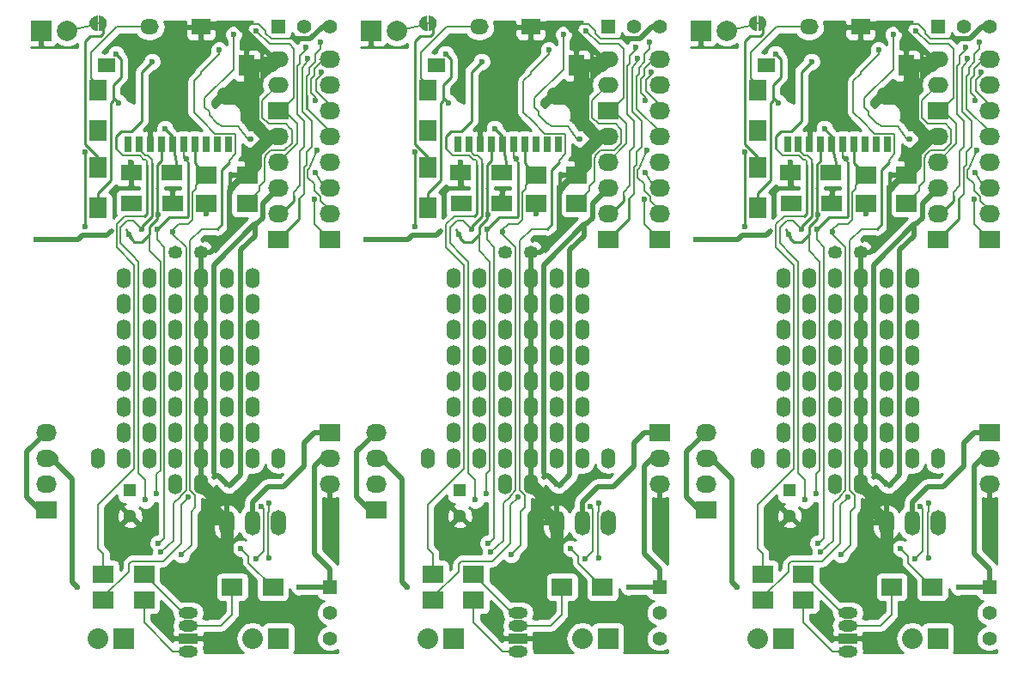
<source format=gbr>
G04 #@! TF.FileFunction,Copper,L2,Bot,Signal*
%FSLAX46Y46*%
G04 Gerber Fmt 4.6, Leading zero omitted, Abs format (unit mm)*
G04 Created by KiCad (PCBNEW 4.0.2-4+6225~38~ubuntu15.04.1-stable) date 2016年04月15日 16時13分23秒*
%MOMM*%
G01*
G04 APERTURE LIST*
%ADD10C,0.100000*%
%ADD11C,0.010000*%
%ADD12R,2.032000X1.727200*%
%ADD13O,2.032000X1.727200*%
%ADD14O,1.400000X2.000000*%
%ADD15R,1.600200X1.998980*%
%ADD16R,0.701040X1.600200*%
%ADD17R,1.800000X1.400000*%
%ADD18R,2.000000X1.600000*%
%ADD19C,1.300000*%
%ADD20R,1.300000X1.300000*%
%ADD21R,2.000000X2.000000*%
%ADD22C,2.000000*%
%ADD23O,1.905000X1.117600*%
%ADD24R,1.905000X1.117600*%
%ADD25O,2.032000X1.524000*%
%ADD26R,0.800000X0.600000*%
%ADD27R,2.032000X2.032000*%
%ADD28O,2.032000X2.032000*%
%ADD29R,2.000000X1.700000*%
%ADD30R,1.700000X2.000000*%
%ADD31R,1.824000X1.524000*%
%ADD32O,1.824000X1.524000*%
%ADD33R,1.397000X1.397000*%
%ADD34C,1.397000*%
%ADD35O,1.501140X2.499360*%
%ADD36O,1.400000X1.270000*%
%ADD37C,0.600000*%
%ADD38C,0.127000*%
%ADD39C,0.508000*%
%ADD40C,0.203200*%
%ADD41C,0.250000*%
%ADD42C,1.270000*%
%ADD43C,0.254000*%
G04 APERTURE END LIST*
D10*
D11*
G36*
X139286676Y-51984181D02*
X139286618Y-52056866D01*
X139286451Y-52136483D01*
X139286186Y-52220823D01*
X139285833Y-52307677D01*
X139285405Y-52394837D01*
X139284910Y-52480093D01*
X139284359Y-52561238D01*
X139283764Y-52636062D01*
X139283302Y-52685950D01*
X139279932Y-53025040D01*
X139307436Y-53024186D01*
X139327826Y-53023313D01*
X139347845Y-53022084D01*
X139355260Y-53021488D01*
X139398578Y-53015319D01*
X139446954Y-53004674D01*
X139496895Y-52990558D01*
X139544904Y-52973977D01*
X139587487Y-52955939D01*
X139594020Y-52952757D01*
X139667229Y-52910858D01*
X139733716Y-52861837D01*
X139793172Y-52806389D01*
X139845290Y-52745214D01*
X139889758Y-52679009D01*
X139926269Y-52608473D01*
X139954512Y-52534302D01*
X139974179Y-52457195D01*
X139984961Y-52377849D01*
X139986548Y-52296964D01*
X139978632Y-52215236D01*
X139960902Y-52133363D01*
X139959402Y-52128051D01*
X139947000Y-52091280D01*
X139929989Y-52049955D01*
X139910000Y-52007537D01*
X139888669Y-51967487D01*
X139867629Y-51933266D01*
X139866989Y-51932320D01*
X139815379Y-51865165D01*
X139757123Y-51805484D01*
X139692809Y-51753613D01*
X139623025Y-51709892D01*
X139548356Y-51674658D01*
X139469392Y-51648250D01*
X139386718Y-51631005D01*
X139333067Y-51625003D01*
X139286680Y-51621503D01*
X139286676Y-51984181D01*
X139286676Y-51984181D01*
G37*
X139286676Y-51984181D02*
X139286618Y-52056866D01*
X139286451Y-52136483D01*
X139286186Y-52220823D01*
X139285833Y-52307677D01*
X139285405Y-52394837D01*
X139284910Y-52480093D01*
X139284359Y-52561238D01*
X139283764Y-52636062D01*
X139283302Y-52685950D01*
X139279932Y-53025040D01*
X139307436Y-53024186D01*
X139327826Y-53023313D01*
X139347845Y-53022084D01*
X139355260Y-53021488D01*
X139398578Y-53015319D01*
X139446954Y-53004674D01*
X139496895Y-52990558D01*
X139544904Y-52973977D01*
X139587487Y-52955939D01*
X139594020Y-52952757D01*
X139667229Y-52910858D01*
X139733716Y-52861837D01*
X139793172Y-52806389D01*
X139845290Y-52745214D01*
X139889758Y-52679009D01*
X139926269Y-52608473D01*
X139954512Y-52534302D01*
X139974179Y-52457195D01*
X139984961Y-52377849D01*
X139986548Y-52296964D01*
X139978632Y-52215236D01*
X139960902Y-52133363D01*
X139959402Y-52128051D01*
X139947000Y-52091280D01*
X139929989Y-52049955D01*
X139910000Y-52007537D01*
X139888669Y-51967487D01*
X139867629Y-51933266D01*
X139866989Y-51932320D01*
X139815379Y-51865165D01*
X139757123Y-51805484D01*
X139692809Y-51753613D01*
X139623025Y-51709892D01*
X139548356Y-51674658D01*
X139469392Y-51648250D01*
X139386718Y-51631005D01*
X139333067Y-51625003D01*
X139286680Y-51621503D01*
X139286676Y-51984181D01*
G36*
X139026330Y-51625000D02*
X138942708Y-51636128D01*
X138862525Y-51656499D01*
X138786346Y-51685609D01*
X138714739Y-51722956D01*
X138648268Y-51768037D01*
X138587500Y-51820349D01*
X138533001Y-51879390D01*
X138485337Y-51944656D01*
X138445073Y-52015646D01*
X138412775Y-52091855D01*
X138389010Y-52172781D01*
X138384079Y-52195628D01*
X138378750Y-52232363D01*
X138375630Y-52275875D01*
X138374689Y-52323029D01*
X138375898Y-52370693D01*
X138379227Y-52415733D01*
X138384648Y-52455014D01*
X138386607Y-52464887D01*
X138409242Y-52546543D01*
X138440535Y-52623492D01*
X138479914Y-52695236D01*
X138526806Y-52761277D01*
X138580638Y-52821119D01*
X138640836Y-52874263D01*
X138706828Y-52920214D01*
X138778040Y-52958474D01*
X138853901Y-52988545D01*
X138933836Y-53009931D01*
X139017273Y-53022133D01*
X139029906Y-53023130D01*
X139080085Y-53026658D01*
X139076707Y-52686759D01*
X139076084Y-52617846D01*
X139075498Y-52540986D01*
X139074959Y-52458394D01*
X139074480Y-52372281D01*
X139074069Y-52284862D01*
X139073738Y-52198350D01*
X139073497Y-52114958D01*
X139073357Y-52036899D01*
X139073325Y-51984181D01*
X139073320Y-51621503D01*
X139026330Y-51625000D01*
X139026330Y-51625000D01*
G37*
X139026330Y-51625000D02*
X138942708Y-51636128D01*
X138862525Y-51656499D01*
X138786346Y-51685609D01*
X138714739Y-51722956D01*
X138648268Y-51768037D01*
X138587500Y-51820349D01*
X138533001Y-51879390D01*
X138485337Y-51944656D01*
X138445073Y-52015646D01*
X138412775Y-52091855D01*
X138389010Y-52172781D01*
X138384079Y-52195628D01*
X138378750Y-52232363D01*
X138375630Y-52275875D01*
X138374689Y-52323029D01*
X138375898Y-52370693D01*
X138379227Y-52415733D01*
X138384648Y-52455014D01*
X138386607Y-52464887D01*
X138409242Y-52546543D01*
X138440535Y-52623492D01*
X138479914Y-52695236D01*
X138526806Y-52761277D01*
X138580638Y-52821119D01*
X138640836Y-52874263D01*
X138706828Y-52920214D01*
X138778040Y-52958474D01*
X138853901Y-52988545D01*
X138933836Y-53009931D01*
X139017273Y-53022133D01*
X139029906Y-53023130D01*
X139080085Y-53026658D01*
X139076707Y-52686759D01*
X139076084Y-52617846D01*
X139075498Y-52540986D01*
X139074959Y-52458394D01*
X139074480Y-52372281D01*
X139074069Y-52284862D01*
X139073738Y-52198350D01*
X139073497Y-52114958D01*
X139073357Y-52036899D01*
X139073325Y-51984181D01*
X139073320Y-51621503D01*
X139026330Y-51625000D01*
G36*
X106786676Y-51984181D02*
X106786618Y-52056866D01*
X106786451Y-52136483D01*
X106786186Y-52220823D01*
X106785833Y-52307677D01*
X106785405Y-52394837D01*
X106784910Y-52480093D01*
X106784359Y-52561238D01*
X106783764Y-52636062D01*
X106783302Y-52685950D01*
X106779932Y-53025040D01*
X106807436Y-53024186D01*
X106827826Y-53023313D01*
X106847845Y-53022084D01*
X106855260Y-53021488D01*
X106898578Y-53015319D01*
X106946954Y-53004674D01*
X106996895Y-52990558D01*
X107044904Y-52973977D01*
X107087487Y-52955939D01*
X107094020Y-52952757D01*
X107167229Y-52910858D01*
X107233716Y-52861837D01*
X107293172Y-52806389D01*
X107345290Y-52745214D01*
X107389758Y-52679009D01*
X107426269Y-52608473D01*
X107454512Y-52534302D01*
X107474179Y-52457195D01*
X107484961Y-52377849D01*
X107486548Y-52296964D01*
X107478632Y-52215236D01*
X107460902Y-52133363D01*
X107459402Y-52128051D01*
X107447000Y-52091280D01*
X107429989Y-52049955D01*
X107410000Y-52007537D01*
X107388669Y-51967487D01*
X107367629Y-51933266D01*
X107366989Y-51932320D01*
X107315379Y-51865165D01*
X107257123Y-51805484D01*
X107192809Y-51753613D01*
X107123025Y-51709892D01*
X107048356Y-51674658D01*
X106969392Y-51648250D01*
X106886718Y-51631005D01*
X106833067Y-51625003D01*
X106786680Y-51621503D01*
X106786676Y-51984181D01*
X106786676Y-51984181D01*
G37*
X106786676Y-51984181D02*
X106786618Y-52056866D01*
X106786451Y-52136483D01*
X106786186Y-52220823D01*
X106785833Y-52307677D01*
X106785405Y-52394837D01*
X106784910Y-52480093D01*
X106784359Y-52561238D01*
X106783764Y-52636062D01*
X106783302Y-52685950D01*
X106779932Y-53025040D01*
X106807436Y-53024186D01*
X106827826Y-53023313D01*
X106847845Y-53022084D01*
X106855260Y-53021488D01*
X106898578Y-53015319D01*
X106946954Y-53004674D01*
X106996895Y-52990558D01*
X107044904Y-52973977D01*
X107087487Y-52955939D01*
X107094020Y-52952757D01*
X107167229Y-52910858D01*
X107233716Y-52861837D01*
X107293172Y-52806389D01*
X107345290Y-52745214D01*
X107389758Y-52679009D01*
X107426269Y-52608473D01*
X107454512Y-52534302D01*
X107474179Y-52457195D01*
X107484961Y-52377849D01*
X107486548Y-52296964D01*
X107478632Y-52215236D01*
X107460902Y-52133363D01*
X107459402Y-52128051D01*
X107447000Y-52091280D01*
X107429989Y-52049955D01*
X107410000Y-52007537D01*
X107388669Y-51967487D01*
X107367629Y-51933266D01*
X107366989Y-51932320D01*
X107315379Y-51865165D01*
X107257123Y-51805484D01*
X107192809Y-51753613D01*
X107123025Y-51709892D01*
X107048356Y-51674658D01*
X106969392Y-51648250D01*
X106886718Y-51631005D01*
X106833067Y-51625003D01*
X106786680Y-51621503D01*
X106786676Y-51984181D01*
G36*
X106526330Y-51625000D02*
X106442708Y-51636128D01*
X106362525Y-51656499D01*
X106286346Y-51685609D01*
X106214739Y-51722956D01*
X106148268Y-51768037D01*
X106087500Y-51820349D01*
X106033001Y-51879390D01*
X105985337Y-51944656D01*
X105945073Y-52015646D01*
X105912775Y-52091855D01*
X105889010Y-52172781D01*
X105884079Y-52195628D01*
X105878750Y-52232363D01*
X105875630Y-52275875D01*
X105874689Y-52323029D01*
X105875898Y-52370693D01*
X105879227Y-52415733D01*
X105884648Y-52455014D01*
X105886607Y-52464887D01*
X105909242Y-52546543D01*
X105940535Y-52623492D01*
X105979914Y-52695236D01*
X106026806Y-52761277D01*
X106080638Y-52821119D01*
X106140836Y-52874263D01*
X106206828Y-52920214D01*
X106278040Y-52958474D01*
X106353901Y-52988545D01*
X106433836Y-53009931D01*
X106517273Y-53022133D01*
X106529906Y-53023130D01*
X106580085Y-53026658D01*
X106576707Y-52686759D01*
X106576084Y-52617846D01*
X106575498Y-52540986D01*
X106574959Y-52458394D01*
X106574480Y-52372281D01*
X106574069Y-52284862D01*
X106573738Y-52198350D01*
X106573497Y-52114958D01*
X106573357Y-52036899D01*
X106573325Y-51984181D01*
X106573320Y-51621503D01*
X106526330Y-51625000D01*
X106526330Y-51625000D01*
G37*
X106526330Y-51625000D02*
X106442708Y-51636128D01*
X106362525Y-51656499D01*
X106286346Y-51685609D01*
X106214739Y-51722956D01*
X106148268Y-51768037D01*
X106087500Y-51820349D01*
X106033001Y-51879390D01*
X105985337Y-51944656D01*
X105945073Y-52015646D01*
X105912775Y-52091855D01*
X105889010Y-52172781D01*
X105884079Y-52195628D01*
X105878750Y-52232363D01*
X105875630Y-52275875D01*
X105874689Y-52323029D01*
X105875898Y-52370693D01*
X105879227Y-52415733D01*
X105884648Y-52455014D01*
X105886607Y-52464887D01*
X105909242Y-52546543D01*
X105940535Y-52623492D01*
X105979914Y-52695236D01*
X106026806Y-52761277D01*
X106080638Y-52821119D01*
X106140836Y-52874263D01*
X106206828Y-52920214D01*
X106278040Y-52958474D01*
X106353901Y-52988545D01*
X106433836Y-53009931D01*
X106517273Y-53022133D01*
X106529906Y-53023130D01*
X106580085Y-53026658D01*
X106576707Y-52686759D01*
X106576084Y-52617846D01*
X106575498Y-52540986D01*
X106574959Y-52458394D01*
X106574480Y-52372281D01*
X106574069Y-52284862D01*
X106573738Y-52198350D01*
X106573497Y-52114958D01*
X106573357Y-52036899D01*
X106573325Y-51984181D01*
X106573320Y-51621503D01*
X106526330Y-51625000D01*
G36*
X171786676Y-51984181D02*
X171786618Y-52056866D01*
X171786451Y-52136483D01*
X171786186Y-52220823D01*
X171785833Y-52307677D01*
X171785405Y-52394837D01*
X171784910Y-52480093D01*
X171784359Y-52561238D01*
X171783764Y-52636062D01*
X171783302Y-52685950D01*
X171779932Y-53025040D01*
X171807436Y-53024186D01*
X171827826Y-53023313D01*
X171847845Y-53022084D01*
X171855260Y-53021488D01*
X171898578Y-53015319D01*
X171946954Y-53004674D01*
X171996895Y-52990558D01*
X172044904Y-52973977D01*
X172087487Y-52955939D01*
X172094020Y-52952757D01*
X172167229Y-52910858D01*
X172233716Y-52861837D01*
X172293172Y-52806389D01*
X172345290Y-52745214D01*
X172389758Y-52679009D01*
X172426269Y-52608473D01*
X172454512Y-52534302D01*
X172474179Y-52457195D01*
X172484961Y-52377849D01*
X172486548Y-52296964D01*
X172478632Y-52215236D01*
X172460902Y-52133363D01*
X172459402Y-52128051D01*
X172447000Y-52091280D01*
X172429989Y-52049955D01*
X172410000Y-52007537D01*
X172388669Y-51967487D01*
X172367629Y-51933266D01*
X172366989Y-51932320D01*
X172315379Y-51865165D01*
X172257123Y-51805484D01*
X172192809Y-51753613D01*
X172123025Y-51709892D01*
X172048356Y-51674658D01*
X171969392Y-51648250D01*
X171886718Y-51631005D01*
X171833067Y-51625003D01*
X171786680Y-51621503D01*
X171786676Y-51984181D01*
X171786676Y-51984181D01*
G37*
X171786676Y-51984181D02*
X171786618Y-52056866D01*
X171786451Y-52136483D01*
X171786186Y-52220823D01*
X171785833Y-52307677D01*
X171785405Y-52394837D01*
X171784910Y-52480093D01*
X171784359Y-52561238D01*
X171783764Y-52636062D01*
X171783302Y-52685950D01*
X171779932Y-53025040D01*
X171807436Y-53024186D01*
X171827826Y-53023313D01*
X171847845Y-53022084D01*
X171855260Y-53021488D01*
X171898578Y-53015319D01*
X171946954Y-53004674D01*
X171996895Y-52990558D01*
X172044904Y-52973977D01*
X172087487Y-52955939D01*
X172094020Y-52952757D01*
X172167229Y-52910858D01*
X172233716Y-52861837D01*
X172293172Y-52806389D01*
X172345290Y-52745214D01*
X172389758Y-52679009D01*
X172426269Y-52608473D01*
X172454512Y-52534302D01*
X172474179Y-52457195D01*
X172484961Y-52377849D01*
X172486548Y-52296964D01*
X172478632Y-52215236D01*
X172460902Y-52133363D01*
X172459402Y-52128051D01*
X172447000Y-52091280D01*
X172429989Y-52049955D01*
X172410000Y-52007537D01*
X172388669Y-51967487D01*
X172367629Y-51933266D01*
X172366989Y-51932320D01*
X172315379Y-51865165D01*
X172257123Y-51805484D01*
X172192809Y-51753613D01*
X172123025Y-51709892D01*
X172048356Y-51674658D01*
X171969392Y-51648250D01*
X171886718Y-51631005D01*
X171833067Y-51625003D01*
X171786680Y-51621503D01*
X171786676Y-51984181D01*
G36*
X171526330Y-51625000D02*
X171442708Y-51636128D01*
X171362525Y-51656499D01*
X171286346Y-51685609D01*
X171214739Y-51722956D01*
X171148268Y-51768037D01*
X171087500Y-51820349D01*
X171033001Y-51879390D01*
X170985337Y-51944656D01*
X170945073Y-52015646D01*
X170912775Y-52091855D01*
X170889010Y-52172781D01*
X170884079Y-52195628D01*
X170878750Y-52232363D01*
X170875630Y-52275875D01*
X170874689Y-52323029D01*
X170875898Y-52370693D01*
X170879227Y-52415733D01*
X170884648Y-52455014D01*
X170886607Y-52464887D01*
X170909242Y-52546543D01*
X170940535Y-52623492D01*
X170979914Y-52695236D01*
X171026806Y-52761277D01*
X171080638Y-52821119D01*
X171140836Y-52874263D01*
X171206828Y-52920214D01*
X171278040Y-52958474D01*
X171353901Y-52988545D01*
X171433836Y-53009931D01*
X171517273Y-53022133D01*
X171529906Y-53023130D01*
X171580085Y-53026658D01*
X171576707Y-52686759D01*
X171576084Y-52617846D01*
X171575498Y-52540986D01*
X171574959Y-52458394D01*
X171574480Y-52372281D01*
X171574069Y-52284862D01*
X171573738Y-52198350D01*
X171573497Y-52114958D01*
X171573357Y-52036899D01*
X171573325Y-51984181D01*
X171573320Y-51621503D01*
X171526330Y-51625000D01*
X171526330Y-51625000D01*
G37*
X171526330Y-51625000D02*
X171442708Y-51636128D01*
X171362525Y-51656499D01*
X171286346Y-51685609D01*
X171214739Y-51722956D01*
X171148268Y-51768037D01*
X171087500Y-51820349D01*
X171033001Y-51879390D01*
X170985337Y-51944656D01*
X170945073Y-52015646D01*
X170912775Y-52091855D01*
X170889010Y-52172781D01*
X170884079Y-52195628D01*
X170878750Y-52232363D01*
X170875630Y-52275875D01*
X170874689Y-52323029D01*
X170875898Y-52370693D01*
X170879227Y-52415733D01*
X170884648Y-52455014D01*
X170886607Y-52464887D01*
X170909242Y-52546543D01*
X170940535Y-52623492D01*
X170979914Y-52695236D01*
X171026806Y-52761277D01*
X171080638Y-52821119D01*
X171140836Y-52874263D01*
X171206828Y-52920214D01*
X171278040Y-52958474D01*
X171353901Y-52988545D01*
X171433836Y-53009931D01*
X171517273Y-53022133D01*
X171529906Y-53023130D01*
X171580085Y-53026658D01*
X171576707Y-52686759D01*
X171576084Y-52617846D01*
X171575498Y-52540986D01*
X171574959Y-52458394D01*
X171574480Y-52372281D01*
X171574069Y-52284862D01*
X171573738Y-52198350D01*
X171573497Y-52114958D01*
X171573357Y-52036899D01*
X171573325Y-51984181D01*
X171573320Y-51621503D01*
X171526330Y-51625000D01*
D12*
X134100000Y-100330000D03*
D13*
X134100000Y-97790000D03*
X134100000Y-95250000D03*
X134100000Y-92710000D03*
D14*
X139180000Y-95250000D03*
X141720000Y-95250000D03*
X154420000Y-95250000D03*
X156960000Y-95250000D03*
X151880000Y-92710000D03*
X154420000Y-92710000D03*
X151880000Y-95250000D03*
X154420000Y-95250000D03*
X151880000Y-90170000D03*
X154420000Y-90170000D03*
X151880000Y-87630000D03*
X154420000Y-87630000D03*
X151880000Y-77470000D03*
X154420000Y-77470000D03*
X151880000Y-80010000D03*
X154420000Y-80010000D03*
X151880000Y-85090000D03*
X154420000Y-85090000D03*
X151880000Y-82550000D03*
X154420000Y-82550000D03*
X141720000Y-82550000D03*
X144260000Y-82550000D03*
X141720000Y-85090000D03*
X144260000Y-85090000D03*
X141720000Y-80010000D03*
X144260000Y-80010000D03*
X141720000Y-77470000D03*
X144260000Y-77470000D03*
X141720000Y-87630000D03*
X144260000Y-87630000D03*
X141720000Y-90170000D03*
X144260000Y-90170000D03*
X141720000Y-95250000D03*
X144260000Y-95250000D03*
D15*
X153835000Y-56520000D03*
D16*
X152033740Y-64320100D03*
X150933920Y-64320100D03*
D17*
X140035000Y-56520000D03*
D16*
X143234820Y-64320100D03*
X144334640Y-64320100D03*
X145434460Y-64320100D03*
X146534280Y-64320100D03*
X147634100Y-64320100D03*
X148733920Y-64320100D03*
X149833740Y-64320100D03*
X142135000Y-64320100D03*
D18*
X146450500Y-67056000D03*
X142450500Y-67056000D03*
X142514000Y-70104000D03*
X146514000Y-70104000D03*
D19*
X142355000Y-100925000D03*
D20*
X142355000Y-98425000D03*
D21*
X133592000Y-53086000D03*
D22*
X136132000Y-53086000D03*
D23*
X148070000Y-114300000D03*
D24*
X148070000Y-113030000D03*
D23*
X148070000Y-111760000D03*
X148070000Y-110490000D03*
D12*
X156960000Y-60960000D03*
D25*
X156960000Y-58420000D03*
X156960000Y-55880000D03*
D26*
X138680000Y-52324000D03*
X139680000Y-52324000D03*
D12*
X162040000Y-73660000D03*
D13*
X162040000Y-71120000D03*
X162040000Y-68580000D03*
X162040000Y-66040000D03*
X162040000Y-63500000D03*
X162040000Y-60960000D03*
X162040000Y-58420000D03*
X162040000Y-55880000D03*
D12*
X156960000Y-73660000D03*
D13*
X156960000Y-71120000D03*
X156960000Y-68580000D03*
X156960000Y-66040000D03*
X156960000Y-63500000D03*
D27*
X156960000Y-113030000D03*
D28*
X154420000Y-113030000D03*
D27*
X141720000Y-113030000D03*
D28*
X139180000Y-113030000D03*
D12*
X162040000Y-92710000D03*
D13*
X162040000Y-95250000D03*
X162040000Y-97790000D03*
D29*
X153880000Y-67310000D03*
X149880000Y-67310000D03*
X149880000Y-70104000D03*
X153880000Y-70104000D03*
D30*
X139180000Y-58960000D03*
X139180000Y-62960000D03*
X139180000Y-66580000D03*
X139180000Y-70580000D03*
D29*
X152420000Y-107950000D03*
X156420000Y-107950000D03*
X143720000Y-106680000D03*
X139720000Y-106680000D03*
X143720000Y-109220000D03*
X139720000Y-109220000D03*
D31*
X149340000Y-52705000D03*
D32*
X144260000Y-52705000D03*
D33*
X156960000Y-52705000D03*
D34*
X159500000Y-52705000D03*
X162040000Y-52705000D03*
D33*
X162040000Y-107950000D03*
D34*
X162040000Y-110490000D03*
X162040000Y-113030000D03*
D35*
X154420000Y-101600000D03*
X151880000Y-101600000D03*
X156960000Y-101600000D03*
D14*
X141720000Y-92710000D03*
X144260000Y-92710000D03*
X146800000Y-97790000D03*
X146800000Y-95250000D03*
X146800000Y-92710000D03*
X146800000Y-90170000D03*
X146800000Y-87630000D03*
X146800000Y-85090000D03*
X146800000Y-82550000D03*
X146800000Y-80010000D03*
X146800000Y-77470000D03*
D36*
X146800000Y-74930000D03*
D14*
X149340000Y-97790000D03*
X149340000Y-95250000D03*
X149340000Y-92710000D03*
X149340000Y-90170000D03*
X149340000Y-87630000D03*
X149340000Y-85090000D03*
X149340000Y-82550000D03*
X149340000Y-80010000D03*
X149340000Y-77470000D03*
D36*
X149340000Y-74930000D03*
D12*
X101600000Y-100330000D03*
D13*
X101600000Y-97790000D03*
X101600000Y-95250000D03*
X101600000Y-92710000D03*
D14*
X106680000Y-95250000D03*
X109220000Y-95250000D03*
X121920000Y-95250000D03*
X124460000Y-95250000D03*
X119380000Y-92710000D03*
X121920000Y-92710000D03*
X119380000Y-95250000D03*
X121920000Y-95250000D03*
X119380000Y-90170000D03*
X121920000Y-90170000D03*
X119380000Y-87630000D03*
X121920000Y-87630000D03*
X119380000Y-77470000D03*
X121920000Y-77470000D03*
X119380000Y-80010000D03*
X121920000Y-80010000D03*
X119380000Y-85090000D03*
X121920000Y-85090000D03*
X119380000Y-82550000D03*
X121920000Y-82550000D03*
X109220000Y-82550000D03*
X111760000Y-82550000D03*
X109220000Y-85090000D03*
X111760000Y-85090000D03*
X109220000Y-80010000D03*
X111760000Y-80010000D03*
X109220000Y-77470000D03*
X111760000Y-77470000D03*
X109220000Y-87630000D03*
X111760000Y-87630000D03*
X109220000Y-90170000D03*
X111760000Y-90170000D03*
X109220000Y-95250000D03*
X111760000Y-95250000D03*
D15*
X121335000Y-56520000D03*
D16*
X119533740Y-64320100D03*
X118433920Y-64320100D03*
D17*
X107535000Y-56520000D03*
D16*
X110734820Y-64320100D03*
X111834640Y-64320100D03*
X112934460Y-64320100D03*
X114034280Y-64320100D03*
X115134100Y-64320100D03*
X116233920Y-64320100D03*
X117333740Y-64320100D03*
X109635000Y-64320100D03*
D18*
X113950500Y-67056000D03*
X109950500Y-67056000D03*
X110014000Y-70104000D03*
X114014000Y-70104000D03*
D19*
X109855000Y-100925000D03*
D20*
X109855000Y-98425000D03*
D21*
X101092000Y-53086000D03*
D22*
X103632000Y-53086000D03*
D23*
X115570000Y-114300000D03*
D24*
X115570000Y-113030000D03*
D23*
X115570000Y-111760000D03*
X115570000Y-110490000D03*
D12*
X124460000Y-60960000D03*
D25*
X124460000Y-58420000D03*
X124460000Y-55880000D03*
D26*
X106180000Y-52324000D03*
X107180000Y-52324000D03*
D12*
X129540000Y-73660000D03*
D13*
X129540000Y-71120000D03*
X129540000Y-68580000D03*
X129540000Y-66040000D03*
X129540000Y-63500000D03*
X129540000Y-60960000D03*
X129540000Y-58420000D03*
X129540000Y-55880000D03*
D12*
X124460000Y-73660000D03*
D13*
X124460000Y-71120000D03*
X124460000Y-68580000D03*
X124460000Y-66040000D03*
X124460000Y-63500000D03*
D27*
X124460000Y-113030000D03*
D28*
X121920000Y-113030000D03*
D27*
X109220000Y-113030000D03*
D28*
X106680000Y-113030000D03*
D12*
X129540000Y-92710000D03*
D13*
X129540000Y-95250000D03*
X129540000Y-97790000D03*
D29*
X121380000Y-67310000D03*
X117380000Y-67310000D03*
X117380000Y-70104000D03*
X121380000Y-70104000D03*
D30*
X106680000Y-58960000D03*
X106680000Y-62960000D03*
X106680000Y-66580000D03*
X106680000Y-70580000D03*
D29*
X119920000Y-107950000D03*
X123920000Y-107950000D03*
X111220000Y-106680000D03*
X107220000Y-106680000D03*
X111220000Y-109220000D03*
X107220000Y-109220000D03*
D31*
X116840000Y-52705000D03*
D32*
X111760000Y-52705000D03*
D33*
X124460000Y-52705000D03*
D34*
X127000000Y-52705000D03*
X129540000Y-52705000D03*
D33*
X129540000Y-107950000D03*
D34*
X129540000Y-110490000D03*
X129540000Y-113030000D03*
D35*
X121920000Y-101600000D03*
X119380000Y-101600000D03*
X124460000Y-101600000D03*
D14*
X109220000Y-92710000D03*
X111760000Y-92710000D03*
X114300000Y-97790000D03*
X114300000Y-95250000D03*
X114300000Y-92710000D03*
X114300000Y-90170000D03*
X114300000Y-87630000D03*
X114300000Y-85090000D03*
X114300000Y-82550000D03*
X114300000Y-80010000D03*
X114300000Y-77470000D03*
D36*
X114300000Y-74930000D03*
D14*
X116840000Y-97790000D03*
X116840000Y-95250000D03*
X116840000Y-92710000D03*
X116840000Y-90170000D03*
X116840000Y-87630000D03*
X116840000Y-85090000D03*
X116840000Y-82550000D03*
X116840000Y-80010000D03*
X116840000Y-77470000D03*
D36*
X116840000Y-74930000D03*
D12*
X166600000Y-100330000D03*
D13*
X166600000Y-97790000D03*
X166600000Y-95250000D03*
X166600000Y-92710000D03*
D14*
X171680000Y-95250000D03*
X174220000Y-95250000D03*
X186920000Y-95250000D03*
X189460000Y-95250000D03*
X184380000Y-92710000D03*
X186920000Y-92710000D03*
X184380000Y-95250000D03*
X186920000Y-95250000D03*
X184380000Y-90170000D03*
X186920000Y-90170000D03*
X184380000Y-87630000D03*
X186920000Y-87630000D03*
X184380000Y-77470000D03*
X186920000Y-77470000D03*
X184380000Y-80010000D03*
X186920000Y-80010000D03*
X184380000Y-85090000D03*
X186920000Y-85090000D03*
X184380000Y-82550000D03*
X186920000Y-82550000D03*
X174220000Y-82550000D03*
X176760000Y-82550000D03*
X174220000Y-85090000D03*
X176760000Y-85090000D03*
X174220000Y-80010000D03*
X176760000Y-80010000D03*
X174220000Y-77470000D03*
X176760000Y-77470000D03*
X174220000Y-87630000D03*
X176760000Y-87630000D03*
X174220000Y-90170000D03*
X176760000Y-90170000D03*
X174220000Y-95250000D03*
X176760000Y-95250000D03*
D15*
X186335000Y-56520000D03*
D16*
X184533740Y-64320100D03*
X183433920Y-64320100D03*
D17*
X172535000Y-56520000D03*
D16*
X175734820Y-64320100D03*
X176834640Y-64320100D03*
X177934460Y-64320100D03*
X179034280Y-64320100D03*
X180134100Y-64320100D03*
X181233920Y-64320100D03*
X182333740Y-64320100D03*
X174635000Y-64320100D03*
D18*
X178950500Y-67056000D03*
X174950500Y-67056000D03*
X175014000Y-70104000D03*
X179014000Y-70104000D03*
D19*
X174855000Y-100925000D03*
D20*
X174855000Y-98425000D03*
D21*
X166092000Y-53086000D03*
D22*
X168632000Y-53086000D03*
D23*
X180570000Y-114300000D03*
D24*
X180570000Y-113030000D03*
D23*
X180570000Y-111760000D03*
X180570000Y-110490000D03*
D12*
X189460000Y-60960000D03*
D25*
X189460000Y-58420000D03*
X189460000Y-55880000D03*
D26*
X171180000Y-52324000D03*
X172180000Y-52324000D03*
D12*
X194540000Y-73660000D03*
D13*
X194540000Y-71120000D03*
X194540000Y-68580000D03*
X194540000Y-66040000D03*
X194540000Y-63500000D03*
X194540000Y-60960000D03*
X194540000Y-58420000D03*
X194540000Y-55880000D03*
D12*
X189460000Y-73660000D03*
D13*
X189460000Y-71120000D03*
X189460000Y-68580000D03*
X189460000Y-66040000D03*
X189460000Y-63500000D03*
D27*
X189460000Y-113030000D03*
D28*
X186920000Y-113030000D03*
D27*
X174220000Y-113030000D03*
D28*
X171680000Y-113030000D03*
D12*
X194540000Y-92710000D03*
D13*
X194540000Y-95250000D03*
X194540000Y-97790000D03*
D29*
X186380000Y-67310000D03*
X182380000Y-67310000D03*
X182380000Y-70104000D03*
X186380000Y-70104000D03*
D30*
X171680000Y-58960000D03*
X171680000Y-62960000D03*
X171680000Y-66580000D03*
X171680000Y-70580000D03*
D29*
X184920000Y-107950000D03*
X188920000Y-107950000D03*
X176220000Y-106680000D03*
X172220000Y-106680000D03*
X176220000Y-109220000D03*
X172220000Y-109220000D03*
D31*
X181840000Y-52705000D03*
D32*
X176760000Y-52705000D03*
D33*
X189460000Y-52705000D03*
D34*
X192000000Y-52705000D03*
X194540000Y-52705000D03*
D33*
X194540000Y-107950000D03*
D34*
X194540000Y-110490000D03*
X194540000Y-113030000D03*
D35*
X186920000Y-101600000D03*
X184380000Y-101600000D03*
X189460000Y-101600000D03*
D14*
X174220000Y-92710000D03*
X176760000Y-92710000D03*
X179300000Y-97790000D03*
X179300000Y-95250000D03*
X179300000Y-92710000D03*
X179300000Y-90170000D03*
X179300000Y-87630000D03*
X179300000Y-85090000D03*
X179300000Y-82550000D03*
X179300000Y-80010000D03*
X179300000Y-77470000D03*
D36*
X179300000Y-74930000D03*
D14*
X181840000Y-97790000D03*
X181840000Y-95250000D03*
X181840000Y-92710000D03*
X181840000Y-90170000D03*
X181840000Y-87630000D03*
X181840000Y-85090000D03*
X181840000Y-82550000D03*
X181840000Y-80010000D03*
X181840000Y-77470000D03*
D36*
X181840000Y-74930000D03*
D37*
X154801000Y-53086000D03*
X146704500Y-66802000D03*
X142514000Y-70104000D03*
X137910000Y-72390000D03*
X137910000Y-65024000D03*
X139180000Y-62738000D03*
X145784000Y-62738000D03*
X122301000Y-53086000D03*
X114204500Y-66802000D03*
X110014000Y-70104000D03*
X105410000Y-72390000D03*
X105410000Y-65024000D03*
X106680000Y-62738000D03*
X113284000Y-62738000D03*
X187301000Y-53086000D03*
X179204500Y-66802000D03*
X175014000Y-70104000D03*
X170410000Y-72390000D03*
X170410000Y-65024000D03*
X171680000Y-62738000D03*
X178284000Y-62738000D03*
X152197500Y-68643500D03*
X146546000Y-69278500D03*
X142482000Y-68643500D03*
X144323500Y-64389000D03*
X142418500Y-66040000D03*
X151499000Y-59563000D03*
X149975000Y-110998000D03*
X147943000Y-108775500D03*
X119697500Y-68643500D03*
X114046000Y-69278500D03*
X109982000Y-68643500D03*
X111823500Y-64389000D03*
X109918500Y-66040000D03*
X118999000Y-59563000D03*
X117475000Y-110998000D03*
X115443000Y-108775500D03*
X184697500Y-68643500D03*
X179046000Y-69278500D03*
X174982000Y-68643500D03*
X176823500Y-64389000D03*
X174918500Y-66040000D03*
X183999000Y-59563000D03*
X182475000Y-110998000D03*
X180443000Y-108775500D03*
X140958000Y-55372000D03*
X160643000Y-59944000D03*
X141212000Y-60198000D03*
X108458000Y-55372000D03*
X128143000Y-59944000D03*
X108712000Y-60198000D03*
X173458000Y-55372000D03*
X193143000Y-59944000D03*
X173712000Y-60198000D03*
X137148000Y-107950000D03*
X158992000Y-107950000D03*
X162040000Y-107950000D03*
X104648000Y-107950000D03*
X126492000Y-107950000D03*
X129540000Y-107950000D03*
X169648000Y-107950000D03*
X191492000Y-107950000D03*
X194540000Y-107950000D03*
X155245500Y-100012500D03*
X154737500Y-105219500D03*
X143879000Y-99377500D03*
X160770000Y-64897000D03*
X143180500Y-64643000D03*
X143498000Y-72644000D03*
X122745500Y-100012500D03*
X122237500Y-105219500D03*
X111379000Y-99377500D03*
X128270000Y-64897000D03*
X110680500Y-64643000D03*
X110998000Y-72644000D03*
X187745500Y-100012500D03*
X187237500Y-105219500D03*
X176379000Y-99377500D03*
X193270000Y-64897000D03*
X175680500Y-64643000D03*
X175998000Y-72644000D03*
X147943000Y-65722500D03*
X145149000Y-103632000D03*
X160643000Y-67056000D03*
X145022000Y-72644000D03*
X115443000Y-65722500D03*
X112649000Y-103632000D03*
X128143000Y-67056000D03*
X112522000Y-72644000D03*
X180443000Y-65722500D03*
X177649000Y-103632000D03*
X193143000Y-67056000D03*
X177522000Y-72644000D03*
X145403000Y-104521000D03*
X146546000Y-72898000D03*
X112903000Y-104521000D03*
X114046000Y-72898000D03*
X177903000Y-104521000D03*
X179046000Y-72898000D03*
X148070000Y-99060000D03*
X115570000Y-99060000D03*
X180570000Y-99060000D03*
X147435000Y-104775000D03*
X151118000Y-54991000D03*
X153277000Y-104140000D03*
X161087500Y-54229000D03*
X114935000Y-104775000D03*
X118618000Y-54991000D03*
X120777000Y-104140000D03*
X128587500Y-54229000D03*
X179935000Y-104775000D03*
X183618000Y-54991000D03*
X185777000Y-104140000D03*
X193587500Y-54229000D03*
X144514000Y-56134000D03*
X161214500Y-57150000D03*
X112014000Y-56134000D03*
X128714500Y-57150000D03*
X177014000Y-56134000D03*
X193714500Y-57150000D03*
X159881000Y-55816500D03*
X127381000Y-55816500D03*
X192381000Y-55816500D03*
X159690500Y-54737000D03*
X127190500Y-54737000D03*
X192190500Y-54737000D03*
X151880000Y-97790000D03*
X119380000Y-97790000D03*
X184380000Y-97790000D03*
X149848000Y-71120000D03*
X117348000Y-71120000D03*
X182348000Y-71120000D03*
X133084000Y-73660000D03*
X100584000Y-73660000D03*
X165584000Y-73660000D03*
X152578500Y-53467000D03*
X154229500Y-63754000D03*
X120078500Y-53467000D03*
X121729500Y-63754000D03*
X185078500Y-53467000D03*
X186729500Y-63754000D03*
X145149000Y-71247000D03*
X142228000Y-73152000D03*
X156071000Y-105092500D03*
X156071000Y-99695000D03*
X144958500Y-98742500D03*
X160516000Y-69723000D03*
X112649000Y-71247000D03*
X109728000Y-73152000D03*
X123571000Y-105092500D03*
X123571000Y-99695000D03*
X112458500Y-98742500D03*
X128016000Y-69723000D03*
X177649000Y-71247000D03*
X174728000Y-73152000D03*
X188571000Y-105092500D03*
X188571000Y-99695000D03*
X177458500Y-98742500D03*
X193016000Y-69723000D03*
D38*
X158484000Y-54864000D02*
X158039500Y-54419500D01*
X158039500Y-54419500D02*
X156134500Y-54419500D01*
X156134500Y-54419500D02*
X154801000Y-53086000D01*
X158484000Y-55181500D02*
X158484000Y-54864000D01*
X156960000Y-60960000D02*
X157214000Y-60960000D01*
X157214000Y-60960000D02*
X158484000Y-59690000D01*
X158484000Y-59690000D02*
X158484000Y-55181500D01*
X158484000Y-55181500D02*
X158484000Y-55118000D01*
D39*
X162040000Y-92710000D02*
X160516000Y-92710000D01*
X160516000Y-92710000D02*
X160262000Y-92964000D01*
X154420000Y-101600000D02*
X154420000Y-99568000D01*
X154420000Y-99568000D02*
X155944000Y-98044000D01*
X155944000Y-98044000D02*
X157468000Y-98044000D01*
X157468000Y-98044000D02*
X159500000Y-96012000D01*
X159500000Y-96012000D02*
X159500000Y-93726000D01*
X159500000Y-93726000D02*
X160262000Y-92964000D01*
X134100000Y-100330000D02*
X133465000Y-100330000D01*
X133465000Y-100330000D02*
X132195000Y-99060000D01*
X132195000Y-99060000D02*
X132195000Y-94615000D01*
X132195000Y-94615000D02*
X134100000Y-92710000D01*
D40*
X156960000Y-60960000D02*
X157531500Y-60960000D01*
X157531500Y-60960000D02*
X158801500Y-62230000D01*
X158801500Y-62230000D02*
X158801500Y-64198500D01*
X158801500Y-64198500D02*
X156960000Y-66040000D01*
D41*
X146978780Y-66527720D02*
X146704500Y-66802000D01*
X146534280Y-64320100D02*
X146978780Y-66527720D01*
X137910000Y-72390000D02*
X137910000Y-65278000D01*
X137910000Y-65278000D02*
X137910000Y-65024000D01*
X146534280Y-64320100D02*
X146534280Y-63488280D01*
X139180000Y-62738000D02*
X139180000Y-62960000D01*
X146534280Y-63488280D02*
X145784000Y-62738000D01*
D38*
X142786800Y-98501200D02*
X142685200Y-98602800D01*
X125984000Y-54864000D02*
X125539500Y-54419500D01*
X125539500Y-54419500D02*
X123634500Y-54419500D01*
X123634500Y-54419500D02*
X122301000Y-53086000D01*
X125984000Y-55181500D02*
X125984000Y-54864000D01*
X124460000Y-60960000D02*
X124714000Y-60960000D01*
X124714000Y-60960000D02*
X125984000Y-59690000D01*
X125984000Y-59690000D02*
X125984000Y-55181500D01*
X125984000Y-55181500D02*
X125984000Y-55118000D01*
D39*
X129540000Y-92710000D02*
X128016000Y-92710000D01*
X128016000Y-92710000D02*
X127762000Y-92964000D01*
X121920000Y-101600000D02*
X121920000Y-99568000D01*
X121920000Y-99568000D02*
X123444000Y-98044000D01*
X123444000Y-98044000D02*
X124968000Y-98044000D01*
X124968000Y-98044000D02*
X127000000Y-96012000D01*
X127000000Y-96012000D02*
X127000000Y-93726000D01*
X127000000Y-93726000D02*
X127762000Y-92964000D01*
X101600000Y-100330000D02*
X100965000Y-100330000D01*
X100965000Y-100330000D02*
X99695000Y-99060000D01*
X99695000Y-99060000D02*
X99695000Y-94615000D01*
X99695000Y-94615000D02*
X101600000Y-92710000D01*
D40*
X124460000Y-60960000D02*
X125031500Y-60960000D01*
X125031500Y-60960000D02*
X126301500Y-62230000D01*
X126301500Y-62230000D02*
X126301500Y-64198500D01*
X126301500Y-64198500D02*
X124460000Y-66040000D01*
D41*
X114478780Y-66527720D02*
X114204500Y-66802000D01*
X114034280Y-64320100D02*
X114478780Y-66527720D01*
X105410000Y-72390000D02*
X105410000Y-65278000D01*
X105410000Y-65278000D02*
X105410000Y-65024000D01*
X114034280Y-64320100D02*
X114034280Y-63488280D01*
X106680000Y-62738000D02*
X106680000Y-62960000D01*
X114034280Y-63488280D02*
X113284000Y-62738000D01*
D38*
X110286800Y-98501200D02*
X110185200Y-98602800D01*
X190984000Y-54864000D02*
X190539500Y-54419500D01*
X190539500Y-54419500D02*
X188634500Y-54419500D01*
X188634500Y-54419500D02*
X187301000Y-53086000D01*
X190984000Y-55181500D02*
X190984000Y-54864000D01*
X189460000Y-60960000D02*
X189714000Y-60960000D01*
X189714000Y-60960000D02*
X190984000Y-59690000D01*
X190984000Y-59690000D02*
X190984000Y-55181500D01*
X190984000Y-55181500D02*
X190984000Y-55118000D01*
D39*
X194540000Y-92710000D02*
X193016000Y-92710000D01*
X193016000Y-92710000D02*
X192762000Y-92964000D01*
X186920000Y-101600000D02*
X186920000Y-99568000D01*
X186920000Y-99568000D02*
X188444000Y-98044000D01*
X188444000Y-98044000D02*
X189968000Y-98044000D01*
X189968000Y-98044000D02*
X192000000Y-96012000D01*
X192000000Y-96012000D02*
X192000000Y-93726000D01*
X192000000Y-93726000D02*
X192762000Y-92964000D01*
X166600000Y-100330000D02*
X165965000Y-100330000D01*
X165965000Y-100330000D02*
X164695000Y-99060000D01*
X164695000Y-99060000D02*
X164695000Y-94615000D01*
X164695000Y-94615000D02*
X166600000Y-92710000D01*
D40*
X189460000Y-60960000D02*
X190031500Y-60960000D01*
X190031500Y-60960000D02*
X191301500Y-62230000D01*
X191301500Y-62230000D02*
X191301500Y-64198500D01*
X191301500Y-64198500D02*
X189460000Y-66040000D01*
D41*
X179478780Y-66527720D02*
X179204500Y-66802000D01*
X179034280Y-64320100D02*
X179478780Y-66527720D01*
X170410000Y-72390000D02*
X170410000Y-65278000D01*
X170410000Y-65278000D02*
X170410000Y-65024000D01*
X179034280Y-64320100D02*
X179034280Y-63488280D01*
X171680000Y-62738000D02*
X171680000Y-62960000D01*
X179034280Y-63488280D02*
X178284000Y-62738000D01*
D38*
X175286800Y-98501200D02*
X175185200Y-98602800D01*
D39*
X152197500Y-68643500D02*
X153531000Y-67310000D01*
X153531000Y-67310000D02*
X153880000Y-67310000D01*
X153880000Y-67310000D02*
X153652802Y-67310000D01*
X153652802Y-67310000D02*
X152134000Y-68828802D01*
X150292500Y-74930000D02*
X149340000Y-74930000D01*
X152134000Y-73088500D02*
X150292500Y-74930000D01*
X152134000Y-68828802D02*
X152134000Y-73088500D01*
X146514000Y-70104000D02*
X146514000Y-69310500D01*
X146514000Y-69310500D02*
X146546000Y-69278500D01*
X142482000Y-68643500D02*
X142450500Y-68612000D01*
X142450500Y-68612000D02*
X142450500Y-67056000D01*
X142450500Y-67056000D02*
X142450500Y-66072000D01*
X144323500Y-64389000D02*
X144334640Y-64377860D01*
X142450500Y-66072000D02*
X142418500Y-66040000D01*
X144334640Y-64377860D02*
X144334640Y-64320100D01*
X151626000Y-59690000D02*
X151753000Y-59690000D01*
X151499000Y-59563000D02*
X151626000Y-59690000D01*
D42*
X154420000Y-59690000D02*
X151753000Y-59690000D01*
X151562500Y-59499500D02*
X151562500Y-59309000D01*
X151753000Y-59690000D02*
X151562500Y-59499500D01*
X153835000Y-56520000D02*
X156320000Y-56520000D01*
X156320000Y-56520000D02*
X156960000Y-55880000D01*
X156960000Y-63500000D02*
X155817000Y-63500000D01*
X154420000Y-62103000D02*
X154420000Y-59690000D01*
X154420000Y-59690000D02*
X154420000Y-57105000D01*
X155817000Y-63500000D02*
X154420000Y-62103000D01*
X154420000Y-57105000D02*
X153835000Y-56520000D01*
X153880000Y-67310000D02*
X153880000Y-67088000D01*
X153880000Y-67088000D02*
X154674000Y-66294000D01*
X154674000Y-66294000D02*
X154674000Y-65024000D01*
X154674000Y-65024000D02*
X156198000Y-63500000D01*
X156198000Y-63500000D02*
X156960000Y-63500000D01*
D38*
X149975000Y-110998000D02*
X149975000Y-106616500D01*
X149975000Y-106616500D02*
X150800500Y-105791000D01*
D42*
X150800500Y-105791000D02*
X150292500Y-105791000D01*
X151880000Y-104838500D02*
X150927500Y-105791000D01*
X150927500Y-105791000D02*
X150800500Y-105791000D01*
X151880000Y-101600000D02*
X151880000Y-104838500D01*
X147943000Y-107632500D02*
X147943000Y-108775500D01*
X148705000Y-106870500D02*
X147943000Y-107632500D01*
X149213000Y-106870500D02*
X148705000Y-106870500D01*
X150292500Y-105791000D02*
X149213000Y-106870500D01*
X149340000Y-97790000D02*
X150546500Y-98996500D01*
X150546500Y-100266500D02*
X151880000Y-101600000D01*
X150546500Y-98996500D02*
X150546500Y-100266500D01*
D38*
X149403500Y-97853500D02*
X149340000Y-97790000D01*
D40*
X152832500Y-52451000D02*
X155055000Y-52451000D01*
X156261500Y-53911500D02*
X158865000Y-53911500D01*
X155690000Y-53340000D02*
X156261500Y-53911500D01*
X155690000Y-53086000D02*
X155690000Y-53340000D01*
X155055000Y-52451000D02*
X155690000Y-53086000D01*
D39*
X156960000Y-55880000D02*
X156515500Y-55880000D01*
X156515500Y-55880000D02*
X153721500Y-53086000D01*
X152832500Y-52451000D02*
X149594000Y-52451000D01*
X153467500Y-53086000D02*
X152832500Y-52451000D01*
X153721500Y-53086000D02*
X153467500Y-53086000D01*
X149594000Y-52451000D02*
X149340000Y-52705000D01*
X162040000Y-52705000D02*
X161341500Y-52705000D01*
X161341500Y-52705000D02*
X160135000Y-53911500D01*
X160135000Y-53911500D02*
X158865000Y-53911500D01*
X156960000Y-55816500D02*
X156960000Y-55880000D01*
D41*
X142704500Y-66802000D02*
X142704500Y-67024000D01*
D39*
X119697500Y-68643500D02*
X121031000Y-67310000D01*
X121031000Y-67310000D02*
X121380000Y-67310000D01*
X121380000Y-67310000D02*
X121152802Y-67310000D01*
X121152802Y-67310000D02*
X119634000Y-68828802D01*
X117792500Y-74930000D02*
X116840000Y-74930000D01*
X119634000Y-73088500D02*
X117792500Y-74930000D01*
X119634000Y-68828802D02*
X119634000Y-73088500D01*
X114014000Y-70104000D02*
X114014000Y-69310500D01*
X114014000Y-69310500D02*
X114046000Y-69278500D01*
X109982000Y-68643500D02*
X109950500Y-68612000D01*
X109950500Y-68612000D02*
X109950500Y-67056000D01*
X109950500Y-67056000D02*
X109950500Y-66072000D01*
X111823500Y-64389000D02*
X111834640Y-64377860D01*
X109950500Y-66072000D02*
X109918500Y-66040000D01*
X111834640Y-64377860D02*
X111834640Y-64320100D01*
X119126000Y-59690000D02*
X119253000Y-59690000D01*
X118999000Y-59563000D02*
X119126000Y-59690000D01*
D42*
X121920000Y-59690000D02*
X119253000Y-59690000D01*
X119062500Y-59499500D02*
X119062500Y-59309000D01*
X119253000Y-59690000D02*
X119062500Y-59499500D01*
X121335000Y-56520000D02*
X123820000Y-56520000D01*
X123820000Y-56520000D02*
X124460000Y-55880000D01*
X124460000Y-63500000D02*
X123317000Y-63500000D01*
X121920000Y-62103000D02*
X121920000Y-59690000D01*
X121920000Y-59690000D02*
X121920000Y-57105000D01*
X123317000Y-63500000D02*
X121920000Y-62103000D01*
X121920000Y-57105000D02*
X121335000Y-56520000D01*
X121380000Y-67310000D02*
X121380000Y-67088000D01*
X121380000Y-67088000D02*
X122174000Y-66294000D01*
X122174000Y-66294000D02*
X122174000Y-65024000D01*
X122174000Y-65024000D02*
X123698000Y-63500000D01*
X123698000Y-63500000D02*
X124460000Y-63500000D01*
D38*
X117475000Y-110998000D02*
X117475000Y-106616500D01*
X117475000Y-106616500D02*
X118300500Y-105791000D01*
D42*
X118300500Y-105791000D02*
X117792500Y-105791000D01*
X119380000Y-104838500D02*
X118427500Y-105791000D01*
X118427500Y-105791000D02*
X118300500Y-105791000D01*
X119380000Y-101600000D02*
X119380000Y-104838500D01*
X115443000Y-107632500D02*
X115443000Y-108775500D01*
X116205000Y-106870500D02*
X115443000Y-107632500D01*
X116713000Y-106870500D02*
X116205000Y-106870500D01*
X117792500Y-105791000D02*
X116713000Y-106870500D01*
X116840000Y-97790000D02*
X118046500Y-98996500D01*
X118046500Y-100266500D02*
X119380000Y-101600000D01*
X118046500Y-98996500D02*
X118046500Y-100266500D01*
D38*
X116903500Y-97853500D02*
X116840000Y-97790000D01*
D40*
X120332500Y-52451000D02*
X122555000Y-52451000D01*
X123761500Y-53911500D02*
X126365000Y-53911500D01*
X123190000Y-53340000D02*
X123761500Y-53911500D01*
X123190000Y-53086000D02*
X123190000Y-53340000D01*
X122555000Y-52451000D02*
X123190000Y-53086000D01*
D39*
X124460000Y-55880000D02*
X124015500Y-55880000D01*
X124015500Y-55880000D02*
X121221500Y-53086000D01*
X120332500Y-52451000D02*
X117094000Y-52451000D01*
X120967500Y-53086000D02*
X120332500Y-52451000D01*
X121221500Y-53086000D02*
X120967500Y-53086000D01*
X117094000Y-52451000D02*
X116840000Y-52705000D01*
X129540000Y-52705000D02*
X128841500Y-52705000D01*
X128841500Y-52705000D02*
X127635000Y-53911500D01*
X127635000Y-53911500D02*
X126365000Y-53911500D01*
X124460000Y-55816500D02*
X124460000Y-55880000D01*
D41*
X110204500Y-66802000D02*
X110204500Y-67024000D01*
D39*
X184697500Y-68643500D02*
X186031000Y-67310000D01*
X186031000Y-67310000D02*
X186380000Y-67310000D01*
X186380000Y-67310000D02*
X186152802Y-67310000D01*
X186152802Y-67310000D02*
X184634000Y-68828802D01*
X182792500Y-74930000D02*
X181840000Y-74930000D01*
X184634000Y-73088500D02*
X182792500Y-74930000D01*
X184634000Y-68828802D02*
X184634000Y-73088500D01*
X179014000Y-70104000D02*
X179014000Y-69310500D01*
X179014000Y-69310500D02*
X179046000Y-69278500D01*
X174982000Y-68643500D02*
X174950500Y-68612000D01*
X174950500Y-68612000D02*
X174950500Y-67056000D01*
X174950500Y-67056000D02*
X174950500Y-66072000D01*
X176823500Y-64389000D02*
X176834640Y-64377860D01*
X174950500Y-66072000D02*
X174918500Y-66040000D01*
X176834640Y-64377860D02*
X176834640Y-64320100D01*
X184126000Y-59690000D02*
X184253000Y-59690000D01*
X183999000Y-59563000D02*
X184126000Y-59690000D01*
D42*
X186920000Y-59690000D02*
X184253000Y-59690000D01*
X184062500Y-59499500D02*
X184062500Y-59309000D01*
X184253000Y-59690000D02*
X184062500Y-59499500D01*
X186335000Y-56520000D02*
X188820000Y-56520000D01*
X188820000Y-56520000D02*
X189460000Y-55880000D01*
X189460000Y-63500000D02*
X188317000Y-63500000D01*
X186920000Y-62103000D02*
X186920000Y-59690000D01*
X186920000Y-59690000D02*
X186920000Y-57105000D01*
X188317000Y-63500000D02*
X186920000Y-62103000D01*
X186920000Y-57105000D02*
X186335000Y-56520000D01*
X186380000Y-67310000D02*
X186380000Y-67088000D01*
X186380000Y-67088000D02*
X187174000Y-66294000D01*
X187174000Y-66294000D02*
X187174000Y-65024000D01*
X187174000Y-65024000D02*
X188698000Y-63500000D01*
X188698000Y-63500000D02*
X189460000Y-63500000D01*
D38*
X182475000Y-110998000D02*
X182475000Y-106616500D01*
X182475000Y-106616500D02*
X183300500Y-105791000D01*
D42*
X183300500Y-105791000D02*
X182792500Y-105791000D01*
X184380000Y-104838500D02*
X183427500Y-105791000D01*
X183427500Y-105791000D02*
X183300500Y-105791000D01*
X184380000Y-101600000D02*
X184380000Y-104838500D01*
X180443000Y-107632500D02*
X180443000Y-108775500D01*
X181205000Y-106870500D02*
X180443000Y-107632500D01*
X181713000Y-106870500D02*
X181205000Y-106870500D01*
X182792500Y-105791000D02*
X181713000Y-106870500D01*
X181840000Y-97790000D02*
X183046500Y-98996500D01*
X183046500Y-100266500D02*
X184380000Y-101600000D01*
X183046500Y-98996500D02*
X183046500Y-100266500D01*
D38*
X181903500Y-97853500D02*
X181840000Y-97790000D01*
D40*
X185332500Y-52451000D02*
X187555000Y-52451000D01*
X188761500Y-53911500D02*
X191365000Y-53911500D01*
X188190000Y-53340000D02*
X188761500Y-53911500D01*
X188190000Y-53086000D02*
X188190000Y-53340000D01*
X187555000Y-52451000D02*
X188190000Y-53086000D01*
D39*
X189460000Y-55880000D02*
X189015500Y-55880000D01*
X189015500Y-55880000D02*
X186221500Y-53086000D01*
X185332500Y-52451000D02*
X182094000Y-52451000D01*
X185967500Y-53086000D02*
X185332500Y-52451000D01*
X186221500Y-53086000D02*
X185967500Y-53086000D01*
X182094000Y-52451000D02*
X181840000Y-52705000D01*
X194540000Y-52705000D02*
X193841500Y-52705000D01*
X193841500Y-52705000D02*
X192635000Y-53911500D01*
X192635000Y-53911500D02*
X191365000Y-53911500D01*
X189460000Y-55816500D02*
X189460000Y-55880000D01*
D41*
X175204500Y-66802000D02*
X175204500Y-67024000D01*
D40*
X138680000Y-52324000D02*
X139680000Y-52324000D01*
X136132000Y-53086000D02*
X138426000Y-52578000D01*
X138426000Y-52578000D02*
X138680000Y-52324000D01*
X106180000Y-52324000D02*
X107180000Y-52324000D01*
X103632000Y-53086000D02*
X105926000Y-52578000D01*
X105926000Y-52578000D02*
X106180000Y-52324000D01*
X171180000Y-52324000D02*
X172180000Y-52324000D01*
X168632000Y-53086000D02*
X170926000Y-52578000D01*
X170926000Y-52578000D02*
X171180000Y-52324000D01*
D38*
X148070000Y-114300000D02*
X146546000Y-114300000D01*
X146546000Y-114300000D02*
X143720000Y-111474000D01*
X143720000Y-111474000D02*
X143720000Y-109220000D01*
X115570000Y-114300000D02*
X114046000Y-114300000D01*
X114046000Y-114300000D02*
X111220000Y-111474000D01*
X111220000Y-111474000D02*
X111220000Y-109220000D01*
X180570000Y-114300000D02*
X179046000Y-114300000D01*
X179046000Y-114300000D02*
X176220000Y-111474000D01*
X176220000Y-111474000D02*
X176220000Y-109220000D01*
X152420000Y-107950000D02*
X152420000Y-110648500D01*
X151308500Y-111760000D02*
X148070000Y-111760000D01*
X152420000Y-110648500D02*
X151308500Y-111760000D01*
X152420000Y-107950000D02*
X152420000Y-108426000D01*
X119920000Y-107950000D02*
X119920000Y-110648500D01*
X118808500Y-111760000D02*
X115570000Y-111760000D01*
X119920000Y-110648500D02*
X118808500Y-111760000D01*
X119920000Y-107950000D02*
X119920000Y-108426000D01*
X184920000Y-107950000D02*
X184920000Y-110648500D01*
X183808500Y-111760000D02*
X180570000Y-111760000D01*
X184920000Y-110648500D02*
X183808500Y-111760000D01*
X184920000Y-107950000D02*
X184920000Y-108426000D01*
X148070000Y-110490000D02*
X147530000Y-110490000D01*
X147530000Y-110490000D02*
X143720000Y-106680000D01*
X115570000Y-110490000D02*
X115030000Y-110490000D01*
X115030000Y-110490000D02*
X111220000Y-106680000D01*
X180570000Y-110490000D02*
X180030000Y-110490000D01*
X180030000Y-110490000D02*
X176220000Y-106680000D01*
X158110949Y-62666551D02*
X158110949Y-62682449D01*
X155118500Y-68865500D02*
X153880000Y-70104000D01*
X155118500Y-68453000D02*
X155118500Y-68865500D01*
X155626500Y-67945000D02*
X155118500Y-68453000D01*
X155626500Y-65595500D02*
X155626500Y-67945000D01*
X155690000Y-65532000D02*
X155626500Y-65595500D01*
X155690000Y-65405000D02*
X155690000Y-65532000D01*
X156198000Y-64897000D02*
X155690000Y-65405000D01*
X157586668Y-64897000D02*
X156198000Y-64897000D01*
X158293500Y-64190168D02*
X157586668Y-64897000D01*
X158293500Y-62865000D02*
X158293500Y-64190168D01*
X158110949Y-62682449D02*
X158293500Y-62865000D01*
X156960000Y-58420000D02*
X155372500Y-60007500D01*
X158182398Y-62738000D02*
X158182398Y-62801500D01*
X157738235Y-62293837D02*
X158110949Y-62666551D01*
X158110949Y-62666551D02*
X158182398Y-62738000D01*
X156007837Y-62293837D02*
X157738235Y-62293837D01*
X155372500Y-61658500D02*
X156007837Y-62293837D01*
X155372500Y-60007500D02*
X155372500Y-61658500D01*
X156960000Y-58420000D02*
X157087000Y-58420000D01*
X156960000Y-58420000D02*
X157595000Y-58420000D01*
X125610949Y-62666551D02*
X125610949Y-62682449D01*
X122618500Y-68865500D02*
X121380000Y-70104000D01*
X122618500Y-68453000D02*
X122618500Y-68865500D01*
X123126500Y-67945000D02*
X122618500Y-68453000D01*
X123126500Y-65595500D02*
X123126500Y-67945000D01*
X123190000Y-65532000D02*
X123126500Y-65595500D01*
X123190000Y-65405000D02*
X123190000Y-65532000D01*
X123698000Y-64897000D02*
X123190000Y-65405000D01*
X125086668Y-64897000D02*
X123698000Y-64897000D01*
X125793500Y-64190168D02*
X125086668Y-64897000D01*
X125793500Y-62865000D02*
X125793500Y-64190168D01*
X125610949Y-62682449D02*
X125793500Y-62865000D01*
X124460000Y-58420000D02*
X122872500Y-60007500D01*
X125682398Y-62738000D02*
X125682398Y-62801500D01*
X125238235Y-62293837D02*
X125610949Y-62666551D01*
X125610949Y-62666551D02*
X125682398Y-62738000D01*
X123507837Y-62293837D02*
X125238235Y-62293837D01*
X122872500Y-61658500D02*
X123507837Y-62293837D01*
X122872500Y-60007500D02*
X122872500Y-61658500D01*
X124460000Y-58420000D02*
X124587000Y-58420000D01*
X124460000Y-58420000D02*
X125095000Y-58420000D01*
X190610949Y-62666551D02*
X190610949Y-62682449D01*
X187618500Y-68865500D02*
X186380000Y-70104000D01*
X187618500Y-68453000D02*
X187618500Y-68865500D01*
X188126500Y-67945000D02*
X187618500Y-68453000D01*
X188126500Y-65595500D02*
X188126500Y-67945000D01*
X188190000Y-65532000D02*
X188126500Y-65595500D01*
X188190000Y-65405000D02*
X188190000Y-65532000D01*
X188698000Y-64897000D02*
X188190000Y-65405000D01*
X190086668Y-64897000D02*
X188698000Y-64897000D01*
X190793500Y-64190168D02*
X190086668Y-64897000D01*
X190793500Y-62865000D02*
X190793500Y-64190168D01*
X190610949Y-62682449D02*
X190793500Y-62865000D01*
X189460000Y-58420000D02*
X187872500Y-60007500D01*
X190682398Y-62738000D02*
X190682398Y-62801500D01*
X190238235Y-62293837D02*
X190610949Y-62666551D01*
X190610949Y-62666551D02*
X190682398Y-62738000D01*
X188507837Y-62293837D02*
X190238235Y-62293837D01*
X187872500Y-61658500D02*
X188507837Y-62293837D01*
X187872500Y-60007500D02*
X187872500Y-61658500D01*
X189460000Y-58420000D02*
X189587000Y-58420000D01*
X189460000Y-58420000D02*
X190095000Y-58420000D01*
D40*
X162040000Y-55880000D02*
X161468500Y-55880000D01*
X161468500Y-55880000D02*
X160516000Y-56832500D01*
X160516000Y-57532286D02*
X160198500Y-57849786D01*
X160516000Y-56832500D02*
X160516000Y-57532286D01*
X160643000Y-59944000D02*
X160643000Y-59626500D01*
X160198500Y-59182000D02*
X160198500Y-57849786D01*
X160643000Y-59626500D02*
X160198500Y-59182000D01*
X161024000Y-55880000D02*
X162040000Y-55880000D01*
D41*
X161125600Y-55880000D02*
X162040000Y-55880000D01*
X162040000Y-55880000D02*
X161227200Y-55880000D01*
X140704000Y-59944000D02*
X140704000Y-58420000D01*
X141466000Y-55880000D02*
X140958000Y-55372000D01*
X141466000Y-57658000D02*
X141466000Y-55880000D01*
X140704000Y-58420000D02*
X141466000Y-57658000D01*
X139180000Y-70580000D02*
X139180000Y-69088000D01*
X140450000Y-60198000D02*
X140704000Y-59944000D01*
X140704000Y-59944000D02*
X140831000Y-59817000D01*
X140450000Y-67818000D02*
X140450000Y-60198000D01*
X139180000Y-69088000D02*
X140450000Y-67818000D01*
X141212000Y-60198000D02*
X140831000Y-59817000D01*
X140958000Y-59944000D02*
X140831000Y-59817000D01*
X139180000Y-70580000D02*
X139180000Y-69596000D01*
D40*
X129540000Y-55880000D02*
X128968500Y-55880000D01*
X128968500Y-55880000D02*
X128016000Y-56832500D01*
X128016000Y-57532286D02*
X127698500Y-57849786D01*
X128016000Y-56832500D02*
X128016000Y-57532286D01*
X128143000Y-59944000D02*
X128143000Y-59626500D01*
X127698500Y-59182000D02*
X127698500Y-57849786D01*
X128143000Y-59626500D02*
X127698500Y-59182000D01*
X128524000Y-55880000D02*
X129540000Y-55880000D01*
D41*
X128625600Y-55880000D02*
X129540000Y-55880000D01*
X129540000Y-55880000D02*
X128727200Y-55880000D01*
X108204000Y-59944000D02*
X108204000Y-58420000D01*
X108966000Y-55880000D02*
X108458000Y-55372000D01*
X108966000Y-57658000D02*
X108966000Y-55880000D01*
X108204000Y-58420000D02*
X108966000Y-57658000D01*
X106680000Y-70580000D02*
X106680000Y-69088000D01*
X107950000Y-60198000D02*
X108204000Y-59944000D01*
X108204000Y-59944000D02*
X108331000Y-59817000D01*
X107950000Y-67818000D02*
X107950000Y-60198000D01*
X106680000Y-69088000D02*
X107950000Y-67818000D01*
X108712000Y-60198000D02*
X108331000Y-59817000D01*
X108458000Y-59944000D02*
X108331000Y-59817000D01*
X106680000Y-70580000D02*
X106680000Y-69596000D01*
D40*
X194540000Y-55880000D02*
X193968500Y-55880000D01*
X193968500Y-55880000D02*
X193016000Y-56832500D01*
X193016000Y-57532286D02*
X192698500Y-57849786D01*
X193016000Y-56832500D02*
X193016000Y-57532286D01*
X193143000Y-59944000D02*
X193143000Y-59626500D01*
X192698500Y-59182000D02*
X192698500Y-57849786D01*
X193143000Y-59626500D02*
X192698500Y-59182000D01*
X193524000Y-55880000D02*
X194540000Y-55880000D01*
D41*
X193625600Y-55880000D02*
X194540000Y-55880000D01*
X194540000Y-55880000D02*
X193727200Y-55880000D01*
X173204000Y-59944000D02*
X173204000Y-58420000D01*
X173966000Y-55880000D02*
X173458000Y-55372000D01*
X173966000Y-57658000D02*
X173966000Y-55880000D01*
X173204000Y-58420000D02*
X173966000Y-57658000D01*
X171680000Y-70580000D02*
X171680000Y-69088000D01*
X172950000Y-60198000D02*
X173204000Y-59944000D01*
X173204000Y-59944000D02*
X173331000Y-59817000D01*
X172950000Y-67818000D02*
X172950000Y-60198000D01*
X171680000Y-69088000D02*
X172950000Y-67818000D01*
X173712000Y-60198000D02*
X173331000Y-59817000D01*
X173458000Y-59944000D02*
X173331000Y-59817000D01*
X171680000Y-70580000D02*
X171680000Y-69596000D01*
D40*
X139180000Y-58960000D02*
X139180000Y-58420000D01*
X139180000Y-58420000D02*
X138545000Y-57785000D01*
X141085000Y-52705000D02*
X144260000Y-52705000D01*
X138545000Y-55245000D02*
X141085000Y-52705000D01*
X138545000Y-57785000D02*
X138545000Y-55245000D01*
X138545000Y-58325000D02*
X139180000Y-58960000D01*
X106680000Y-58960000D02*
X106680000Y-58420000D01*
X106680000Y-58420000D02*
X106045000Y-57785000D01*
X108585000Y-52705000D02*
X111760000Y-52705000D01*
X106045000Y-55245000D02*
X108585000Y-52705000D01*
X106045000Y-57785000D02*
X106045000Y-55245000D01*
X106045000Y-58325000D02*
X106680000Y-58960000D01*
X171680000Y-58960000D02*
X171680000Y-58420000D01*
X171680000Y-58420000D02*
X171045000Y-57785000D01*
X173585000Y-52705000D02*
X176760000Y-52705000D01*
X171045000Y-55245000D02*
X173585000Y-52705000D01*
X171045000Y-57785000D02*
X171045000Y-55245000D01*
X171045000Y-58325000D02*
X171680000Y-58960000D01*
D39*
X134100000Y-97790000D02*
X133846000Y-97790000D01*
X134100000Y-97790000D02*
X134100000Y-97853500D01*
X101600000Y-97790000D02*
X101346000Y-97790000D01*
X101600000Y-97790000D02*
X101600000Y-97853500D01*
X166600000Y-97790000D02*
X166346000Y-97790000D01*
X166600000Y-97790000D02*
X166600000Y-97853500D01*
X136640000Y-97282000D02*
X134608000Y-95250000D01*
X136640000Y-100838000D02*
X136640000Y-97282000D01*
X136640000Y-107442000D02*
X136640000Y-100838000D01*
X137148000Y-107950000D02*
X136640000Y-107442000D01*
X134608000Y-95250000D02*
X134100000Y-95250000D01*
X162040000Y-107950000D02*
X158992000Y-107950000D01*
X162040000Y-95250000D02*
X161278000Y-95250000D01*
X161278000Y-95250000D02*
X160516000Y-96012000D01*
X160516000Y-96012000D02*
X160516000Y-104648000D01*
X160516000Y-104648000D02*
X162040000Y-106172000D01*
X162040000Y-106172000D02*
X162040000Y-107950000D01*
D42*
X134100000Y-95250000D02*
X134580000Y-95250000D01*
D39*
X162040000Y-107950000D02*
X162040000Y-107315000D01*
X104140000Y-97282000D02*
X102108000Y-95250000D01*
X104140000Y-100838000D02*
X104140000Y-97282000D01*
X104140000Y-107442000D02*
X104140000Y-100838000D01*
X104648000Y-107950000D02*
X104140000Y-107442000D01*
X102108000Y-95250000D02*
X101600000Y-95250000D01*
X129540000Y-107950000D02*
X126492000Y-107950000D01*
X129540000Y-95250000D02*
X128778000Y-95250000D01*
X128778000Y-95250000D02*
X128016000Y-96012000D01*
X128016000Y-96012000D02*
X128016000Y-104648000D01*
X128016000Y-104648000D02*
X129540000Y-106172000D01*
X129540000Y-106172000D02*
X129540000Y-107950000D01*
D42*
X101600000Y-95250000D02*
X102080000Y-95250000D01*
D39*
X129540000Y-107950000D02*
X129540000Y-107315000D01*
X169140000Y-97282000D02*
X167108000Y-95250000D01*
X169140000Y-100838000D02*
X169140000Y-97282000D01*
X169140000Y-107442000D02*
X169140000Y-100838000D01*
X169648000Y-107950000D02*
X169140000Y-107442000D01*
X167108000Y-95250000D02*
X166600000Y-95250000D01*
X194540000Y-107950000D02*
X191492000Y-107950000D01*
X194540000Y-95250000D02*
X193778000Y-95250000D01*
X193778000Y-95250000D02*
X193016000Y-96012000D01*
X193016000Y-96012000D02*
X193016000Y-104648000D01*
X193016000Y-104648000D02*
X194540000Y-106172000D01*
X194540000Y-106172000D02*
X194540000Y-107950000D01*
D42*
X166600000Y-95250000D02*
X167080000Y-95250000D01*
D39*
X194540000Y-107950000D02*
X194540000Y-107315000D01*
D38*
X143234820Y-64320100D02*
X143234820Y-64824320D01*
X143234820Y-64824320D02*
X143815500Y-65405000D01*
X144514000Y-65786000D02*
X144514000Y-66167000D01*
X144133000Y-65405000D02*
X144514000Y-65786000D01*
X143815500Y-65405000D02*
X144133000Y-65405000D01*
X143879000Y-99377500D02*
X143879000Y-97409000D01*
X143879000Y-97409000D02*
X143180500Y-96710500D01*
X155499500Y-104457500D02*
X154737500Y-105219500D01*
X155499500Y-100266500D02*
X155499500Y-104457500D01*
X155245500Y-100012500D02*
X155499500Y-100266500D01*
X142545500Y-75184000D02*
X142545500Y-75247500D01*
X142672500Y-71818500D02*
X142101000Y-71818500D01*
X142101000Y-71818500D02*
X141402500Y-72517000D01*
X141402500Y-72517000D02*
X141402500Y-74041000D01*
X141402500Y-74041000D02*
X142545500Y-75184000D01*
X143498000Y-72644000D02*
X142672500Y-71818500D01*
X143180500Y-75882500D02*
X143180500Y-96710500D01*
X142545500Y-75247500D02*
X143180500Y-75882500D01*
X162040000Y-71120000D02*
X162040000Y-70739000D01*
X162040000Y-70739000D02*
X161151000Y-69850000D01*
X161151000Y-69469000D02*
X160516000Y-68834000D01*
X161151000Y-69850000D02*
X161151000Y-69469000D01*
X160770000Y-64897000D02*
X160008000Y-66675000D01*
X160516000Y-68199000D02*
X160516000Y-68834000D01*
X159881000Y-67564000D02*
X160516000Y-68199000D01*
X159881000Y-66802000D02*
X159881000Y-67564000D01*
X160008000Y-66675000D02*
X159881000Y-66802000D01*
D40*
X162040000Y-71120000D02*
X161786000Y-71120000D01*
X143180500Y-64643000D02*
X143171320Y-64633820D01*
X143171320Y-64633820D02*
X143234820Y-64320100D01*
D41*
X143234820Y-64320100D02*
X143171320Y-64379820D01*
X144514000Y-66167000D02*
X144514000Y-66802000D01*
X143498000Y-72644000D02*
X143498000Y-72390000D01*
X144514000Y-71374000D02*
X144514000Y-66802000D01*
X143498000Y-72390000D02*
X144514000Y-71374000D01*
D38*
X110734820Y-64320100D02*
X110734820Y-64824320D01*
X110734820Y-64824320D02*
X111315500Y-65405000D01*
X112014000Y-65786000D02*
X112014000Y-66167000D01*
X111633000Y-65405000D02*
X112014000Y-65786000D01*
X111315500Y-65405000D02*
X111633000Y-65405000D01*
X111379000Y-99377500D02*
X111379000Y-97409000D01*
X111379000Y-97409000D02*
X110680500Y-96710500D01*
X122999500Y-104457500D02*
X122237500Y-105219500D01*
X122999500Y-100266500D02*
X122999500Y-104457500D01*
X122745500Y-100012500D02*
X122999500Y-100266500D01*
X110045500Y-75184000D02*
X110045500Y-75247500D01*
X110172500Y-71818500D02*
X109601000Y-71818500D01*
X109601000Y-71818500D02*
X108902500Y-72517000D01*
X108902500Y-72517000D02*
X108902500Y-74041000D01*
X108902500Y-74041000D02*
X110045500Y-75184000D01*
X110998000Y-72644000D02*
X110172500Y-71818500D01*
X110680500Y-75882500D02*
X110680500Y-96710500D01*
X110045500Y-75247500D02*
X110680500Y-75882500D01*
X129540000Y-71120000D02*
X129540000Y-70739000D01*
X129540000Y-70739000D02*
X128651000Y-69850000D01*
X128651000Y-69469000D02*
X128016000Y-68834000D01*
X128651000Y-69850000D02*
X128651000Y-69469000D01*
X128270000Y-64897000D02*
X127508000Y-66675000D01*
X128016000Y-68199000D02*
X128016000Y-68834000D01*
X127381000Y-67564000D02*
X128016000Y-68199000D01*
X127381000Y-66802000D02*
X127381000Y-67564000D01*
X127508000Y-66675000D02*
X127381000Y-66802000D01*
D40*
X129540000Y-71120000D02*
X129286000Y-71120000D01*
X110680500Y-64643000D02*
X110671320Y-64633820D01*
X110671320Y-64633820D02*
X110734820Y-64320100D01*
D41*
X110734820Y-64320100D02*
X110671320Y-64379820D01*
X112014000Y-66167000D02*
X112014000Y-66802000D01*
X110998000Y-72644000D02*
X110998000Y-72390000D01*
X112014000Y-71374000D02*
X112014000Y-66802000D01*
X110998000Y-72390000D02*
X112014000Y-71374000D01*
D38*
X175734820Y-64320100D02*
X175734820Y-64824320D01*
X175734820Y-64824320D02*
X176315500Y-65405000D01*
X177014000Y-65786000D02*
X177014000Y-66167000D01*
X176633000Y-65405000D02*
X177014000Y-65786000D01*
X176315500Y-65405000D02*
X176633000Y-65405000D01*
X176379000Y-99377500D02*
X176379000Y-97409000D01*
X176379000Y-97409000D02*
X175680500Y-96710500D01*
X187999500Y-104457500D02*
X187237500Y-105219500D01*
X187999500Y-100266500D02*
X187999500Y-104457500D01*
X187745500Y-100012500D02*
X187999500Y-100266500D01*
X175045500Y-75184000D02*
X175045500Y-75247500D01*
X175172500Y-71818500D02*
X174601000Y-71818500D01*
X174601000Y-71818500D02*
X173902500Y-72517000D01*
X173902500Y-72517000D02*
X173902500Y-74041000D01*
X173902500Y-74041000D02*
X175045500Y-75184000D01*
X175998000Y-72644000D02*
X175172500Y-71818500D01*
X175680500Y-75882500D02*
X175680500Y-96710500D01*
X175045500Y-75247500D02*
X175680500Y-75882500D01*
X194540000Y-71120000D02*
X194540000Y-70739000D01*
X194540000Y-70739000D02*
X193651000Y-69850000D01*
X193651000Y-69469000D02*
X193016000Y-68834000D01*
X193651000Y-69850000D02*
X193651000Y-69469000D01*
X193270000Y-64897000D02*
X192508000Y-66675000D01*
X193016000Y-68199000D02*
X193016000Y-68834000D01*
X192381000Y-67564000D02*
X193016000Y-68199000D01*
X192381000Y-66802000D02*
X192381000Y-67564000D01*
X192508000Y-66675000D02*
X192381000Y-66802000D01*
D40*
X194540000Y-71120000D02*
X194286000Y-71120000D01*
X175680500Y-64643000D02*
X175671320Y-64633820D01*
X175671320Y-64633820D02*
X175734820Y-64320100D01*
D41*
X175734820Y-64320100D02*
X175671320Y-64379820D01*
X177014000Y-66167000D02*
X177014000Y-66802000D01*
X175998000Y-72644000D02*
X175998000Y-72390000D01*
X177014000Y-71374000D02*
X177014000Y-66802000D01*
X175998000Y-72390000D02*
X177014000Y-71374000D01*
D38*
X145149000Y-103632000D02*
X145212500Y-103632000D01*
X145212500Y-103632000D02*
X145720500Y-103124000D01*
D40*
X147634100Y-65413600D02*
X147634100Y-64320100D01*
X147943000Y-65722500D02*
X147634100Y-65413600D01*
D38*
X145149000Y-103632000D02*
X145212500Y-103632000D01*
X145022000Y-72644000D02*
X145022000Y-73723500D01*
X145720500Y-74422000D02*
X145720500Y-103124000D01*
X145022000Y-73723500D02*
X145720500Y-74422000D01*
D40*
X162040000Y-68580000D02*
X161532000Y-68580000D01*
X161532000Y-68580000D02*
X160643000Y-67056000D01*
X147816000Y-65786000D02*
X148070000Y-66040000D01*
X147816000Y-65786000D02*
X147634100Y-65604100D01*
X147634100Y-65604100D02*
X147634100Y-64320100D01*
D41*
X148070000Y-68580000D02*
X148070000Y-66040000D01*
D40*
X162040000Y-68580000D02*
X161278000Y-68580000D01*
D41*
X147993800Y-71450200D02*
X146215800Y-71450200D01*
X148070000Y-71374000D02*
X148070000Y-68834000D01*
X147993800Y-71450200D02*
X148070000Y-71374000D01*
X146215800Y-71450200D02*
X145022000Y-72644000D01*
X148070000Y-68834000D02*
X148070000Y-68580000D01*
D38*
X112649000Y-103632000D02*
X112712500Y-103632000D01*
X112712500Y-103632000D02*
X113220500Y-103124000D01*
D40*
X115134100Y-65413600D02*
X115134100Y-64320100D01*
X115443000Y-65722500D02*
X115134100Y-65413600D01*
D38*
X112649000Y-103632000D02*
X112712500Y-103632000D01*
X112522000Y-72644000D02*
X112522000Y-73723500D01*
X113220500Y-74422000D02*
X113220500Y-103124000D01*
X112522000Y-73723500D02*
X113220500Y-74422000D01*
D40*
X129540000Y-68580000D02*
X129032000Y-68580000D01*
X129032000Y-68580000D02*
X128143000Y-67056000D01*
X115316000Y-65786000D02*
X115570000Y-66040000D01*
X115316000Y-65786000D02*
X115134100Y-65604100D01*
X115134100Y-65604100D02*
X115134100Y-64320100D01*
D41*
X115570000Y-68580000D02*
X115570000Y-66040000D01*
D40*
X129540000Y-68580000D02*
X128778000Y-68580000D01*
D41*
X115493800Y-71450200D02*
X113715800Y-71450200D01*
X115570000Y-71374000D02*
X115570000Y-68834000D01*
X115493800Y-71450200D02*
X115570000Y-71374000D01*
X113715800Y-71450200D02*
X112522000Y-72644000D01*
X115570000Y-68834000D02*
X115570000Y-68580000D01*
D38*
X177649000Y-103632000D02*
X177712500Y-103632000D01*
X177712500Y-103632000D02*
X178220500Y-103124000D01*
D40*
X180134100Y-65413600D02*
X180134100Y-64320100D01*
X180443000Y-65722500D02*
X180134100Y-65413600D01*
D38*
X177649000Y-103632000D02*
X177712500Y-103632000D01*
X177522000Y-72644000D02*
X177522000Y-73723500D01*
X178220500Y-74422000D02*
X178220500Y-103124000D01*
X177522000Y-73723500D02*
X178220500Y-74422000D01*
D40*
X194540000Y-68580000D02*
X194032000Y-68580000D01*
X194032000Y-68580000D02*
X193143000Y-67056000D01*
X180316000Y-65786000D02*
X180570000Y-66040000D01*
X180316000Y-65786000D02*
X180134100Y-65604100D01*
X180134100Y-65604100D02*
X180134100Y-64320100D01*
D41*
X180570000Y-68580000D02*
X180570000Y-66040000D01*
D40*
X194540000Y-68580000D02*
X193778000Y-68580000D01*
D41*
X180493800Y-71450200D02*
X178715800Y-71450200D01*
X180570000Y-71374000D02*
X180570000Y-68834000D01*
X180493800Y-71450200D02*
X180570000Y-71374000D01*
X178715800Y-71450200D02*
X177522000Y-72644000D01*
X180570000Y-68834000D02*
X180570000Y-68580000D01*
D38*
X147308000Y-98996500D02*
X147308000Y-99060000D01*
X146673000Y-103441500D02*
X145403000Y-104521000D01*
X146673000Y-99695000D02*
X146673000Y-103441500D01*
X147308000Y-99060000D02*
X146673000Y-99695000D01*
X147879500Y-74485500D02*
X147879500Y-98234500D01*
X146546000Y-73152000D02*
X147879500Y-74485500D01*
X146546000Y-72898000D02*
X146546000Y-73152000D01*
X147879500Y-98425000D02*
X147879500Y-98234500D01*
X147308000Y-98996500D02*
X147879500Y-98425000D01*
X148832000Y-68580000D02*
X148832000Y-68358000D01*
X148496602Y-69042398D02*
X148832000Y-68707000D01*
X148832000Y-68707000D02*
X148832000Y-68580000D01*
X148496602Y-70231000D02*
X148496602Y-69042398D01*
X148832000Y-68358000D02*
X149880000Y-67310000D01*
X146522000Y-72668000D02*
X146522000Y-72874000D01*
X146522000Y-72874000D02*
X146546000Y-72898000D01*
X146522000Y-72754000D02*
X146522000Y-72668000D01*
D40*
X147308000Y-72136000D02*
X147140000Y-72136000D01*
X148496602Y-70231000D02*
X148496602Y-71709398D01*
X148496602Y-71709398D02*
X148070000Y-72136000D01*
X148070000Y-72136000D02*
X147308000Y-72136000D01*
D41*
X146522000Y-72754000D02*
X146522000Y-72668000D01*
X146522000Y-72668000D02*
X146522000Y-72754000D01*
D38*
X146522000Y-72754000D02*
X146522000Y-72668000D01*
D40*
X147140000Y-72136000D02*
X146522000Y-72754000D01*
D41*
X148733920Y-64320100D02*
X148733920Y-66163920D01*
X148733920Y-66163920D02*
X149880000Y-67310000D01*
D38*
X114808000Y-98996500D02*
X114808000Y-99060000D01*
X114173000Y-103441500D02*
X112903000Y-104521000D01*
X114173000Y-99695000D02*
X114173000Y-103441500D01*
X114808000Y-99060000D02*
X114173000Y-99695000D01*
X115379500Y-74485500D02*
X115379500Y-98234500D01*
X114046000Y-73152000D02*
X115379500Y-74485500D01*
X114046000Y-72898000D02*
X114046000Y-73152000D01*
X115379500Y-98425000D02*
X115379500Y-98234500D01*
X114808000Y-98996500D02*
X115379500Y-98425000D01*
X116332000Y-68580000D02*
X116332000Y-68358000D01*
X115996602Y-69042398D02*
X116332000Y-68707000D01*
X116332000Y-68707000D02*
X116332000Y-68580000D01*
X115996602Y-70231000D02*
X115996602Y-69042398D01*
X116332000Y-68358000D02*
X117380000Y-67310000D01*
X114022000Y-72668000D02*
X114022000Y-72874000D01*
X114022000Y-72874000D02*
X114046000Y-72898000D01*
X114022000Y-72754000D02*
X114022000Y-72668000D01*
D40*
X114808000Y-72136000D02*
X114640000Y-72136000D01*
X115996602Y-70231000D02*
X115996602Y-71709398D01*
X115996602Y-71709398D02*
X115570000Y-72136000D01*
X115570000Y-72136000D02*
X114808000Y-72136000D01*
D41*
X114022000Y-72754000D02*
X114022000Y-72668000D01*
X114022000Y-72668000D02*
X114022000Y-72754000D01*
D38*
X114022000Y-72754000D02*
X114022000Y-72668000D01*
D40*
X114640000Y-72136000D02*
X114022000Y-72754000D01*
D41*
X116233920Y-64320100D02*
X116233920Y-66163920D01*
X116233920Y-66163920D02*
X117380000Y-67310000D01*
D38*
X179808000Y-98996500D02*
X179808000Y-99060000D01*
X179173000Y-103441500D02*
X177903000Y-104521000D01*
X179173000Y-99695000D02*
X179173000Y-103441500D01*
X179808000Y-99060000D02*
X179173000Y-99695000D01*
X180379500Y-74485500D02*
X180379500Y-98234500D01*
X179046000Y-73152000D02*
X180379500Y-74485500D01*
X179046000Y-72898000D02*
X179046000Y-73152000D01*
X180379500Y-98425000D02*
X180379500Y-98234500D01*
X179808000Y-98996500D02*
X180379500Y-98425000D01*
X181332000Y-68580000D02*
X181332000Y-68358000D01*
X180996602Y-69042398D02*
X181332000Y-68707000D01*
X181332000Y-68707000D02*
X181332000Y-68580000D01*
X180996602Y-70231000D02*
X180996602Y-69042398D01*
X181332000Y-68358000D02*
X182380000Y-67310000D01*
X179022000Y-72668000D02*
X179022000Y-72874000D01*
X179022000Y-72874000D02*
X179046000Y-72898000D01*
X179022000Y-72754000D02*
X179022000Y-72668000D01*
D40*
X179808000Y-72136000D02*
X179640000Y-72136000D01*
X180996602Y-70231000D02*
X180996602Y-71709398D01*
X180996602Y-71709398D02*
X180570000Y-72136000D01*
X180570000Y-72136000D02*
X179808000Y-72136000D01*
D41*
X179022000Y-72754000D02*
X179022000Y-72668000D01*
X179022000Y-72668000D02*
X179022000Y-72754000D01*
D38*
X179022000Y-72754000D02*
X179022000Y-72668000D01*
D40*
X179640000Y-72136000D02*
X179022000Y-72754000D01*
D41*
X181233920Y-64320100D02*
X181233920Y-66163920D01*
X181233920Y-66163920D02*
X182380000Y-67310000D01*
D38*
X147371500Y-102997000D02*
X147371500Y-103632000D01*
X147371500Y-103632000D02*
X145593500Y-105410000D01*
X148070000Y-99060000D02*
X148070000Y-99187000D01*
X147371500Y-99885500D02*
X147371500Y-102997000D01*
X148070000Y-99187000D02*
X147371500Y-99885500D01*
X139720000Y-109220000D02*
X139720000Y-108934000D01*
X139720000Y-108934000D02*
X142228000Y-106426000D01*
X142228000Y-106426000D02*
X142228000Y-105664000D01*
X142228000Y-105664000D02*
X142482000Y-105410000D01*
X142482000Y-105410000D02*
X145593500Y-105410000D01*
X114871500Y-102997000D02*
X114871500Y-103632000D01*
X114871500Y-103632000D02*
X113093500Y-105410000D01*
X115570000Y-99060000D02*
X115570000Y-99187000D01*
X114871500Y-99885500D02*
X114871500Y-102997000D01*
X115570000Y-99187000D02*
X114871500Y-99885500D01*
X107220000Y-109220000D02*
X107220000Y-108934000D01*
X107220000Y-108934000D02*
X109728000Y-106426000D01*
X109728000Y-106426000D02*
X109728000Y-105664000D01*
X109728000Y-105664000D02*
X109982000Y-105410000D01*
X109982000Y-105410000D02*
X113093500Y-105410000D01*
X179871500Y-102997000D02*
X179871500Y-103632000D01*
X179871500Y-103632000D02*
X178093500Y-105410000D01*
X180570000Y-99060000D02*
X180570000Y-99187000D01*
X179871500Y-99885500D02*
X179871500Y-102997000D01*
X180570000Y-99187000D02*
X179871500Y-99885500D01*
X172220000Y-109220000D02*
X172220000Y-108934000D01*
X172220000Y-108934000D02*
X174728000Y-106426000D01*
X174728000Y-106426000D02*
X174728000Y-105664000D01*
X174728000Y-105664000D02*
X174982000Y-105410000D01*
X174982000Y-105410000D02*
X178093500Y-105410000D01*
X148387500Y-103822500D02*
X148387500Y-103060500D01*
X147435000Y-104775000D02*
X148387500Y-103822500D01*
X149340000Y-57150000D02*
X149340000Y-57340500D01*
X152716849Y-63373000D02*
X152716849Y-63320849D01*
X152716849Y-63320849D02*
X152642000Y-63246000D01*
X152716849Y-65213478D02*
X152716849Y-63373000D01*
X148768500Y-98933000D02*
X148768500Y-100139500D01*
X148387500Y-100520500D02*
X148387500Y-103060500D01*
X148768500Y-100139500D02*
X148387500Y-100520500D01*
X150978300Y-72631300D02*
X149416200Y-72631300D01*
X148260500Y-98425000D02*
X148768500Y-98933000D01*
X148260500Y-73787000D02*
X148260500Y-98425000D01*
X149416200Y-72631300D02*
X148260500Y-73787000D01*
X152127650Y-66097150D02*
X152127650Y-65919350D01*
X152127650Y-65919350D02*
X152716849Y-65213478D01*
D41*
X152127650Y-66097150D02*
X151422800Y-66802000D01*
X151422800Y-66802000D02*
X151422800Y-72186800D01*
X151422800Y-72186800D02*
X150978300Y-72631300D01*
D38*
X152642000Y-63246000D02*
X150737000Y-63246000D01*
X151118000Y-55372000D02*
X149340000Y-57150000D01*
X149435777Y-61944777D02*
X150737000Y-63246000D01*
X151118000Y-54991000D02*
X151118000Y-55372000D01*
X149340000Y-57340500D02*
X148641500Y-58039000D01*
X148641500Y-58039000D02*
X148641500Y-61150500D01*
X148641500Y-61150500D02*
X149435777Y-61944777D01*
X153277000Y-104140000D02*
X154039000Y-104902000D01*
X154039000Y-104902000D02*
X154039000Y-105569000D01*
X154039000Y-105569000D02*
X156420000Y-107950000D01*
X156420000Y-107950000D02*
X155690000Y-107950000D01*
D40*
X161087500Y-54229000D02*
X161087500Y-54864000D01*
X160579500Y-56197500D02*
X160041036Y-56735964D01*
X160579500Y-55372000D02*
X160579500Y-56197500D01*
X161087500Y-54864000D02*
X160579500Y-55372000D01*
X159776202Y-60791702D02*
X159817500Y-60833000D01*
X159776202Y-57635798D02*
X159776202Y-60791702D01*
X160041036Y-57370964D02*
X159776202Y-57635798D01*
X160041036Y-56735964D02*
X160041036Y-57370964D01*
X162040000Y-63500000D02*
X162040000Y-63055500D01*
X162040000Y-63055500D02*
X159817500Y-60833000D01*
X161001798Y-54314702D02*
X161087500Y-54229000D01*
X159817500Y-59499500D02*
X159795298Y-59477298D01*
X159817500Y-60833000D02*
X159817500Y-59499500D01*
D38*
X115887500Y-103822500D02*
X115887500Y-103060500D01*
X114935000Y-104775000D02*
X115887500Y-103822500D01*
X116840000Y-57150000D02*
X116840000Y-57340500D01*
X120216849Y-63373000D02*
X120216849Y-63320849D01*
X120216849Y-63320849D02*
X120142000Y-63246000D01*
X120216849Y-65213478D02*
X120216849Y-63373000D01*
X116268500Y-98933000D02*
X116268500Y-100139500D01*
X115887500Y-100520500D02*
X115887500Y-103060500D01*
X116268500Y-100139500D02*
X115887500Y-100520500D01*
X118478300Y-72631300D02*
X116916200Y-72631300D01*
X115760500Y-98425000D02*
X116268500Y-98933000D01*
X115760500Y-73787000D02*
X115760500Y-98425000D01*
X116916200Y-72631300D02*
X115760500Y-73787000D01*
X119627650Y-66097150D02*
X119627650Y-65919350D01*
X119627650Y-65919350D02*
X120216849Y-65213478D01*
D41*
X119627650Y-66097150D02*
X118922800Y-66802000D01*
X118922800Y-66802000D02*
X118922800Y-72186800D01*
X118922800Y-72186800D02*
X118478300Y-72631300D01*
D38*
X120142000Y-63246000D02*
X118237000Y-63246000D01*
X118618000Y-55372000D02*
X116840000Y-57150000D01*
X116935777Y-61944777D02*
X118237000Y-63246000D01*
X118618000Y-54991000D02*
X118618000Y-55372000D01*
X116840000Y-57340500D02*
X116141500Y-58039000D01*
X116141500Y-58039000D02*
X116141500Y-61150500D01*
X116141500Y-61150500D02*
X116935777Y-61944777D01*
X120777000Y-104140000D02*
X121539000Y-104902000D01*
X121539000Y-104902000D02*
X121539000Y-105569000D01*
X121539000Y-105569000D02*
X123920000Y-107950000D01*
X123920000Y-107950000D02*
X123190000Y-107950000D01*
D40*
X128587500Y-54229000D02*
X128587500Y-54864000D01*
X128079500Y-56197500D02*
X127541036Y-56735964D01*
X128079500Y-55372000D02*
X128079500Y-56197500D01*
X128587500Y-54864000D02*
X128079500Y-55372000D01*
X127276202Y-60791702D02*
X127317500Y-60833000D01*
X127276202Y-57635798D02*
X127276202Y-60791702D01*
X127541036Y-57370964D02*
X127276202Y-57635798D01*
X127541036Y-56735964D02*
X127541036Y-57370964D01*
X129540000Y-63500000D02*
X129540000Y-63055500D01*
X129540000Y-63055500D02*
X127317500Y-60833000D01*
X128501798Y-54314702D02*
X128587500Y-54229000D01*
X127317500Y-59499500D02*
X127295298Y-59477298D01*
X127317500Y-60833000D02*
X127317500Y-59499500D01*
D38*
X180887500Y-103822500D02*
X180887500Y-103060500D01*
X179935000Y-104775000D02*
X180887500Y-103822500D01*
X181840000Y-57150000D02*
X181840000Y-57340500D01*
X185216849Y-63373000D02*
X185216849Y-63320849D01*
X185216849Y-63320849D02*
X185142000Y-63246000D01*
X185216849Y-65213478D02*
X185216849Y-63373000D01*
X181268500Y-98933000D02*
X181268500Y-100139500D01*
X180887500Y-100520500D02*
X180887500Y-103060500D01*
X181268500Y-100139500D02*
X180887500Y-100520500D01*
X183478300Y-72631300D02*
X181916200Y-72631300D01*
X180760500Y-98425000D02*
X181268500Y-98933000D01*
X180760500Y-73787000D02*
X180760500Y-98425000D01*
X181916200Y-72631300D02*
X180760500Y-73787000D01*
X184627650Y-66097150D02*
X184627650Y-65919350D01*
X184627650Y-65919350D02*
X185216849Y-65213478D01*
D41*
X184627650Y-66097150D02*
X183922800Y-66802000D01*
X183922800Y-66802000D02*
X183922800Y-72186800D01*
X183922800Y-72186800D02*
X183478300Y-72631300D01*
D38*
X185142000Y-63246000D02*
X183237000Y-63246000D01*
X183618000Y-55372000D02*
X181840000Y-57150000D01*
X181935777Y-61944777D02*
X183237000Y-63246000D01*
X183618000Y-54991000D02*
X183618000Y-55372000D01*
X181840000Y-57340500D02*
X181141500Y-58039000D01*
X181141500Y-58039000D02*
X181141500Y-61150500D01*
X181141500Y-61150500D02*
X181935777Y-61944777D01*
X185777000Y-104140000D02*
X186539000Y-104902000D01*
X186539000Y-104902000D02*
X186539000Y-105569000D01*
X186539000Y-105569000D02*
X188920000Y-107950000D01*
X188920000Y-107950000D02*
X188190000Y-107950000D01*
D40*
X193587500Y-54229000D02*
X193587500Y-54864000D01*
X193079500Y-56197500D02*
X192541036Y-56735964D01*
X193079500Y-55372000D02*
X193079500Y-56197500D01*
X193587500Y-54864000D02*
X193079500Y-55372000D01*
X192276202Y-60791702D02*
X192317500Y-60833000D01*
X192276202Y-57635798D02*
X192276202Y-60791702D01*
X192541036Y-57370964D02*
X192276202Y-57635798D01*
X192541036Y-56735964D02*
X192541036Y-57370964D01*
X194540000Y-63500000D02*
X194540000Y-63055500D01*
X194540000Y-63055500D02*
X192317500Y-60833000D01*
X193501798Y-54314702D02*
X193587500Y-54229000D01*
X192317500Y-59499500D02*
X192295298Y-59477298D01*
X192317500Y-60833000D02*
X192317500Y-59499500D01*
D38*
X142418500Y-65405000D02*
X141656500Y-65405000D01*
X144006000Y-65922502D02*
X143869498Y-65786000D01*
X143869498Y-65786000D02*
X143688500Y-65786000D01*
X143688500Y-65786000D02*
X143307500Y-65405000D01*
X143307500Y-65405000D02*
X142418500Y-65405000D01*
X144006000Y-66294000D02*
X144006000Y-65922502D01*
X140958000Y-64706500D02*
X140958000Y-64643000D01*
X141656500Y-65405000D02*
X140958000Y-64706500D01*
X139720000Y-106680000D02*
X139720000Y-104680000D01*
X139720000Y-104680000D02*
X139180000Y-104140000D01*
X139085000Y-106680000D02*
X140450000Y-106680000D01*
X142786800Y-96266000D02*
X142736000Y-96266000D01*
X142736000Y-96266000D02*
X139180000Y-99822000D01*
X139180000Y-99822000D02*
X139180000Y-104140000D01*
X143752000Y-71374000D02*
X141847000Y-71374000D01*
X142786800Y-76263500D02*
X142786800Y-96012000D01*
X142786800Y-96012000D02*
X142786800Y-96266000D01*
X141847000Y-71374000D02*
X141021500Y-72199500D01*
X141021500Y-72199500D02*
X141021500Y-74434700D01*
X141021500Y-74434700D02*
X142786800Y-76200000D01*
X142786800Y-76200000D02*
X142786800Y-76263500D01*
D41*
X143498000Y-61976000D02*
X142482000Y-62992000D01*
X140958000Y-64516000D02*
X140958000Y-64643000D01*
X140958000Y-63500000D02*
X140958000Y-64516000D01*
X144514000Y-56134000D02*
X143498000Y-57150000D01*
X143498000Y-57150000D02*
X143498000Y-61976000D01*
X142482000Y-62992000D02*
X141466000Y-62992000D01*
X141466000Y-62992000D02*
X140958000Y-63500000D01*
X144006000Y-66294000D02*
X144006000Y-71120000D01*
X144006000Y-71120000D02*
X143752000Y-71374000D01*
D40*
X162040000Y-60960000D02*
X162040000Y-60388500D01*
X162040000Y-60388500D02*
X160706500Y-59055000D01*
X160706500Y-59055000D02*
X160706500Y-57912000D01*
X160706500Y-57912000D02*
X161214500Y-57404000D01*
X161214500Y-57404000D02*
X161214500Y-57150000D01*
X161214500Y-57150000D02*
X161214500Y-57404000D01*
X161214500Y-57404000D02*
X160706500Y-57912000D01*
D38*
X109918500Y-65405000D02*
X109156500Y-65405000D01*
X111506000Y-65922502D02*
X111369498Y-65786000D01*
X111369498Y-65786000D02*
X111188500Y-65786000D01*
X111188500Y-65786000D02*
X110807500Y-65405000D01*
X110807500Y-65405000D02*
X109918500Y-65405000D01*
X111506000Y-66294000D02*
X111506000Y-65922502D01*
X108458000Y-64706500D02*
X108458000Y-64643000D01*
X109156500Y-65405000D02*
X108458000Y-64706500D01*
X107220000Y-106680000D02*
X107220000Y-104680000D01*
X107220000Y-104680000D02*
X106680000Y-104140000D01*
X106585000Y-106680000D02*
X107950000Y-106680000D01*
X110286800Y-96266000D02*
X110236000Y-96266000D01*
X110236000Y-96266000D02*
X106680000Y-99822000D01*
X106680000Y-99822000D02*
X106680000Y-104140000D01*
X111252000Y-71374000D02*
X109347000Y-71374000D01*
X110286800Y-76263500D02*
X110286800Y-96012000D01*
X110286800Y-96012000D02*
X110286800Y-96266000D01*
X109347000Y-71374000D02*
X108521500Y-72199500D01*
X108521500Y-72199500D02*
X108521500Y-74434700D01*
X108521500Y-74434700D02*
X110286800Y-76200000D01*
X110286800Y-76200000D02*
X110286800Y-76263500D01*
D41*
X110998000Y-61976000D02*
X109982000Y-62992000D01*
X108458000Y-64516000D02*
X108458000Y-64643000D01*
X108458000Y-63500000D02*
X108458000Y-64516000D01*
X112014000Y-56134000D02*
X110998000Y-57150000D01*
X110998000Y-57150000D02*
X110998000Y-61976000D01*
X109982000Y-62992000D02*
X108966000Y-62992000D01*
X108966000Y-62992000D02*
X108458000Y-63500000D01*
X111506000Y-66294000D02*
X111506000Y-71120000D01*
X111506000Y-71120000D02*
X111252000Y-71374000D01*
D40*
X129540000Y-60960000D02*
X129540000Y-60388500D01*
X129540000Y-60388500D02*
X128206500Y-59055000D01*
X128206500Y-59055000D02*
X128206500Y-57912000D01*
X128206500Y-57912000D02*
X128714500Y-57404000D01*
X128714500Y-57404000D02*
X128714500Y-57150000D01*
X128714500Y-57150000D02*
X128714500Y-57404000D01*
X128714500Y-57404000D02*
X128206500Y-57912000D01*
D38*
X174918500Y-65405000D02*
X174156500Y-65405000D01*
X176506000Y-65922502D02*
X176369498Y-65786000D01*
X176369498Y-65786000D02*
X176188500Y-65786000D01*
X176188500Y-65786000D02*
X175807500Y-65405000D01*
X175807500Y-65405000D02*
X174918500Y-65405000D01*
X176506000Y-66294000D02*
X176506000Y-65922502D01*
X173458000Y-64706500D02*
X173458000Y-64643000D01*
X174156500Y-65405000D02*
X173458000Y-64706500D01*
X172220000Y-106680000D02*
X172220000Y-104680000D01*
X172220000Y-104680000D02*
X171680000Y-104140000D01*
X171585000Y-106680000D02*
X172950000Y-106680000D01*
X175286800Y-96266000D02*
X175236000Y-96266000D01*
X175236000Y-96266000D02*
X171680000Y-99822000D01*
X171680000Y-99822000D02*
X171680000Y-104140000D01*
X176252000Y-71374000D02*
X174347000Y-71374000D01*
X175286800Y-76263500D02*
X175286800Y-96012000D01*
X175286800Y-96012000D02*
X175286800Y-96266000D01*
X174347000Y-71374000D02*
X173521500Y-72199500D01*
X173521500Y-72199500D02*
X173521500Y-74434700D01*
X173521500Y-74434700D02*
X175286800Y-76200000D01*
X175286800Y-76200000D02*
X175286800Y-76263500D01*
D41*
X175998000Y-61976000D02*
X174982000Y-62992000D01*
X173458000Y-64516000D02*
X173458000Y-64643000D01*
X173458000Y-63500000D02*
X173458000Y-64516000D01*
X177014000Y-56134000D02*
X175998000Y-57150000D01*
X175998000Y-57150000D02*
X175998000Y-61976000D01*
X174982000Y-62992000D02*
X173966000Y-62992000D01*
X173966000Y-62992000D02*
X173458000Y-63500000D01*
X176506000Y-66294000D02*
X176506000Y-71120000D01*
X176506000Y-71120000D02*
X176252000Y-71374000D01*
D40*
X194540000Y-60960000D02*
X194540000Y-60388500D01*
X194540000Y-60388500D02*
X193206500Y-59055000D01*
X193206500Y-59055000D02*
X193206500Y-57912000D01*
X193206500Y-57912000D02*
X193714500Y-57404000D01*
X193714500Y-57404000D02*
X193714500Y-57150000D01*
X193714500Y-57150000D02*
X193714500Y-57404000D01*
X193714500Y-57404000D02*
X193206500Y-57912000D01*
X159881000Y-55816500D02*
X159881000Y-56051404D01*
X159770952Y-66301265D02*
X159754000Y-66301265D01*
X159770952Y-65007048D02*
X159770952Y-66301265D01*
X160262000Y-64516000D02*
X159770952Y-65007048D01*
X160262000Y-61976000D02*
X160262000Y-64516000D01*
X159373000Y-61087000D02*
X160262000Y-61976000D01*
X159373000Y-56749904D02*
X159373000Y-61087000D01*
X159881000Y-56051404D02*
X159373000Y-56749904D01*
D38*
X159754000Y-66301265D02*
X159754000Y-66294000D01*
X159500000Y-69215000D02*
X158992000Y-69723000D01*
X159500000Y-66548000D02*
X159500000Y-69215000D01*
X159754000Y-66294000D02*
X159500000Y-66548000D01*
D41*
X158992000Y-69723000D02*
X158992000Y-71628000D01*
X158992000Y-71628000D02*
X156960000Y-73660000D01*
D40*
X127381000Y-55816500D02*
X127381000Y-56051404D01*
X127270952Y-66301265D02*
X127254000Y-66301265D01*
X127270952Y-65007048D02*
X127270952Y-66301265D01*
X127762000Y-64516000D02*
X127270952Y-65007048D01*
X127762000Y-61976000D02*
X127762000Y-64516000D01*
X126873000Y-61087000D02*
X127762000Y-61976000D01*
X126873000Y-56749904D02*
X126873000Y-61087000D01*
X127381000Y-56051404D02*
X126873000Y-56749904D01*
D38*
X127254000Y-66301265D02*
X127254000Y-66294000D01*
X127000000Y-69215000D02*
X126492000Y-69723000D01*
X127000000Y-66548000D02*
X127000000Y-69215000D01*
X127254000Y-66294000D02*
X127000000Y-66548000D01*
D41*
X126492000Y-69723000D02*
X126492000Y-71628000D01*
X126492000Y-71628000D02*
X124460000Y-73660000D01*
D40*
X192381000Y-55816500D02*
X192381000Y-56051404D01*
X192270952Y-66301265D02*
X192254000Y-66301265D01*
X192270952Y-65007048D02*
X192270952Y-66301265D01*
X192762000Y-64516000D02*
X192270952Y-65007048D01*
X192762000Y-61976000D02*
X192762000Y-64516000D01*
X191873000Y-61087000D02*
X192762000Y-61976000D01*
X191873000Y-56749904D02*
X191873000Y-61087000D01*
X192381000Y-56051404D02*
X191873000Y-56749904D01*
D38*
X192254000Y-66301265D02*
X192254000Y-66294000D01*
X192000000Y-69215000D02*
X191492000Y-69723000D01*
X192000000Y-66548000D02*
X192000000Y-69215000D01*
X192254000Y-66294000D02*
X192000000Y-66548000D01*
D41*
X191492000Y-69723000D02*
X191492000Y-71628000D01*
X191492000Y-71628000D02*
X189460000Y-73660000D01*
D40*
X158865000Y-59517450D02*
X158865000Y-61332668D01*
X159027916Y-61495584D02*
X159027916Y-61503916D01*
X158865000Y-61332668D02*
X159027916Y-61495584D01*
X158992000Y-56451500D02*
X158865000Y-56578500D01*
X159690500Y-54991000D02*
X159119000Y-55562500D01*
X159119000Y-55562500D02*
X159119000Y-56324500D01*
X159119000Y-56324500D02*
X158992000Y-56451500D01*
X159690500Y-54737000D02*
X159690500Y-54991000D01*
X158865000Y-56578500D02*
X158865000Y-59517450D01*
D38*
X159500000Y-61976000D02*
X159500000Y-64569998D01*
D41*
X158484000Y-69850000D02*
X158484000Y-69342000D01*
X157214000Y-71120000D02*
X158484000Y-69850000D01*
D38*
X159277223Y-64792775D02*
X159500000Y-64569998D01*
X158484000Y-69014998D02*
X159119000Y-68379998D01*
X159119000Y-68379998D02*
X159119000Y-64950998D01*
X159119000Y-64950998D02*
X159277223Y-64792775D01*
X158484000Y-69342000D02*
X158484000Y-69014998D01*
X159027916Y-61503916D02*
X159500000Y-61976000D01*
D41*
X156960000Y-71120000D02*
X157214000Y-71120000D01*
D40*
X126365000Y-59517450D02*
X126365000Y-61332668D01*
X126527916Y-61495584D02*
X126527916Y-61503916D01*
X126365000Y-61332668D02*
X126527916Y-61495584D01*
X126492000Y-56451500D02*
X126365000Y-56578500D01*
X127190500Y-54991000D02*
X126619000Y-55562500D01*
X126619000Y-55562500D02*
X126619000Y-56324500D01*
X126619000Y-56324500D02*
X126492000Y-56451500D01*
X127190500Y-54737000D02*
X127190500Y-54991000D01*
X126365000Y-56578500D02*
X126365000Y-59517450D01*
D38*
X127000000Y-61976000D02*
X127000000Y-64569998D01*
D41*
X125984000Y-69850000D02*
X125984000Y-69342000D01*
X124714000Y-71120000D02*
X125984000Y-69850000D01*
D38*
X126777223Y-64792775D02*
X127000000Y-64569998D01*
X125984000Y-69014998D02*
X126619000Y-68379998D01*
X126619000Y-68379998D02*
X126619000Y-64950998D01*
X126619000Y-64950998D02*
X126777223Y-64792775D01*
X125984000Y-69342000D02*
X125984000Y-69014998D01*
X126527916Y-61503916D02*
X127000000Y-61976000D01*
D41*
X124460000Y-71120000D02*
X124714000Y-71120000D01*
D40*
X191365000Y-59517450D02*
X191365000Y-61332668D01*
X191527916Y-61495584D02*
X191527916Y-61503916D01*
X191365000Y-61332668D02*
X191527916Y-61495584D01*
X191492000Y-56451500D02*
X191365000Y-56578500D01*
X192190500Y-54991000D02*
X191619000Y-55562500D01*
X191619000Y-55562500D02*
X191619000Y-56324500D01*
X191619000Y-56324500D02*
X191492000Y-56451500D01*
X192190500Y-54737000D02*
X192190500Y-54991000D01*
X191365000Y-56578500D02*
X191365000Y-59517450D01*
D38*
X192000000Y-61976000D02*
X192000000Y-64569998D01*
D41*
X190984000Y-69850000D02*
X190984000Y-69342000D01*
X189714000Y-71120000D02*
X190984000Y-69850000D01*
D38*
X191777223Y-64792775D02*
X192000000Y-64569998D01*
X190984000Y-69014998D02*
X191619000Y-68379998D01*
X191619000Y-68379998D02*
X191619000Y-64950998D01*
X191619000Y-64950998D02*
X191777223Y-64792775D01*
X190984000Y-69342000D02*
X190984000Y-69014998D01*
X191527916Y-61503916D02*
X192000000Y-61976000D01*
D41*
X189460000Y-71120000D02*
X189714000Y-71120000D01*
D39*
X154610500Y-72199500D02*
X150610000Y-76200000D01*
X150610000Y-76200000D02*
X150610000Y-96710500D01*
X152134000Y-97980500D02*
X153213500Y-96901000D01*
X153213500Y-96901000D02*
X153213500Y-74739500D01*
X153213500Y-74739500D02*
X154642250Y-73310750D01*
X154642250Y-73310750D02*
X154642250Y-72167750D01*
X151880000Y-97790000D02*
X151022750Y-96932750D01*
X151022750Y-96932750D02*
X150832250Y-96932750D01*
X150832250Y-96932750D02*
X150610000Y-97155000D01*
X155467750Y-70135750D02*
X155467750Y-71532750D01*
X154801000Y-72199500D02*
X154642250Y-72199500D01*
X155467750Y-71532750D02*
X154801000Y-72199500D01*
X156960000Y-68580000D02*
X156960000Y-68643500D01*
X156960000Y-68643500D02*
X155467750Y-70135750D01*
X155467750Y-70135750D02*
X155436000Y-70167500D01*
X154642250Y-72199500D02*
X154610500Y-72199500D01*
X154642250Y-72167750D02*
X154642250Y-72199500D01*
D40*
X156960000Y-68643500D02*
X155436000Y-70167500D01*
X155436000Y-70167500D02*
X155436000Y-71374000D01*
X155436000Y-71374000D02*
X154642250Y-72167750D01*
X154642250Y-72167750D02*
X154610500Y-72199500D01*
D39*
X122110500Y-72199500D02*
X118110000Y-76200000D01*
X118110000Y-76200000D02*
X118110000Y-96710500D01*
X119634000Y-97980500D02*
X120713500Y-96901000D01*
X120713500Y-96901000D02*
X120713500Y-74739500D01*
X120713500Y-74739500D02*
X122142250Y-73310750D01*
X122142250Y-73310750D02*
X122142250Y-72167750D01*
X119380000Y-97790000D02*
X118522750Y-96932750D01*
X118522750Y-96932750D02*
X118332250Y-96932750D01*
X118332250Y-96932750D02*
X118110000Y-97155000D01*
X122967750Y-70135750D02*
X122967750Y-71532750D01*
X122301000Y-72199500D02*
X122142250Y-72199500D01*
X122967750Y-71532750D02*
X122301000Y-72199500D01*
X124460000Y-68580000D02*
X124460000Y-68643500D01*
X124460000Y-68643500D02*
X122967750Y-70135750D01*
X122967750Y-70135750D02*
X122936000Y-70167500D01*
X122142250Y-72199500D02*
X122110500Y-72199500D01*
X122142250Y-72167750D02*
X122142250Y-72199500D01*
D40*
X124460000Y-68643500D02*
X122936000Y-70167500D01*
X122936000Y-70167500D02*
X122936000Y-71374000D01*
X122936000Y-71374000D02*
X122142250Y-72167750D01*
X122142250Y-72167750D02*
X122110500Y-72199500D01*
D39*
X187110500Y-72199500D02*
X183110000Y-76200000D01*
X183110000Y-76200000D02*
X183110000Y-96710500D01*
X184634000Y-97980500D02*
X185713500Y-96901000D01*
X185713500Y-96901000D02*
X185713500Y-74739500D01*
X185713500Y-74739500D02*
X187142250Y-73310750D01*
X187142250Y-73310750D02*
X187142250Y-72167750D01*
X184380000Y-97790000D02*
X183522750Y-96932750D01*
X183522750Y-96932750D02*
X183332250Y-96932750D01*
X183332250Y-96932750D02*
X183110000Y-97155000D01*
X187967750Y-70135750D02*
X187967750Y-71532750D01*
X187301000Y-72199500D02*
X187142250Y-72199500D01*
X187967750Y-71532750D02*
X187301000Y-72199500D01*
X189460000Y-68580000D02*
X189460000Y-68643500D01*
X189460000Y-68643500D02*
X187967750Y-70135750D01*
X187967750Y-70135750D02*
X187936000Y-70167500D01*
X187142250Y-72199500D02*
X187110500Y-72199500D01*
X187142250Y-72167750D02*
X187142250Y-72199500D01*
D40*
X189460000Y-68643500D02*
X187936000Y-70167500D01*
X187936000Y-70167500D02*
X187936000Y-71374000D01*
X187936000Y-71374000D02*
X187142250Y-72167750D01*
X187142250Y-72167750D02*
X187110500Y-72199500D01*
D38*
X149848000Y-71120000D02*
X149848000Y-70136000D01*
X149848000Y-70136000D02*
X149880000Y-70104000D01*
X117348000Y-71120000D02*
X117348000Y-70136000D01*
X117348000Y-70136000D02*
X117380000Y-70104000D01*
X182348000Y-71120000D02*
X182348000Y-70136000D01*
X182348000Y-70136000D02*
X182380000Y-70104000D01*
D39*
X133084000Y-73660000D02*
X137275000Y-73660000D01*
X140059498Y-73279000D02*
X140503998Y-72834500D01*
X137656000Y-73279000D02*
X140059498Y-73279000D01*
X137275000Y-73660000D02*
X137656000Y-73279000D01*
X100584000Y-73660000D02*
X104775000Y-73660000D01*
X107559498Y-73279000D02*
X108003998Y-72834500D01*
X105156000Y-73279000D02*
X107559498Y-73279000D01*
X104775000Y-73660000D02*
X105156000Y-73279000D01*
X165584000Y-73660000D02*
X169775000Y-73660000D01*
X172559498Y-73279000D02*
X173003998Y-72834500D01*
X170156000Y-73279000D02*
X172559498Y-73279000D01*
X169775000Y-73660000D02*
X170156000Y-73279000D01*
D38*
X150165500Y-61404500D02*
X150165500Y-61087000D01*
X149721000Y-59753500D02*
X152578500Y-56896000D01*
X149721000Y-60642500D02*
X149721000Y-59753500D01*
X150165500Y-61087000D02*
X149721000Y-60642500D01*
X154048502Y-63934998D02*
X154229500Y-63754000D01*
X151372000Y-62537998D02*
X153023000Y-62537998D01*
X153023000Y-62537998D02*
X154048502Y-63934998D01*
X151064002Y-62230000D02*
X151372000Y-62537998D01*
X150991000Y-62230000D02*
X151064002Y-62230000D01*
X150165500Y-61404500D02*
X150991000Y-62230000D01*
X152578500Y-56896000D02*
X152578500Y-53467000D01*
X117665500Y-61404500D02*
X117665500Y-61087000D01*
X117221000Y-59753500D02*
X120078500Y-56896000D01*
X117221000Y-60642500D02*
X117221000Y-59753500D01*
X117665500Y-61087000D02*
X117221000Y-60642500D01*
X121548502Y-63934998D02*
X121729500Y-63754000D01*
X118872000Y-62537998D02*
X120523000Y-62537998D01*
X120523000Y-62537998D02*
X121548502Y-63934998D01*
X118564002Y-62230000D02*
X118872000Y-62537998D01*
X118491000Y-62230000D02*
X118564002Y-62230000D01*
X117665500Y-61404500D02*
X118491000Y-62230000D01*
X120078500Y-56896000D02*
X120078500Y-53467000D01*
X182665500Y-61404500D02*
X182665500Y-61087000D01*
X182221000Y-59753500D02*
X185078500Y-56896000D01*
X182221000Y-60642500D02*
X182221000Y-59753500D01*
X182665500Y-61087000D02*
X182221000Y-60642500D01*
X186548502Y-63934998D02*
X186729500Y-63754000D01*
X183872000Y-62537998D02*
X185523000Y-62537998D01*
X185523000Y-62537998D02*
X186548502Y-63934998D01*
X183564002Y-62230000D02*
X183872000Y-62537998D01*
X183491000Y-62230000D02*
X183564002Y-62230000D01*
X182665500Y-61404500D02*
X183491000Y-62230000D01*
X185078500Y-56896000D02*
X185078500Y-53467000D01*
D41*
X139180000Y-66580000D02*
X139180000Y-65532000D01*
X139688000Y-53340000D02*
X139688000Y-52332000D01*
X139434000Y-53594000D02*
X139688000Y-53340000D01*
X138418000Y-53594000D02*
X139434000Y-53594000D01*
X137910000Y-54102000D02*
X138418000Y-53594000D01*
X137910000Y-56388000D02*
X137910000Y-54102000D01*
X137910000Y-64262000D02*
X137910000Y-56388000D01*
X139180000Y-65532000D02*
X137910000Y-64262000D01*
X139688000Y-52332000D02*
X139680000Y-52324000D01*
X106680000Y-66580000D02*
X106680000Y-65532000D01*
X107188000Y-53340000D02*
X107188000Y-52332000D01*
X106934000Y-53594000D02*
X107188000Y-53340000D01*
X105918000Y-53594000D02*
X106934000Y-53594000D01*
X105410000Y-54102000D02*
X105918000Y-53594000D01*
X105410000Y-56388000D02*
X105410000Y-54102000D01*
X105410000Y-64262000D02*
X105410000Y-56388000D01*
X106680000Y-65532000D02*
X105410000Y-64262000D01*
X107188000Y-52332000D02*
X107180000Y-52324000D01*
X171680000Y-66580000D02*
X171680000Y-65532000D01*
X172188000Y-53340000D02*
X172188000Y-52332000D01*
X171934000Y-53594000D02*
X172188000Y-53340000D01*
X170918000Y-53594000D02*
X171934000Y-53594000D01*
X170410000Y-54102000D02*
X170918000Y-53594000D01*
X170410000Y-56388000D02*
X170410000Y-54102000D01*
X170410000Y-64262000D02*
X170410000Y-56388000D01*
X171680000Y-65532000D02*
X170410000Y-64262000D01*
X172188000Y-52332000D02*
X172180000Y-52324000D01*
D38*
X145149000Y-71247000D02*
X145022000Y-71247000D01*
X144958500Y-98742500D02*
X144958500Y-96837500D01*
X144958500Y-96837500D02*
X145339500Y-96456500D01*
D40*
X142545500Y-73723500D02*
X142545500Y-73469500D01*
X142545500Y-73469500D02*
X142228000Y-73152000D01*
X142022000Y-72754000D02*
X142355000Y-73087000D01*
X142355000Y-73533000D02*
X142355000Y-73087000D01*
D41*
X144260000Y-73152000D02*
X144260000Y-72707500D01*
X144260000Y-73152000D02*
X143498000Y-73914000D01*
X143498000Y-73914000D02*
X142736000Y-73914000D01*
X142736000Y-73914000D02*
X142545500Y-73723500D01*
X142545500Y-73723500D02*
X142355000Y-73533000D01*
D38*
X155944000Y-101092000D02*
X155944000Y-104965500D01*
X155944000Y-101092000D02*
X155944000Y-100647500D01*
X155944000Y-100647500D02*
X156071000Y-100520500D01*
X156071000Y-100520500D02*
X156071000Y-99695000D01*
X155944000Y-104965500D02*
X156071000Y-105092500D01*
X144260000Y-72707500D02*
X144260000Y-74812502D01*
X144260000Y-74812502D02*
X145339500Y-75892002D01*
X145339500Y-75892002D02*
X145339500Y-96456500D01*
X160516000Y-69723000D02*
X160516000Y-72136000D01*
X160516000Y-72136000D02*
X162040000Y-73660000D01*
D40*
X145022000Y-68580000D02*
X144940602Y-68580000D01*
X144940602Y-68580000D02*
X145022000Y-68580000D01*
X162040000Y-73660000D02*
X162040000Y-73406000D01*
D41*
X145434460Y-64320100D02*
X145434460Y-65881540D01*
X145434460Y-65881540D02*
X145022000Y-66294000D01*
X145022000Y-66294000D02*
X145022000Y-68580000D01*
X145022000Y-71628000D02*
X144260000Y-72390000D01*
X145022000Y-71247000D02*
X145022000Y-71628000D01*
X144260000Y-72707500D02*
X144260000Y-72390000D01*
X141974000Y-72706000D02*
X141974000Y-72644000D01*
X141974000Y-72706000D02*
X142022000Y-72754000D01*
X145022000Y-68580000D02*
X145022000Y-71247000D01*
X145434460Y-65119540D02*
X145434460Y-64320100D01*
D38*
X112649000Y-71247000D02*
X112522000Y-71247000D01*
X112458500Y-98742500D02*
X112458500Y-96837500D01*
X112458500Y-96837500D02*
X112839500Y-96456500D01*
D40*
X110045500Y-73723500D02*
X110045500Y-73469500D01*
X110045500Y-73469500D02*
X109728000Y-73152000D01*
X109522000Y-72754000D02*
X109855000Y-73087000D01*
X109855000Y-73533000D02*
X109855000Y-73087000D01*
D41*
X111760000Y-73152000D02*
X111760000Y-72707500D01*
X111760000Y-73152000D02*
X110998000Y-73914000D01*
X110998000Y-73914000D02*
X110236000Y-73914000D01*
X110236000Y-73914000D02*
X110045500Y-73723500D01*
X110045500Y-73723500D02*
X109855000Y-73533000D01*
D38*
X123444000Y-101092000D02*
X123444000Y-104965500D01*
X123444000Y-101092000D02*
X123444000Y-100647500D01*
X123444000Y-100647500D02*
X123571000Y-100520500D01*
X123571000Y-100520500D02*
X123571000Y-99695000D01*
X123444000Y-104965500D02*
X123571000Y-105092500D01*
X111760000Y-72707500D02*
X111760000Y-74812502D01*
X111760000Y-74812502D02*
X112839500Y-75892002D01*
X112839500Y-75892002D02*
X112839500Y-96456500D01*
X128016000Y-69723000D02*
X128016000Y-72136000D01*
X128016000Y-72136000D02*
X129540000Y-73660000D01*
D40*
X112522000Y-68580000D02*
X112440602Y-68580000D01*
X112440602Y-68580000D02*
X112522000Y-68580000D01*
X129540000Y-73660000D02*
X129540000Y-73406000D01*
D41*
X112934460Y-64320100D02*
X112934460Y-65881540D01*
X112934460Y-65881540D02*
X112522000Y-66294000D01*
X112522000Y-66294000D02*
X112522000Y-68580000D01*
X112522000Y-71628000D02*
X111760000Y-72390000D01*
X112522000Y-71247000D02*
X112522000Y-71628000D01*
X111760000Y-72707500D02*
X111760000Y-72390000D01*
X109474000Y-72706000D02*
X109474000Y-72644000D01*
X109474000Y-72706000D02*
X109522000Y-72754000D01*
X112522000Y-68580000D02*
X112522000Y-71247000D01*
X112934460Y-65119540D02*
X112934460Y-64320100D01*
D38*
X177649000Y-71247000D02*
X177522000Y-71247000D01*
X177458500Y-98742500D02*
X177458500Y-96837500D01*
X177458500Y-96837500D02*
X177839500Y-96456500D01*
D40*
X175045500Y-73723500D02*
X175045500Y-73469500D01*
X175045500Y-73469500D02*
X174728000Y-73152000D01*
X174522000Y-72754000D02*
X174855000Y-73087000D01*
X174855000Y-73533000D02*
X174855000Y-73087000D01*
D41*
X176760000Y-73152000D02*
X176760000Y-72707500D01*
X176760000Y-73152000D02*
X175998000Y-73914000D01*
X175998000Y-73914000D02*
X175236000Y-73914000D01*
X175236000Y-73914000D02*
X175045500Y-73723500D01*
X175045500Y-73723500D02*
X174855000Y-73533000D01*
D38*
X188444000Y-101092000D02*
X188444000Y-104965500D01*
X188444000Y-101092000D02*
X188444000Y-100647500D01*
X188444000Y-100647500D02*
X188571000Y-100520500D01*
X188571000Y-100520500D02*
X188571000Y-99695000D01*
X188444000Y-104965500D02*
X188571000Y-105092500D01*
X176760000Y-72707500D02*
X176760000Y-74812502D01*
X176760000Y-74812502D02*
X177839500Y-75892002D01*
X177839500Y-75892002D02*
X177839500Y-96456500D01*
X193016000Y-69723000D02*
X193016000Y-72136000D01*
X193016000Y-72136000D02*
X194540000Y-73660000D01*
D40*
X177522000Y-68580000D02*
X177440602Y-68580000D01*
X177440602Y-68580000D02*
X177522000Y-68580000D01*
X194540000Y-73660000D02*
X194540000Y-73406000D01*
D41*
X177934460Y-64320100D02*
X177934460Y-65881540D01*
X177934460Y-65881540D02*
X177522000Y-66294000D01*
X177522000Y-66294000D02*
X177522000Y-68580000D01*
X177522000Y-71628000D02*
X176760000Y-72390000D01*
X177522000Y-71247000D02*
X177522000Y-71628000D01*
X176760000Y-72707500D02*
X176760000Y-72390000D01*
X174474000Y-72706000D02*
X174474000Y-72644000D01*
X174474000Y-72706000D02*
X174522000Y-72754000D01*
X177522000Y-68580000D02*
X177522000Y-71247000D01*
X177934460Y-65119540D02*
X177934460Y-64320100D01*
D43*
G36*
X155726621Y-96092914D02*
X156016012Y-96526020D01*
X156449118Y-96815411D01*
X156960000Y-96917032D01*
X157431524Y-96823240D01*
X157099764Y-97155000D01*
X155944000Y-97155000D01*
X155603794Y-97222671D01*
X155315382Y-97415382D01*
X153791382Y-98939382D01*
X153598671Y-99227794D01*
X153531000Y-99568000D01*
X153531000Y-100023586D01*
X153440254Y-100084221D01*
X153139900Y-100533732D01*
X153138050Y-100543032D01*
X153111499Y-100453323D01*
X152769944Y-100031342D01*
X152292903Y-99772190D01*
X152221275Y-99758007D01*
X152007000Y-99880661D01*
X152007000Y-101473000D01*
X152027000Y-101473000D01*
X152027000Y-101727000D01*
X152007000Y-101727000D01*
X152007000Y-103319339D01*
X152221275Y-103441993D01*
X152292903Y-103427810D01*
X152769944Y-103168658D01*
X153111499Y-102746677D01*
X153138050Y-102656968D01*
X153139900Y-102666268D01*
X153440254Y-103115779D01*
X153754976Y-103326070D01*
X153463799Y-103205162D01*
X153091833Y-103204838D01*
X152748057Y-103346883D01*
X152484808Y-103609673D01*
X152342162Y-103953201D01*
X152341838Y-104325167D01*
X152483883Y-104668943D01*
X152746673Y-104932192D01*
X153090201Y-105074838D01*
X153224127Y-105074955D01*
X153340500Y-105191328D01*
X153340500Y-105569000D01*
X153393670Y-105836305D01*
X153545086Y-106062914D01*
X154772560Y-107290388D01*
X154772560Y-108800000D01*
X154816838Y-109035317D01*
X154955910Y-109251441D01*
X155168110Y-109396431D01*
X155420000Y-109447440D01*
X157420000Y-109447440D01*
X157655317Y-109403162D01*
X157871441Y-109264090D01*
X158016431Y-109051890D01*
X158067440Y-108800000D01*
X158067440Y-108160826D01*
X158198883Y-108478943D01*
X158461673Y-108742192D01*
X158805201Y-108884838D01*
X159177167Y-108885162D01*
X159288888Y-108839000D01*
X160729905Y-108839000D01*
X160738338Y-108883817D01*
X160877410Y-109099941D01*
X161089610Y-109244931D01*
X161341500Y-109295940D01*
X161437884Y-109295940D01*
X161285620Y-109358854D01*
X160910173Y-109733647D01*
X160706732Y-110223587D01*
X160706269Y-110754086D01*
X160908854Y-111244380D01*
X161283647Y-111619827D01*
X161621446Y-111760094D01*
X161285620Y-111898854D01*
X160910173Y-112273647D01*
X160706732Y-112763587D01*
X160706269Y-113294086D01*
X160908854Y-113784380D01*
X161283647Y-114159827D01*
X161773587Y-114363268D01*
X162304086Y-114363731D01*
X162790000Y-114162956D01*
X162790000Y-114398000D01*
X158504029Y-114398000D01*
X158572431Y-114297890D01*
X158623440Y-114046000D01*
X158623440Y-112014000D01*
X158579162Y-111778683D01*
X158440090Y-111562559D01*
X158227890Y-111417569D01*
X157976000Y-111366560D01*
X155944000Y-111366560D01*
X155708683Y-111410838D01*
X155492559Y-111549910D01*
X155390802Y-111698837D01*
X155051810Y-111472330D01*
X154420000Y-111346655D01*
X153788190Y-111472330D01*
X153252567Y-111830222D01*
X152894675Y-112365845D01*
X152769000Y-112997655D01*
X152769000Y-113062345D01*
X152894675Y-113694155D01*
X153252567Y-114229778D01*
X153504329Y-114398000D01*
X149669107Y-114398000D01*
X149688601Y-114300000D01*
X149599913Y-113854137D01*
X149657500Y-113715110D01*
X149657500Y-113315750D01*
X149498750Y-113157000D01*
X148750188Y-113157000D01*
X148494801Y-113106200D01*
X147645199Y-113106200D01*
X147389812Y-113157000D01*
X146641250Y-113157000D01*
X146516039Y-113282211D01*
X144418500Y-111184672D01*
X144418500Y-110717440D01*
X144720000Y-110717440D01*
X144955317Y-110673162D01*
X145171441Y-110534090D01*
X145316431Y-110321890D01*
X145367440Y-110070000D01*
X145367440Y-109315268D01*
X146466459Y-110414287D01*
X146451399Y-110490000D01*
X146542272Y-110946847D01*
X146661310Y-111125000D01*
X146542272Y-111303153D01*
X146451399Y-111760000D01*
X146540087Y-112205863D01*
X146482500Y-112344890D01*
X146482500Y-112744250D01*
X146641250Y-112903000D01*
X147389812Y-112903000D01*
X147645199Y-112953800D01*
X148494801Y-112953800D01*
X148750188Y-112903000D01*
X149498750Y-112903000D01*
X149657500Y-112744250D01*
X149657500Y-112458500D01*
X151308500Y-112458500D01*
X151575805Y-112405330D01*
X151802414Y-112253914D01*
X152913914Y-111142414D01*
X153022378Y-110980086D01*
X153065330Y-110915804D01*
X153118500Y-110648500D01*
X153118500Y-109447440D01*
X153420000Y-109447440D01*
X153655317Y-109403162D01*
X153871441Y-109264090D01*
X154016431Y-109051890D01*
X154067440Y-108800000D01*
X154067440Y-107100000D01*
X154023162Y-106864683D01*
X153884090Y-106648559D01*
X153671890Y-106503569D01*
X153420000Y-106452560D01*
X151420000Y-106452560D01*
X151184683Y-106496838D01*
X150968559Y-106635910D01*
X150823569Y-106848110D01*
X150772560Y-107100000D01*
X150772560Y-108800000D01*
X150816838Y-109035317D01*
X150955910Y-109251441D01*
X151168110Y-109396431D01*
X151420000Y-109447440D01*
X151721500Y-109447440D01*
X151721500Y-110359172D01*
X151019172Y-111061500D01*
X149521119Y-111061500D01*
X149597728Y-110946847D01*
X149688601Y-110490000D01*
X149597728Y-110033153D01*
X149338945Y-109645856D01*
X148951648Y-109387073D01*
X148494801Y-109296200D01*
X147645199Y-109296200D01*
X147377314Y-109349486D01*
X145367440Y-107339612D01*
X145367440Y-106108500D01*
X145593500Y-106108500D01*
X145860805Y-106055330D01*
X146087414Y-105903914D01*
X146664614Y-105326714D01*
X146904673Y-105567192D01*
X147248201Y-105709838D01*
X147620167Y-105710162D01*
X147963943Y-105568117D01*
X148227192Y-105305327D01*
X148369838Y-104961799D01*
X148369955Y-104827873D01*
X148881414Y-104316414D01*
X148902630Y-104284662D01*
X149032830Y-104089804D01*
X149086000Y-103822500D01*
X149086000Y-101727000D01*
X150494430Y-101727000D01*
X150494430Y-102226110D01*
X150648501Y-102746677D01*
X150990056Y-103168658D01*
X151467097Y-103427810D01*
X151538725Y-103441993D01*
X151753000Y-103319339D01*
X151753000Y-101727000D01*
X150494430Y-101727000D01*
X149086000Y-101727000D01*
X149086000Y-100973890D01*
X150494430Y-100973890D01*
X150494430Y-101473000D01*
X151753000Y-101473000D01*
X151753000Y-99880661D01*
X151538725Y-99758007D01*
X151467097Y-99772190D01*
X150990056Y-100031342D01*
X150648501Y-100453323D01*
X150494430Y-100973890D01*
X149086000Y-100973890D01*
X149086000Y-100809828D01*
X149262414Y-100633414D01*
X149323867Y-100541443D01*
X149413830Y-100406804D01*
X149467000Y-100139500D01*
X149467000Y-99425000D01*
X149467002Y-99425000D01*
X149467002Y-99259375D01*
X149673329Y-99382716D01*
X149733550Y-99371980D01*
X150194185Y-99123790D01*
X150524778Y-98718215D01*
X150675000Y-98217000D01*
X150675000Y-98031071D01*
X150832505Y-97999741D01*
X151041238Y-98208474D01*
X151086883Y-98318943D01*
X151349673Y-98582192D01*
X151654550Y-98708789D01*
X151793795Y-98801829D01*
X152134000Y-98869500D01*
X152474205Y-98801829D01*
X152762618Y-98609118D01*
X153842118Y-97529618D01*
X154034830Y-97241205D01*
X154102500Y-96901000D01*
X154102500Y-96853877D01*
X154420000Y-96917032D01*
X154930882Y-96815411D01*
X155363988Y-96526020D01*
X155653379Y-96092914D01*
X155690000Y-95908808D01*
X155726621Y-96092914D01*
X155726621Y-96092914D01*
G37*
X155726621Y-96092914D02*
X156016012Y-96526020D01*
X156449118Y-96815411D01*
X156960000Y-96917032D01*
X157431524Y-96823240D01*
X157099764Y-97155000D01*
X155944000Y-97155000D01*
X155603794Y-97222671D01*
X155315382Y-97415382D01*
X153791382Y-98939382D01*
X153598671Y-99227794D01*
X153531000Y-99568000D01*
X153531000Y-100023586D01*
X153440254Y-100084221D01*
X153139900Y-100533732D01*
X153138050Y-100543032D01*
X153111499Y-100453323D01*
X152769944Y-100031342D01*
X152292903Y-99772190D01*
X152221275Y-99758007D01*
X152007000Y-99880661D01*
X152007000Y-101473000D01*
X152027000Y-101473000D01*
X152027000Y-101727000D01*
X152007000Y-101727000D01*
X152007000Y-103319339D01*
X152221275Y-103441993D01*
X152292903Y-103427810D01*
X152769944Y-103168658D01*
X153111499Y-102746677D01*
X153138050Y-102656968D01*
X153139900Y-102666268D01*
X153440254Y-103115779D01*
X153754976Y-103326070D01*
X153463799Y-103205162D01*
X153091833Y-103204838D01*
X152748057Y-103346883D01*
X152484808Y-103609673D01*
X152342162Y-103953201D01*
X152341838Y-104325167D01*
X152483883Y-104668943D01*
X152746673Y-104932192D01*
X153090201Y-105074838D01*
X153224127Y-105074955D01*
X153340500Y-105191328D01*
X153340500Y-105569000D01*
X153393670Y-105836305D01*
X153545086Y-106062914D01*
X154772560Y-107290388D01*
X154772560Y-108800000D01*
X154816838Y-109035317D01*
X154955910Y-109251441D01*
X155168110Y-109396431D01*
X155420000Y-109447440D01*
X157420000Y-109447440D01*
X157655317Y-109403162D01*
X157871441Y-109264090D01*
X158016431Y-109051890D01*
X158067440Y-108800000D01*
X158067440Y-108160826D01*
X158198883Y-108478943D01*
X158461673Y-108742192D01*
X158805201Y-108884838D01*
X159177167Y-108885162D01*
X159288888Y-108839000D01*
X160729905Y-108839000D01*
X160738338Y-108883817D01*
X160877410Y-109099941D01*
X161089610Y-109244931D01*
X161341500Y-109295940D01*
X161437884Y-109295940D01*
X161285620Y-109358854D01*
X160910173Y-109733647D01*
X160706732Y-110223587D01*
X160706269Y-110754086D01*
X160908854Y-111244380D01*
X161283647Y-111619827D01*
X161621446Y-111760094D01*
X161285620Y-111898854D01*
X160910173Y-112273647D01*
X160706732Y-112763587D01*
X160706269Y-113294086D01*
X160908854Y-113784380D01*
X161283647Y-114159827D01*
X161773587Y-114363268D01*
X162304086Y-114363731D01*
X162790000Y-114162956D01*
X162790000Y-114398000D01*
X158504029Y-114398000D01*
X158572431Y-114297890D01*
X158623440Y-114046000D01*
X158623440Y-112014000D01*
X158579162Y-111778683D01*
X158440090Y-111562559D01*
X158227890Y-111417569D01*
X157976000Y-111366560D01*
X155944000Y-111366560D01*
X155708683Y-111410838D01*
X155492559Y-111549910D01*
X155390802Y-111698837D01*
X155051810Y-111472330D01*
X154420000Y-111346655D01*
X153788190Y-111472330D01*
X153252567Y-111830222D01*
X152894675Y-112365845D01*
X152769000Y-112997655D01*
X152769000Y-113062345D01*
X152894675Y-113694155D01*
X153252567Y-114229778D01*
X153504329Y-114398000D01*
X149669107Y-114398000D01*
X149688601Y-114300000D01*
X149599913Y-113854137D01*
X149657500Y-113715110D01*
X149657500Y-113315750D01*
X149498750Y-113157000D01*
X148750188Y-113157000D01*
X148494801Y-113106200D01*
X147645199Y-113106200D01*
X147389812Y-113157000D01*
X146641250Y-113157000D01*
X146516039Y-113282211D01*
X144418500Y-111184672D01*
X144418500Y-110717440D01*
X144720000Y-110717440D01*
X144955317Y-110673162D01*
X145171441Y-110534090D01*
X145316431Y-110321890D01*
X145367440Y-110070000D01*
X145367440Y-109315268D01*
X146466459Y-110414287D01*
X146451399Y-110490000D01*
X146542272Y-110946847D01*
X146661310Y-111125000D01*
X146542272Y-111303153D01*
X146451399Y-111760000D01*
X146540087Y-112205863D01*
X146482500Y-112344890D01*
X146482500Y-112744250D01*
X146641250Y-112903000D01*
X147389812Y-112903000D01*
X147645199Y-112953800D01*
X148494801Y-112953800D01*
X148750188Y-112903000D01*
X149498750Y-112903000D01*
X149657500Y-112744250D01*
X149657500Y-112458500D01*
X151308500Y-112458500D01*
X151575805Y-112405330D01*
X151802414Y-112253914D01*
X152913914Y-111142414D01*
X153022378Y-110980086D01*
X153065330Y-110915804D01*
X153118500Y-110648500D01*
X153118500Y-109447440D01*
X153420000Y-109447440D01*
X153655317Y-109403162D01*
X153871441Y-109264090D01*
X154016431Y-109051890D01*
X154067440Y-108800000D01*
X154067440Y-107100000D01*
X154023162Y-106864683D01*
X153884090Y-106648559D01*
X153671890Y-106503569D01*
X153420000Y-106452560D01*
X151420000Y-106452560D01*
X151184683Y-106496838D01*
X150968559Y-106635910D01*
X150823569Y-106848110D01*
X150772560Y-107100000D01*
X150772560Y-108800000D01*
X150816838Y-109035317D01*
X150955910Y-109251441D01*
X151168110Y-109396431D01*
X151420000Y-109447440D01*
X151721500Y-109447440D01*
X151721500Y-110359172D01*
X151019172Y-111061500D01*
X149521119Y-111061500D01*
X149597728Y-110946847D01*
X149688601Y-110490000D01*
X149597728Y-110033153D01*
X149338945Y-109645856D01*
X148951648Y-109387073D01*
X148494801Y-109296200D01*
X147645199Y-109296200D01*
X147377314Y-109349486D01*
X145367440Y-107339612D01*
X145367440Y-106108500D01*
X145593500Y-106108500D01*
X145860805Y-106055330D01*
X146087414Y-105903914D01*
X146664614Y-105326714D01*
X146904673Y-105567192D01*
X147248201Y-105709838D01*
X147620167Y-105710162D01*
X147963943Y-105568117D01*
X148227192Y-105305327D01*
X148369838Y-104961799D01*
X148369955Y-104827873D01*
X148881414Y-104316414D01*
X148902630Y-104284662D01*
X149032830Y-104089804D01*
X149086000Y-103822500D01*
X149086000Y-101727000D01*
X150494430Y-101727000D01*
X150494430Y-102226110D01*
X150648501Y-102746677D01*
X150990056Y-103168658D01*
X151467097Y-103427810D01*
X151538725Y-103441993D01*
X151753000Y-103319339D01*
X151753000Y-101727000D01*
X150494430Y-101727000D01*
X149086000Y-101727000D01*
X149086000Y-100973890D01*
X150494430Y-100973890D01*
X150494430Y-101473000D01*
X151753000Y-101473000D01*
X151753000Y-99880661D01*
X151538725Y-99758007D01*
X151467097Y-99772190D01*
X150990056Y-100031342D01*
X150648501Y-100453323D01*
X150494430Y-100973890D01*
X149086000Y-100973890D01*
X149086000Y-100809828D01*
X149262414Y-100633414D01*
X149323867Y-100541443D01*
X149413830Y-100406804D01*
X149467000Y-100139500D01*
X149467000Y-99425000D01*
X149467002Y-99425000D01*
X149467002Y-99259375D01*
X149673329Y-99382716D01*
X149733550Y-99371980D01*
X150194185Y-99123790D01*
X150524778Y-98718215D01*
X150675000Y-98217000D01*
X150675000Y-98031071D01*
X150832505Y-97999741D01*
X151041238Y-98208474D01*
X151086883Y-98318943D01*
X151349673Y-98582192D01*
X151654550Y-98708789D01*
X151793795Y-98801829D01*
X152134000Y-98869500D01*
X152474205Y-98801829D01*
X152762618Y-98609118D01*
X153842118Y-97529618D01*
X154034830Y-97241205D01*
X154102500Y-96901000D01*
X154102500Y-96853877D01*
X154420000Y-96917032D01*
X154930882Y-96815411D01*
X155363988Y-96526020D01*
X155653379Y-96092914D01*
X155690000Y-95908808D01*
X155726621Y-96092914D01*
G36*
X141057560Y-99075000D02*
X141101838Y-99310317D01*
X141240910Y-99526441D01*
X141453110Y-99671431D01*
X141705000Y-99722440D01*
X141867385Y-99722440D01*
X141691271Y-99795389D01*
X141635590Y-100025984D01*
X142355000Y-100745395D01*
X142369142Y-100731252D01*
X142548748Y-100910858D01*
X142534605Y-100925000D01*
X143254016Y-101644410D01*
X143484611Y-101588729D01*
X143652622Y-101105922D01*
X143623083Y-100595572D01*
X143484611Y-100261271D01*
X143254018Y-100205590D01*
X143319320Y-100140288D01*
X143348673Y-100169692D01*
X143692201Y-100312338D01*
X144064167Y-100312662D01*
X144407943Y-100170617D01*
X144671192Y-99907827D01*
X144767606Y-99675638D01*
X144771701Y-99677338D01*
X145022000Y-99677556D01*
X145022000Y-102696889D01*
X144963833Y-102696838D01*
X144620057Y-102838883D01*
X144356808Y-103101673D01*
X144214162Y-103445201D01*
X144213838Y-103817167D01*
X144355883Y-104160943D01*
X144485987Y-104291274D01*
X144468162Y-104334201D01*
X144467838Y-104706167D01*
X144470042Y-104711500D01*
X142482000Y-104711500D01*
X142214695Y-104764670D01*
X141988086Y-104916086D01*
X141734086Y-105170086D01*
X141582670Y-105396695D01*
X141544933Y-105586414D01*
X141529500Y-105664000D01*
X141529500Y-106136672D01*
X141367440Y-106298732D01*
X141367440Y-105830000D01*
X141323162Y-105594683D01*
X141184090Y-105378559D01*
X140971890Y-105233569D01*
X140720000Y-105182560D01*
X140418500Y-105182560D01*
X140418500Y-104680000D01*
X140365330Y-104412696D01*
X140213914Y-104186086D01*
X139878500Y-103850672D01*
X139878500Y-101824016D01*
X141635590Y-101824016D01*
X141691271Y-102054611D01*
X142174078Y-102222622D01*
X142684428Y-102193083D01*
X143018729Y-102054611D01*
X143074410Y-101824016D01*
X142355000Y-101104605D01*
X141635590Y-101824016D01*
X139878500Y-101824016D01*
X139878500Y-100744078D01*
X141057378Y-100744078D01*
X141086917Y-101254428D01*
X141225389Y-101588729D01*
X141455984Y-101644410D01*
X142175395Y-100925000D01*
X141455984Y-100205590D01*
X141225389Y-100261271D01*
X141057378Y-100744078D01*
X139878500Y-100744078D01*
X139878500Y-100111328D01*
X141057560Y-98932268D01*
X141057560Y-99075000D01*
X141057560Y-99075000D01*
G37*
X141057560Y-99075000D02*
X141101838Y-99310317D01*
X141240910Y-99526441D01*
X141453110Y-99671431D01*
X141705000Y-99722440D01*
X141867385Y-99722440D01*
X141691271Y-99795389D01*
X141635590Y-100025984D01*
X142355000Y-100745395D01*
X142369142Y-100731252D01*
X142548748Y-100910858D01*
X142534605Y-100925000D01*
X143254016Y-101644410D01*
X143484611Y-101588729D01*
X143652622Y-101105922D01*
X143623083Y-100595572D01*
X143484611Y-100261271D01*
X143254018Y-100205590D01*
X143319320Y-100140288D01*
X143348673Y-100169692D01*
X143692201Y-100312338D01*
X144064167Y-100312662D01*
X144407943Y-100170617D01*
X144671192Y-99907827D01*
X144767606Y-99675638D01*
X144771701Y-99677338D01*
X145022000Y-99677556D01*
X145022000Y-102696889D01*
X144963833Y-102696838D01*
X144620057Y-102838883D01*
X144356808Y-103101673D01*
X144214162Y-103445201D01*
X144213838Y-103817167D01*
X144355883Y-104160943D01*
X144485987Y-104291274D01*
X144468162Y-104334201D01*
X144467838Y-104706167D01*
X144470042Y-104711500D01*
X142482000Y-104711500D01*
X142214695Y-104764670D01*
X141988086Y-104916086D01*
X141734086Y-105170086D01*
X141582670Y-105396695D01*
X141544933Y-105586414D01*
X141529500Y-105664000D01*
X141529500Y-106136672D01*
X141367440Y-106298732D01*
X141367440Y-105830000D01*
X141323162Y-105594683D01*
X141184090Y-105378559D01*
X140971890Y-105233569D01*
X140720000Y-105182560D01*
X140418500Y-105182560D01*
X140418500Y-104680000D01*
X140365330Y-104412696D01*
X140213914Y-104186086D01*
X139878500Y-103850672D01*
X139878500Y-101824016D01*
X141635590Y-101824016D01*
X141691271Y-102054611D01*
X142174078Y-102222622D01*
X142684428Y-102193083D01*
X143018729Y-102054611D01*
X143074410Y-101824016D01*
X142355000Y-101104605D01*
X141635590Y-101824016D01*
X139878500Y-101824016D01*
X139878500Y-100744078D01*
X141057378Y-100744078D01*
X141086917Y-101254428D01*
X141225389Y-101588729D01*
X141455984Y-101644410D01*
X142175395Y-100925000D01*
X141455984Y-100205590D01*
X141225389Y-100261271D01*
X141057378Y-100744078D01*
X139878500Y-100744078D01*
X139878500Y-100111328D01*
X141057560Y-98932268D01*
X141057560Y-99075000D01*
G36*
X162167000Y-97663000D02*
X162187000Y-97663000D01*
X162187000Y-97917000D01*
X162167000Y-97917000D01*
X162167000Y-99130924D01*
X162401913Y-99275184D01*
X162790000Y-99139433D01*
X162790000Y-105725043D01*
X162668618Y-105543382D01*
X161405000Y-104279764D01*
X161405000Y-99179659D01*
X161678087Y-99275184D01*
X161913000Y-99130924D01*
X161913000Y-97917000D01*
X161893000Y-97917000D01*
X161893000Y-97663000D01*
X161913000Y-97663000D01*
X161913000Y-97643000D01*
X162167000Y-97643000D01*
X162167000Y-97663000D01*
X162167000Y-97663000D01*
G37*
X162167000Y-97663000D02*
X162187000Y-97663000D01*
X162187000Y-97917000D01*
X162167000Y-97917000D01*
X162167000Y-99130924D01*
X162401913Y-99275184D01*
X162790000Y-99139433D01*
X162790000Y-105725043D01*
X162668618Y-105543382D01*
X161405000Y-104279764D01*
X161405000Y-99179659D01*
X161678087Y-99275184D01*
X161913000Y-99130924D01*
X161913000Y-97917000D01*
X161893000Y-97917000D01*
X161893000Y-97663000D01*
X161913000Y-97663000D01*
X161913000Y-97643000D01*
X162167000Y-97643000D01*
X162167000Y-97663000D01*
G36*
X149467000Y-74803000D02*
X149487000Y-74803000D01*
X149487000Y-75057000D01*
X149467000Y-75057000D01*
X149467000Y-77343000D01*
X149487000Y-77343000D01*
X149487000Y-77597000D01*
X149467000Y-77597000D01*
X149467000Y-79883000D01*
X149487000Y-79883000D01*
X149487000Y-80137000D01*
X149467000Y-80137000D01*
X149467000Y-82423000D01*
X149487000Y-82423000D01*
X149487000Y-82677000D01*
X149467000Y-82677000D01*
X149467000Y-84963000D01*
X149487000Y-84963000D01*
X149487000Y-85217000D01*
X149467000Y-85217000D01*
X149467000Y-87503000D01*
X149487000Y-87503000D01*
X149487000Y-87757000D01*
X149467000Y-87757000D01*
X149467000Y-90043000D01*
X149487000Y-90043000D01*
X149487000Y-90297000D01*
X149467000Y-90297000D01*
X149467000Y-92583000D01*
X149487000Y-92583000D01*
X149487000Y-92837000D01*
X149467000Y-92837000D01*
X149467000Y-95123000D01*
X149487000Y-95123000D01*
X149487000Y-95377000D01*
X149467000Y-95377000D01*
X149467000Y-97663000D01*
X149487000Y-97663000D01*
X149487000Y-97917000D01*
X149467000Y-97917000D01*
X149467000Y-97937000D01*
X149213000Y-97937000D01*
X149213000Y-97917000D01*
X149193000Y-97917000D01*
X149193000Y-97663000D01*
X149213000Y-97663000D01*
X149213000Y-95377000D01*
X149193000Y-95377000D01*
X149193000Y-95123000D01*
X149213000Y-95123000D01*
X149213000Y-92837000D01*
X149193000Y-92837000D01*
X149193000Y-92583000D01*
X149213000Y-92583000D01*
X149213000Y-90297000D01*
X149193000Y-90297000D01*
X149193000Y-90043000D01*
X149213000Y-90043000D01*
X149213000Y-87757000D01*
X149193000Y-87757000D01*
X149193000Y-87503000D01*
X149213000Y-87503000D01*
X149213000Y-85217000D01*
X149193000Y-85217000D01*
X149193000Y-84963000D01*
X149213000Y-84963000D01*
X149213000Y-82677000D01*
X149193000Y-82677000D01*
X149193000Y-82423000D01*
X149213000Y-82423000D01*
X149213000Y-80137000D01*
X149193000Y-80137000D01*
X149193000Y-79883000D01*
X149213000Y-79883000D01*
X149213000Y-77597000D01*
X149193000Y-77597000D01*
X149193000Y-77343000D01*
X149213000Y-77343000D01*
X149213000Y-75057000D01*
X149193000Y-75057000D01*
X149193000Y-74803000D01*
X149213000Y-74803000D01*
X149213000Y-74783000D01*
X149467000Y-74783000D01*
X149467000Y-74803000D01*
X149467000Y-74803000D01*
G37*
X149467000Y-74803000D02*
X149487000Y-74803000D01*
X149487000Y-75057000D01*
X149467000Y-75057000D01*
X149467000Y-77343000D01*
X149487000Y-77343000D01*
X149487000Y-77597000D01*
X149467000Y-77597000D01*
X149467000Y-79883000D01*
X149487000Y-79883000D01*
X149487000Y-80137000D01*
X149467000Y-80137000D01*
X149467000Y-82423000D01*
X149487000Y-82423000D01*
X149487000Y-82677000D01*
X149467000Y-82677000D01*
X149467000Y-84963000D01*
X149487000Y-84963000D01*
X149487000Y-85217000D01*
X149467000Y-85217000D01*
X149467000Y-87503000D01*
X149487000Y-87503000D01*
X149487000Y-87757000D01*
X149467000Y-87757000D01*
X149467000Y-90043000D01*
X149487000Y-90043000D01*
X149487000Y-90297000D01*
X149467000Y-90297000D01*
X149467000Y-92583000D01*
X149487000Y-92583000D01*
X149487000Y-92837000D01*
X149467000Y-92837000D01*
X149467000Y-95123000D01*
X149487000Y-95123000D01*
X149487000Y-95377000D01*
X149467000Y-95377000D01*
X149467000Y-97663000D01*
X149487000Y-97663000D01*
X149487000Y-97917000D01*
X149467000Y-97917000D01*
X149467000Y-97937000D01*
X149213000Y-97937000D01*
X149213000Y-97917000D01*
X149193000Y-97917000D01*
X149193000Y-97663000D01*
X149213000Y-97663000D01*
X149213000Y-95377000D01*
X149193000Y-95377000D01*
X149193000Y-95123000D01*
X149213000Y-95123000D01*
X149213000Y-92837000D01*
X149193000Y-92837000D01*
X149193000Y-92583000D01*
X149213000Y-92583000D01*
X149213000Y-90297000D01*
X149193000Y-90297000D01*
X149193000Y-90043000D01*
X149213000Y-90043000D01*
X149213000Y-87757000D01*
X149193000Y-87757000D01*
X149193000Y-87503000D01*
X149213000Y-87503000D01*
X149213000Y-85217000D01*
X149193000Y-85217000D01*
X149193000Y-84963000D01*
X149213000Y-84963000D01*
X149213000Y-82677000D01*
X149193000Y-82677000D01*
X149193000Y-82423000D01*
X149213000Y-82423000D01*
X149213000Y-80137000D01*
X149193000Y-80137000D01*
X149193000Y-79883000D01*
X149213000Y-79883000D01*
X149213000Y-77597000D01*
X149193000Y-77597000D01*
X149193000Y-77343000D01*
X149213000Y-77343000D01*
X149213000Y-75057000D01*
X149193000Y-75057000D01*
X149193000Y-74803000D01*
X149213000Y-74803000D01*
X149213000Y-74783000D01*
X149467000Y-74783000D01*
X149467000Y-74803000D01*
G36*
X147793000Y-52419250D02*
X147951750Y-52578000D01*
X149213000Y-52578000D01*
X149213000Y-52558000D01*
X149467000Y-52558000D01*
X149467000Y-52578000D01*
X150728250Y-52578000D01*
X150887000Y-52419250D01*
X150887000Y-52218000D01*
X154453288Y-52218000D01*
X154272057Y-52292883D01*
X154008808Y-52555673D01*
X153866162Y-52899201D01*
X153865838Y-53271167D01*
X154007883Y-53614943D01*
X154270673Y-53878192D01*
X154614201Y-54020838D01*
X154748127Y-54020955D01*
X155640586Y-54913414D01*
X155680337Y-54939975D01*
X155628370Y-54981974D01*
X155366740Y-55462723D01*
X155351780Y-55536930D01*
X155474280Y-55753000D01*
X156833000Y-55753000D01*
X156833000Y-55733000D01*
X157087000Y-55733000D01*
X157087000Y-55753000D01*
X157107000Y-55753000D01*
X157107000Y-56007000D01*
X157087000Y-56007000D01*
X157087000Y-56027000D01*
X156833000Y-56027000D01*
X156833000Y-56007000D01*
X155474280Y-56007000D01*
X155351780Y-56223070D01*
X155366740Y-56297277D01*
X155628370Y-56778026D01*
X156054059Y-57122059D01*
X156120565Y-57141689D01*
X155685827Y-57432172D01*
X155382995Y-57885391D01*
X155276655Y-58420000D01*
X155382995Y-58954609D01*
X155404852Y-58987320D01*
X154878586Y-59513586D01*
X154727170Y-59740195D01*
X154714374Y-59804526D01*
X154674000Y-60007500D01*
X154674000Y-61658500D01*
X154727170Y-61925805D01*
X154878586Y-62152414D01*
X155513923Y-62787751D01*
X155516891Y-62789734D01*
X155355291Y-63125209D01*
X155352642Y-63140974D01*
X155473783Y-63373000D01*
X156833000Y-63373000D01*
X156833000Y-63353000D01*
X157087000Y-63353000D01*
X157087000Y-63373000D01*
X157107000Y-63373000D01*
X157107000Y-63627000D01*
X157087000Y-63627000D01*
X157087000Y-63647000D01*
X156833000Y-63647000D01*
X156833000Y-63627000D01*
X155473783Y-63627000D01*
X155352642Y-63859026D01*
X155355291Y-63874791D01*
X155609268Y-64402036D01*
X155659899Y-64447273D01*
X155196086Y-64911086D01*
X155044670Y-65137695D01*
X155017632Y-65273626D01*
X154981170Y-65328195D01*
X154965893Y-65405000D01*
X154928000Y-65595500D01*
X154928000Y-65825000D01*
X154165750Y-65825000D01*
X154007000Y-65983750D01*
X154007000Y-67183000D01*
X154027000Y-67183000D01*
X154027000Y-67437000D01*
X154007000Y-67437000D01*
X154007000Y-67457000D01*
X153753000Y-67457000D01*
X153753000Y-67437000D01*
X152403750Y-67437000D01*
X152245000Y-67595750D01*
X152245000Y-68286310D01*
X152341673Y-68519699D01*
X152520302Y-68698327D01*
X152551075Y-68711073D01*
X152428559Y-68789910D01*
X152283569Y-69002110D01*
X152232560Y-69254000D01*
X152232560Y-70954000D01*
X152276838Y-71189317D01*
X152415910Y-71405441D01*
X152628110Y-71550431D01*
X152880000Y-71601440D01*
X153951324Y-71601440D01*
X150675000Y-74877764D01*
X150675000Y-74802998D01*
X150508970Y-74802998D01*
X150633209Y-74606888D01*
X150466388Y-74235493D01*
X150119818Y-73882184D01*
X149664424Y-73688395D01*
X149467002Y-73821847D01*
X149467002Y-73660000D01*
X149375328Y-73660000D01*
X149705528Y-73329800D01*
X150682001Y-73329800D01*
X150687461Y-73333448D01*
X150978300Y-73391300D01*
X151269139Y-73333448D01*
X151515701Y-73168701D01*
X151960201Y-72724201D01*
X152124948Y-72477639D01*
X152182800Y-72186800D01*
X152182800Y-67116802D01*
X152260176Y-67039426D01*
X152403750Y-67183000D01*
X153753000Y-67183000D01*
X153753000Y-65983750D01*
X153594250Y-65825000D01*
X153116265Y-65825000D01*
X153253088Y-65661083D01*
X153303581Y-65568479D01*
X153362179Y-65480782D01*
X153368370Y-65449660D01*
X153383560Y-65421801D01*
X153394771Y-65316929D01*
X153415349Y-65213478D01*
X153415349Y-64252873D01*
X153435044Y-64279702D01*
X153436383Y-64282943D01*
X153440313Y-64286879D01*
X153485427Y-64348337D01*
X153524877Y-64384446D01*
X153554588Y-64428912D01*
X153624470Y-64475606D01*
X153673614Y-64520589D01*
X153699173Y-64546192D01*
X153780895Y-64580126D01*
X153781197Y-64580328D01*
X153781551Y-64580398D01*
X154042701Y-64688838D01*
X154414667Y-64689162D01*
X154758443Y-64547117D01*
X155021692Y-64284327D01*
X155164338Y-63940799D01*
X155164662Y-63568833D01*
X155022617Y-63225057D01*
X154759827Y-62961808D01*
X154416299Y-62819162D01*
X154095687Y-62818883D01*
X153586075Y-62124659D01*
X153546625Y-62088550D01*
X153516914Y-62044084D01*
X153447033Y-61997391D01*
X153385036Y-61940644D01*
X153334772Y-61922380D01*
X153292043Y-61893830D01*
X153369750Y-61706691D01*
X153370248Y-61135813D01*
X153152243Y-60608200D01*
X152748923Y-60204176D01*
X152221691Y-59985250D01*
X151650813Y-59984752D01*
X151123200Y-60202757D01*
X150719176Y-60606077D01*
X150699598Y-60653226D01*
X150659414Y-60593086D01*
X150419500Y-60353172D01*
X150419500Y-60042828D01*
X152539856Y-57922472D01*
X152675202Y-58057817D01*
X152908591Y-58154490D01*
X153549250Y-58154490D01*
X153708000Y-57995740D01*
X153708000Y-56647000D01*
X153962000Y-56647000D01*
X153962000Y-57995740D01*
X154120750Y-58154490D01*
X154761409Y-58154490D01*
X154994798Y-58057817D01*
X155173427Y-57879189D01*
X155270100Y-57645800D01*
X155270100Y-56805750D01*
X155111350Y-56647000D01*
X153962000Y-56647000D01*
X153708000Y-56647000D01*
X153688000Y-56647000D01*
X153688000Y-56393000D01*
X153708000Y-56393000D01*
X153708000Y-55044260D01*
X153962000Y-55044260D01*
X153962000Y-56393000D01*
X155111350Y-56393000D01*
X155270100Y-56234250D01*
X155270100Y-55394200D01*
X155173427Y-55160811D01*
X154994798Y-54982183D01*
X154761409Y-54885510D01*
X154120750Y-54885510D01*
X153962000Y-55044260D01*
X153708000Y-55044260D01*
X153549250Y-54885510D01*
X153277000Y-54885510D01*
X153277000Y-54090856D01*
X153370692Y-53997327D01*
X153513338Y-53653799D01*
X153513662Y-53281833D01*
X153371617Y-52938057D01*
X153108827Y-52674808D01*
X152765299Y-52532162D01*
X152393333Y-52531838D01*
X152049557Y-52673883D01*
X151786308Y-52936673D01*
X151643662Y-53280201D01*
X151643338Y-53652167D01*
X151785383Y-53995943D01*
X151880000Y-54090725D01*
X151880000Y-54430886D01*
X151648327Y-54198808D01*
X151304799Y-54056162D01*
X150932833Y-54055838D01*
X150589057Y-54197883D01*
X150325808Y-54460673D01*
X150183162Y-54804201D01*
X150182838Y-55176167D01*
X150224697Y-55277475D01*
X148846086Y-56656086D01*
X148694670Y-56882695D01*
X148678332Y-56964833D01*
X148666039Y-57026633D01*
X148147586Y-57545086D01*
X147996170Y-57771695D01*
X147981288Y-57846511D01*
X147943000Y-58039000D01*
X147943000Y-61150500D01*
X147996170Y-61417805D01*
X148147586Y-61644414D01*
X149392754Y-62889582D01*
X149276510Y-62911455D01*
X149084440Y-62872560D01*
X148383400Y-62872560D01*
X148176690Y-62911455D01*
X147984620Y-62872560D01*
X147283580Y-62872560D01*
X147076870Y-62911455D01*
X147020929Y-62900127D01*
X146719122Y-62598320D01*
X146719162Y-62552833D01*
X146577117Y-62209057D01*
X146314327Y-61945808D01*
X145970799Y-61803162D01*
X145598833Y-61802838D01*
X145255057Y-61944883D01*
X144991808Y-62207673D01*
X144849162Y-62551201D01*
X144848858Y-62900487D01*
X144811469Y-62885000D01*
X144620390Y-62885000D01*
X144461640Y-63043750D01*
X144461640Y-63395855D01*
X144436500Y-63520000D01*
X144436500Y-64467100D01*
X144232780Y-64467100D01*
X144232780Y-63520000D01*
X144207640Y-63386393D01*
X144207640Y-63043750D01*
X144048890Y-62885000D01*
X143857811Y-62885000D01*
X143788514Y-62913704D01*
X143660934Y-62887868D01*
X144035401Y-62513401D01*
X144200148Y-62266839D01*
X144258000Y-61976000D01*
X144258000Y-57464802D01*
X144653680Y-57069122D01*
X144699167Y-57069162D01*
X145042943Y-56927117D01*
X145306192Y-56664327D01*
X145448838Y-56320799D01*
X145449162Y-55948833D01*
X145307117Y-55605057D01*
X145044327Y-55341808D01*
X144700799Y-55199162D01*
X144328833Y-55198838D01*
X143985057Y-55340883D01*
X143721808Y-55603673D01*
X143579162Y-55947201D01*
X143579121Y-55994077D01*
X142960599Y-56612599D01*
X142795852Y-56859161D01*
X142738000Y-57150000D01*
X142738000Y-60199640D01*
X142221691Y-59985250D01*
X142135734Y-59985175D01*
X142005117Y-59669057D01*
X141742327Y-59405808D01*
X141464000Y-59290236D01*
X141464000Y-58734802D01*
X142003401Y-58195401D01*
X142168148Y-57948839D01*
X142226000Y-57658000D01*
X142226000Y-55880000D01*
X142168148Y-55589161D01*
X142003401Y-55342599D01*
X141893122Y-55232320D01*
X141893162Y-55186833D01*
X141751117Y-54843057D01*
X141488327Y-54579808D01*
X141144799Y-54437162D01*
X140772833Y-54436838D01*
X140429057Y-54578883D01*
X140165808Y-54841673D01*
X140023245Y-55185000D01*
X139907998Y-55185000D01*
X139907998Y-55343748D01*
X139749250Y-55185000D01*
X139646710Y-55185000D01*
X141390110Y-53441600D01*
X142923998Y-53441600D01*
X143091864Y-53692828D01*
X143545083Y-53995660D01*
X144079692Y-54102000D01*
X144440308Y-54102000D01*
X144974917Y-53995660D01*
X145428136Y-53692828D01*
X145730968Y-53239609D01*
X145780468Y-52990750D01*
X147793000Y-52990750D01*
X147793000Y-53593309D01*
X147889673Y-53826698D01*
X148068301Y-54005327D01*
X148301690Y-54102000D01*
X149054250Y-54102000D01*
X149213000Y-53943250D01*
X149213000Y-52832000D01*
X149467000Y-52832000D01*
X149467000Y-53943250D01*
X149625750Y-54102000D01*
X150378310Y-54102000D01*
X150611699Y-54005327D01*
X150790327Y-53826698D01*
X150887000Y-53593309D01*
X150887000Y-52990750D01*
X150728250Y-52832000D01*
X149467000Y-52832000D01*
X149213000Y-52832000D01*
X147951750Y-52832000D01*
X147793000Y-52990750D01*
X145780468Y-52990750D01*
X145837308Y-52705000D01*
X145740438Y-52218000D01*
X147793000Y-52218000D01*
X147793000Y-52419250D01*
X147793000Y-52419250D01*
G37*
X147793000Y-52419250D02*
X147951750Y-52578000D01*
X149213000Y-52578000D01*
X149213000Y-52558000D01*
X149467000Y-52558000D01*
X149467000Y-52578000D01*
X150728250Y-52578000D01*
X150887000Y-52419250D01*
X150887000Y-52218000D01*
X154453288Y-52218000D01*
X154272057Y-52292883D01*
X154008808Y-52555673D01*
X153866162Y-52899201D01*
X153865838Y-53271167D01*
X154007883Y-53614943D01*
X154270673Y-53878192D01*
X154614201Y-54020838D01*
X154748127Y-54020955D01*
X155640586Y-54913414D01*
X155680337Y-54939975D01*
X155628370Y-54981974D01*
X155366740Y-55462723D01*
X155351780Y-55536930D01*
X155474280Y-55753000D01*
X156833000Y-55753000D01*
X156833000Y-55733000D01*
X157087000Y-55733000D01*
X157087000Y-55753000D01*
X157107000Y-55753000D01*
X157107000Y-56007000D01*
X157087000Y-56007000D01*
X157087000Y-56027000D01*
X156833000Y-56027000D01*
X156833000Y-56007000D01*
X155474280Y-56007000D01*
X155351780Y-56223070D01*
X155366740Y-56297277D01*
X155628370Y-56778026D01*
X156054059Y-57122059D01*
X156120565Y-57141689D01*
X155685827Y-57432172D01*
X155382995Y-57885391D01*
X155276655Y-58420000D01*
X155382995Y-58954609D01*
X155404852Y-58987320D01*
X154878586Y-59513586D01*
X154727170Y-59740195D01*
X154714374Y-59804526D01*
X154674000Y-60007500D01*
X154674000Y-61658500D01*
X154727170Y-61925805D01*
X154878586Y-62152414D01*
X155513923Y-62787751D01*
X155516891Y-62789734D01*
X155355291Y-63125209D01*
X155352642Y-63140974D01*
X155473783Y-63373000D01*
X156833000Y-63373000D01*
X156833000Y-63353000D01*
X157087000Y-63353000D01*
X157087000Y-63373000D01*
X157107000Y-63373000D01*
X157107000Y-63627000D01*
X157087000Y-63627000D01*
X157087000Y-63647000D01*
X156833000Y-63647000D01*
X156833000Y-63627000D01*
X155473783Y-63627000D01*
X155352642Y-63859026D01*
X155355291Y-63874791D01*
X155609268Y-64402036D01*
X155659899Y-64447273D01*
X155196086Y-64911086D01*
X155044670Y-65137695D01*
X155017632Y-65273626D01*
X154981170Y-65328195D01*
X154965893Y-65405000D01*
X154928000Y-65595500D01*
X154928000Y-65825000D01*
X154165750Y-65825000D01*
X154007000Y-65983750D01*
X154007000Y-67183000D01*
X154027000Y-67183000D01*
X154027000Y-67437000D01*
X154007000Y-67437000D01*
X154007000Y-67457000D01*
X153753000Y-67457000D01*
X153753000Y-67437000D01*
X152403750Y-67437000D01*
X152245000Y-67595750D01*
X152245000Y-68286310D01*
X152341673Y-68519699D01*
X152520302Y-68698327D01*
X152551075Y-68711073D01*
X152428559Y-68789910D01*
X152283569Y-69002110D01*
X152232560Y-69254000D01*
X152232560Y-70954000D01*
X152276838Y-71189317D01*
X152415910Y-71405441D01*
X152628110Y-71550431D01*
X152880000Y-71601440D01*
X153951324Y-71601440D01*
X150675000Y-74877764D01*
X150675000Y-74802998D01*
X150508970Y-74802998D01*
X150633209Y-74606888D01*
X150466388Y-74235493D01*
X150119818Y-73882184D01*
X149664424Y-73688395D01*
X149467002Y-73821847D01*
X149467002Y-73660000D01*
X149375328Y-73660000D01*
X149705528Y-73329800D01*
X150682001Y-73329800D01*
X150687461Y-73333448D01*
X150978300Y-73391300D01*
X151269139Y-73333448D01*
X151515701Y-73168701D01*
X151960201Y-72724201D01*
X152124948Y-72477639D01*
X152182800Y-72186800D01*
X152182800Y-67116802D01*
X152260176Y-67039426D01*
X152403750Y-67183000D01*
X153753000Y-67183000D01*
X153753000Y-65983750D01*
X153594250Y-65825000D01*
X153116265Y-65825000D01*
X153253088Y-65661083D01*
X153303581Y-65568479D01*
X153362179Y-65480782D01*
X153368370Y-65449660D01*
X153383560Y-65421801D01*
X153394771Y-65316929D01*
X153415349Y-65213478D01*
X153415349Y-64252873D01*
X153435044Y-64279702D01*
X153436383Y-64282943D01*
X153440313Y-64286879D01*
X153485427Y-64348337D01*
X153524877Y-64384446D01*
X153554588Y-64428912D01*
X153624470Y-64475606D01*
X153673614Y-64520589D01*
X153699173Y-64546192D01*
X153780895Y-64580126D01*
X153781197Y-64580328D01*
X153781551Y-64580398D01*
X154042701Y-64688838D01*
X154414667Y-64689162D01*
X154758443Y-64547117D01*
X155021692Y-64284327D01*
X155164338Y-63940799D01*
X155164662Y-63568833D01*
X155022617Y-63225057D01*
X154759827Y-62961808D01*
X154416299Y-62819162D01*
X154095687Y-62818883D01*
X153586075Y-62124659D01*
X153546625Y-62088550D01*
X153516914Y-62044084D01*
X153447033Y-61997391D01*
X153385036Y-61940644D01*
X153334772Y-61922380D01*
X153292043Y-61893830D01*
X153369750Y-61706691D01*
X153370248Y-61135813D01*
X153152243Y-60608200D01*
X152748923Y-60204176D01*
X152221691Y-59985250D01*
X151650813Y-59984752D01*
X151123200Y-60202757D01*
X150719176Y-60606077D01*
X150699598Y-60653226D01*
X150659414Y-60593086D01*
X150419500Y-60353172D01*
X150419500Y-60042828D01*
X152539856Y-57922472D01*
X152675202Y-58057817D01*
X152908591Y-58154490D01*
X153549250Y-58154490D01*
X153708000Y-57995740D01*
X153708000Y-56647000D01*
X153962000Y-56647000D01*
X153962000Y-57995740D01*
X154120750Y-58154490D01*
X154761409Y-58154490D01*
X154994798Y-58057817D01*
X155173427Y-57879189D01*
X155270100Y-57645800D01*
X155270100Y-56805750D01*
X155111350Y-56647000D01*
X153962000Y-56647000D01*
X153708000Y-56647000D01*
X153688000Y-56647000D01*
X153688000Y-56393000D01*
X153708000Y-56393000D01*
X153708000Y-55044260D01*
X153962000Y-55044260D01*
X153962000Y-56393000D01*
X155111350Y-56393000D01*
X155270100Y-56234250D01*
X155270100Y-55394200D01*
X155173427Y-55160811D01*
X154994798Y-54982183D01*
X154761409Y-54885510D01*
X154120750Y-54885510D01*
X153962000Y-55044260D01*
X153708000Y-55044260D01*
X153549250Y-54885510D01*
X153277000Y-54885510D01*
X153277000Y-54090856D01*
X153370692Y-53997327D01*
X153513338Y-53653799D01*
X153513662Y-53281833D01*
X153371617Y-52938057D01*
X153108827Y-52674808D01*
X152765299Y-52532162D01*
X152393333Y-52531838D01*
X152049557Y-52673883D01*
X151786308Y-52936673D01*
X151643662Y-53280201D01*
X151643338Y-53652167D01*
X151785383Y-53995943D01*
X151880000Y-54090725D01*
X151880000Y-54430886D01*
X151648327Y-54198808D01*
X151304799Y-54056162D01*
X150932833Y-54055838D01*
X150589057Y-54197883D01*
X150325808Y-54460673D01*
X150183162Y-54804201D01*
X150182838Y-55176167D01*
X150224697Y-55277475D01*
X148846086Y-56656086D01*
X148694670Y-56882695D01*
X148678332Y-56964833D01*
X148666039Y-57026633D01*
X148147586Y-57545086D01*
X147996170Y-57771695D01*
X147981288Y-57846511D01*
X147943000Y-58039000D01*
X147943000Y-61150500D01*
X147996170Y-61417805D01*
X148147586Y-61644414D01*
X149392754Y-62889582D01*
X149276510Y-62911455D01*
X149084440Y-62872560D01*
X148383400Y-62872560D01*
X148176690Y-62911455D01*
X147984620Y-62872560D01*
X147283580Y-62872560D01*
X147076870Y-62911455D01*
X147020929Y-62900127D01*
X146719122Y-62598320D01*
X146719162Y-62552833D01*
X146577117Y-62209057D01*
X146314327Y-61945808D01*
X145970799Y-61803162D01*
X145598833Y-61802838D01*
X145255057Y-61944883D01*
X144991808Y-62207673D01*
X144849162Y-62551201D01*
X144848858Y-62900487D01*
X144811469Y-62885000D01*
X144620390Y-62885000D01*
X144461640Y-63043750D01*
X144461640Y-63395855D01*
X144436500Y-63520000D01*
X144436500Y-64467100D01*
X144232780Y-64467100D01*
X144232780Y-63520000D01*
X144207640Y-63386393D01*
X144207640Y-63043750D01*
X144048890Y-62885000D01*
X143857811Y-62885000D01*
X143788514Y-62913704D01*
X143660934Y-62887868D01*
X144035401Y-62513401D01*
X144200148Y-62266839D01*
X144258000Y-61976000D01*
X144258000Y-57464802D01*
X144653680Y-57069122D01*
X144699167Y-57069162D01*
X145042943Y-56927117D01*
X145306192Y-56664327D01*
X145448838Y-56320799D01*
X145449162Y-55948833D01*
X145307117Y-55605057D01*
X145044327Y-55341808D01*
X144700799Y-55199162D01*
X144328833Y-55198838D01*
X143985057Y-55340883D01*
X143721808Y-55603673D01*
X143579162Y-55947201D01*
X143579121Y-55994077D01*
X142960599Y-56612599D01*
X142795852Y-56859161D01*
X142738000Y-57150000D01*
X142738000Y-60199640D01*
X142221691Y-59985250D01*
X142135734Y-59985175D01*
X142005117Y-59669057D01*
X141742327Y-59405808D01*
X141464000Y-59290236D01*
X141464000Y-58734802D01*
X142003401Y-58195401D01*
X142168148Y-57948839D01*
X142226000Y-57658000D01*
X142226000Y-55880000D01*
X142168148Y-55589161D01*
X142003401Y-55342599D01*
X141893122Y-55232320D01*
X141893162Y-55186833D01*
X141751117Y-54843057D01*
X141488327Y-54579808D01*
X141144799Y-54437162D01*
X140772833Y-54436838D01*
X140429057Y-54578883D01*
X140165808Y-54841673D01*
X140023245Y-55185000D01*
X139907998Y-55185000D01*
X139907998Y-55343748D01*
X139749250Y-55185000D01*
X139646710Y-55185000D01*
X141390110Y-53441600D01*
X142923998Y-53441600D01*
X143091864Y-53692828D01*
X143545083Y-53995660D01*
X144079692Y-54102000D01*
X144440308Y-54102000D01*
X144974917Y-53995660D01*
X145428136Y-53692828D01*
X145730968Y-53239609D01*
X145780468Y-52990750D01*
X147793000Y-52990750D01*
X147793000Y-53593309D01*
X147889673Y-53826698D01*
X148068301Y-54005327D01*
X148301690Y-54102000D01*
X149054250Y-54102000D01*
X149213000Y-53943250D01*
X149213000Y-52832000D01*
X149467000Y-52832000D01*
X149467000Y-53943250D01*
X149625750Y-54102000D01*
X150378310Y-54102000D01*
X150611699Y-54005327D01*
X150790327Y-53826698D01*
X150887000Y-53593309D01*
X150887000Y-52990750D01*
X150728250Y-52832000D01*
X149467000Y-52832000D01*
X149213000Y-52832000D01*
X147951750Y-52832000D01*
X147793000Y-52990750D01*
X145780468Y-52990750D01*
X145837308Y-52705000D01*
X145740438Y-52218000D01*
X147793000Y-52218000D01*
X147793000Y-52419250D01*
G36*
X142577500Y-66929000D02*
X142597500Y-66929000D01*
X142597500Y-67183000D01*
X142577500Y-67183000D01*
X142577500Y-68332250D01*
X142736250Y-68491000D01*
X143246000Y-68491000D01*
X143246000Y-68656560D01*
X141514000Y-68656560D01*
X141278683Y-68700838D01*
X141062559Y-68839910D01*
X140917569Y-69052110D01*
X140866560Y-69304000D01*
X140866560Y-70904000D01*
X140910838Y-71139317D01*
X140982496Y-71250676D01*
X140677440Y-71555732D01*
X140677440Y-69580000D01*
X140633162Y-69344683D01*
X140494090Y-69128559D01*
X140327838Y-69014964D01*
X140987401Y-68355401D01*
X141013226Y-68316751D01*
X141090802Y-68394327D01*
X141324191Y-68491000D01*
X142164750Y-68491000D01*
X142323500Y-68332250D01*
X142323500Y-67183000D01*
X142303500Y-67183000D01*
X142303500Y-66929000D01*
X142323500Y-66929000D01*
X142323500Y-66909000D01*
X142577500Y-66909000D01*
X142577500Y-66929000D01*
X142577500Y-66929000D01*
G37*
X142577500Y-66929000D02*
X142597500Y-66929000D01*
X142597500Y-67183000D01*
X142577500Y-67183000D01*
X142577500Y-68332250D01*
X142736250Y-68491000D01*
X143246000Y-68491000D01*
X143246000Y-68656560D01*
X141514000Y-68656560D01*
X141278683Y-68700838D01*
X141062559Y-68839910D01*
X140917569Y-69052110D01*
X140866560Y-69304000D01*
X140866560Y-70904000D01*
X140910838Y-71139317D01*
X140982496Y-71250676D01*
X140677440Y-71555732D01*
X140677440Y-69580000D01*
X140633162Y-69344683D01*
X140494090Y-69128559D01*
X140327838Y-69014964D01*
X140987401Y-68355401D01*
X141013226Y-68316751D01*
X141090802Y-68394327D01*
X141324191Y-68491000D01*
X142164750Y-68491000D01*
X142323500Y-68332250D01*
X142323500Y-67183000D01*
X142303500Y-67183000D01*
X142303500Y-66929000D01*
X142323500Y-66929000D01*
X142323500Y-66909000D01*
X142577500Y-66909000D01*
X142577500Y-66929000D01*
G36*
X147310000Y-68669000D02*
X146799750Y-68669000D01*
X146641000Y-68827750D01*
X146641000Y-69977000D01*
X146661000Y-69977000D01*
X146661000Y-70231000D01*
X146641000Y-70231000D01*
X146641000Y-70251000D01*
X146387000Y-70251000D01*
X146387000Y-70231000D01*
X146367000Y-70231000D01*
X146367000Y-69977000D01*
X146387000Y-69977000D01*
X146387000Y-68827750D01*
X146228250Y-68669000D01*
X145782000Y-68669000D01*
X145782000Y-68503440D01*
X147310000Y-68503440D01*
X147310000Y-68669000D01*
X147310000Y-68669000D01*
G37*
X147310000Y-68669000D02*
X146799750Y-68669000D01*
X146641000Y-68827750D01*
X146641000Y-69977000D01*
X146661000Y-69977000D01*
X146661000Y-70231000D01*
X146641000Y-70231000D01*
X146641000Y-70251000D01*
X146387000Y-70251000D01*
X146387000Y-70231000D01*
X146367000Y-70231000D01*
X146367000Y-69977000D01*
X146387000Y-69977000D01*
X146387000Y-68827750D01*
X146228250Y-68669000D01*
X145782000Y-68669000D01*
X145782000Y-68503440D01*
X147310000Y-68503440D01*
X147310000Y-68669000D01*
G36*
X140162000Y-56393000D02*
X140182000Y-56393000D01*
X140182000Y-56647000D01*
X140162000Y-56647000D01*
X140162000Y-56667000D01*
X139908000Y-56667000D01*
X139908000Y-56647000D01*
X139888000Y-56647000D01*
X139888000Y-56393000D01*
X139908000Y-56393000D01*
X139908000Y-56373000D01*
X140162000Y-56373000D01*
X140162000Y-56393000D01*
X140162000Y-56393000D01*
G37*
X140162000Y-56393000D02*
X140182000Y-56393000D01*
X140182000Y-56647000D01*
X140162000Y-56647000D01*
X140162000Y-56667000D01*
X139908000Y-56667000D01*
X139908000Y-56647000D01*
X139888000Y-56647000D01*
X139888000Y-56393000D01*
X139908000Y-56393000D01*
X139908000Y-56373000D01*
X140162000Y-56373000D01*
X140162000Y-56393000D01*
G36*
X133719000Y-52959000D02*
X133739000Y-52959000D01*
X133739000Y-53213000D01*
X133719000Y-53213000D01*
X133719000Y-54562250D01*
X133877750Y-54721000D01*
X134718310Y-54721000D01*
X134951699Y-54624327D01*
X135130327Y-54445698D01*
X135144630Y-54411166D01*
X135204637Y-54471278D01*
X135805352Y-54720716D01*
X136455795Y-54721284D01*
X137056943Y-54472894D01*
X137150000Y-54380000D01*
X137150000Y-54737000D01*
X132610000Y-54737000D01*
X132610000Y-54721000D01*
X133306250Y-54721000D01*
X133465000Y-54562250D01*
X133465000Y-53213000D01*
X133445000Y-53213000D01*
X133445000Y-52959000D01*
X133465000Y-52959000D01*
X133465000Y-52939000D01*
X133719000Y-52939000D01*
X133719000Y-52959000D01*
X133719000Y-52959000D01*
G37*
X133719000Y-52959000D02*
X133739000Y-52959000D01*
X133739000Y-53213000D01*
X133719000Y-53213000D01*
X133719000Y-54562250D01*
X133877750Y-54721000D01*
X134718310Y-54721000D01*
X134951699Y-54624327D01*
X135130327Y-54445698D01*
X135144630Y-54411166D01*
X135204637Y-54471278D01*
X135805352Y-54720716D01*
X136455795Y-54721284D01*
X137056943Y-54472894D01*
X137150000Y-54380000D01*
X137150000Y-54737000D01*
X132610000Y-54737000D01*
X132610000Y-54721000D01*
X133306250Y-54721000D01*
X133465000Y-54562250D01*
X133465000Y-53213000D01*
X133445000Y-53213000D01*
X133445000Y-52959000D01*
X133465000Y-52959000D01*
X133465000Y-52939000D01*
X133719000Y-52939000D01*
X133719000Y-52959000D01*
G36*
X158368854Y-53459380D02*
X158743647Y-53834827D01*
X159115943Y-53989418D01*
X158898308Y-54206673D01*
X158873719Y-54265891D01*
X158533414Y-53925586D01*
X158306805Y-53774170D01*
X158189689Y-53750874D01*
X158254931Y-53655390D01*
X158305940Y-53403500D01*
X158305940Y-53307116D01*
X158368854Y-53459380D01*
X158368854Y-53459380D01*
G37*
X158368854Y-53459380D02*
X158743647Y-53834827D01*
X159115943Y-53989418D01*
X158898308Y-54206673D01*
X158873719Y-54265891D01*
X158533414Y-53925586D01*
X158306805Y-53774170D01*
X158189689Y-53750874D01*
X158254931Y-53655390D01*
X158305940Y-53403500D01*
X158305940Y-53307116D01*
X158368854Y-53459380D01*
G36*
X162233748Y-52690858D02*
X162219605Y-52705000D01*
X162233748Y-52719143D01*
X162054143Y-52898748D01*
X162040000Y-52884605D01*
X162025858Y-52898748D01*
X161846253Y-52719143D01*
X161860395Y-52705000D01*
X161846253Y-52690858D01*
X162025858Y-52511253D01*
X162040000Y-52525395D01*
X162054143Y-52511253D01*
X162233748Y-52690858D01*
X162233748Y-52690858D01*
G37*
X162233748Y-52690858D02*
X162219605Y-52705000D01*
X162233748Y-52719143D01*
X162054143Y-52898748D01*
X162040000Y-52884605D01*
X162025858Y-52898748D01*
X161846253Y-52719143D01*
X161860395Y-52705000D01*
X161846253Y-52690858D01*
X162025858Y-52511253D01*
X162040000Y-52525395D01*
X162054143Y-52511253D01*
X162233748Y-52690858D01*
G36*
X123226621Y-96092914D02*
X123516012Y-96526020D01*
X123949118Y-96815411D01*
X124460000Y-96917032D01*
X124931524Y-96823240D01*
X124599764Y-97155000D01*
X123444000Y-97155000D01*
X123103794Y-97222671D01*
X122815382Y-97415382D01*
X121291382Y-98939382D01*
X121098671Y-99227794D01*
X121031000Y-99568000D01*
X121031000Y-100023586D01*
X120940254Y-100084221D01*
X120639900Y-100533732D01*
X120638050Y-100543032D01*
X120611499Y-100453323D01*
X120269944Y-100031342D01*
X119792903Y-99772190D01*
X119721275Y-99758007D01*
X119507000Y-99880661D01*
X119507000Y-101473000D01*
X119527000Y-101473000D01*
X119527000Y-101727000D01*
X119507000Y-101727000D01*
X119507000Y-103319339D01*
X119721275Y-103441993D01*
X119792903Y-103427810D01*
X120269944Y-103168658D01*
X120611499Y-102746677D01*
X120638050Y-102656968D01*
X120639900Y-102666268D01*
X120940254Y-103115779D01*
X121254976Y-103326070D01*
X120963799Y-103205162D01*
X120591833Y-103204838D01*
X120248057Y-103346883D01*
X119984808Y-103609673D01*
X119842162Y-103953201D01*
X119841838Y-104325167D01*
X119983883Y-104668943D01*
X120246673Y-104932192D01*
X120590201Y-105074838D01*
X120724127Y-105074955D01*
X120840500Y-105191328D01*
X120840500Y-105569000D01*
X120893670Y-105836305D01*
X121045086Y-106062914D01*
X122272560Y-107290388D01*
X122272560Y-108800000D01*
X122316838Y-109035317D01*
X122455910Y-109251441D01*
X122668110Y-109396431D01*
X122920000Y-109447440D01*
X124920000Y-109447440D01*
X125155317Y-109403162D01*
X125371441Y-109264090D01*
X125516431Y-109051890D01*
X125567440Y-108800000D01*
X125567440Y-108160826D01*
X125698883Y-108478943D01*
X125961673Y-108742192D01*
X126305201Y-108884838D01*
X126677167Y-108885162D01*
X126788888Y-108839000D01*
X128229905Y-108839000D01*
X128238338Y-108883817D01*
X128377410Y-109099941D01*
X128589610Y-109244931D01*
X128841500Y-109295940D01*
X128937884Y-109295940D01*
X128785620Y-109358854D01*
X128410173Y-109733647D01*
X128206732Y-110223587D01*
X128206269Y-110754086D01*
X128408854Y-111244380D01*
X128783647Y-111619827D01*
X129121446Y-111760094D01*
X128785620Y-111898854D01*
X128410173Y-112273647D01*
X128206732Y-112763587D01*
X128206269Y-113294086D01*
X128408854Y-113784380D01*
X128783647Y-114159827D01*
X129273587Y-114363268D01*
X129804086Y-114363731D01*
X130290000Y-114162956D01*
X130290000Y-114398000D01*
X126004029Y-114398000D01*
X126072431Y-114297890D01*
X126123440Y-114046000D01*
X126123440Y-112014000D01*
X126079162Y-111778683D01*
X125940090Y-111562559D01*
X125727890Y-111417569D01*
X125476000Y-111366560D01*
X123444000Y-111366560D01*
X123208683Y-111410838D01*
X122992559Y-111549910D01*
X122890802Y-111698837D01*
X122551810Y-111472330D01*
X121920000Y-111346655D01*
X121288190Y-111472330D01*
X120752567Y-111830222D01*
X120394675Y-112365845D01*
X120269000Y-112997655D01*
X120269000Y-113062345D01*
X120394675Y-113694155D01*
X120752567Y-114229778D01*
X121004329Y-114398000D01*
X117169107Y-114398000D01*
X117188601Y-114300000D01*
X117099913Y-113854137D01*
X117157500Y-113715110D01*
X117157500Y-113315750D01*
X116998750Y-113157000D01*
X116250188Y-113157000D01*
X115994801Y-113106200D01*
X115145199Y-113106200D01*
X114889812Y-113157000D01*
X114141250Y-113157000D01*
X114016039Y-113282211D01*
X111918500Y-111184672D01*
X111918500Y-110717440D01*
X112220000Y-110717440D01*
X112455317Y-110673162D01*
X112671441Y-110534090D01*
X112816431Y-110321890D01*
X112867440Y-110070000D01*
X112867440Y-109315268D01*
X113966459Y-110414287D01*
X113951399Y-110490000D01*
X114042272Y-110946847D01*
X114161310Y-111125000D01*
X114042272Y-111303153D01*
X113951399Y-111760000D01*
X114040087Y-112205863D01*
X113982500Y-112344890D01*
X113982500Y-112744250D01*
X114141250Y-112903000D01*
X114889812Y-112903000D01*
X115145199Y-112953800D01*
X115994801Y-112953800D01*
X116250188Y-112903000D01*
X116998750Y-112903000D01*
X117157500Y-112744250D01*
X117157500Y-112458500D01*
X118808500Y-112458500D01*
X119075805Y-112405330D01*
X119302414Y-112253914D01*
X120413914Y-111142414D01*
X120522378Y-110980086D01*
X120565330Y-110915804D01*
X120618500Y-110648500D01*
X120618500Y-109447440D01*
X120920000Y-109447440D01*
X121155317Y-109403162D01*
X121371441Y-109264090D01*
X121516431Y-109051890D01*
X121567440Y-108800000D01*
X121567440Y-107100000D01*
X121523162Y-106864683D01*
X121384090Y-106648559D01*
X121171890Y-106503569D01*
X120920000Y-106452560D01*
X118920000Y-106452560D01*
X118684683Y-106496838D01*
X118468559Y-106635910D01*
X118323569Y-106848110D01*
X118272560Y-107100000D01*
X118272560Y-108800000D01*
X118316838Y-109035317D01*
X118455910Y-109251441D01*
X118668110Y-109396431D01*
X118920000Y-109447440D01*
X119221500Y-109447440D01*
X119221500Y-110359172D01*
X118519172Y-111061500D01*
X117021119Y-111061500D01*
X117097728Y-110946847D01*
X117188601Y-110490000D01*
X117097728Y-110033153D01*
X116838945Y-109645856D01*
X116451648Y-109387073D01*
X115994801Y-109296200D01*
X115145199Y-109296200D01*
X114877314Y-109349486D01*
X112867440Y-107339612D01*
X112867440Y-106108500D01*
X113093500Y-106108500D01*
X113360805Y-106055330D01*
X113587414Y-105903914D01*
X114164614Y-105326714D01*
X114404673Y-105567192D01*
X114748201Y-105709838D01*
X115120167Y-105710162D01*
X115463943Y-105568117D01*
X115727192Y-105305327D01*
X115869838Y-104961799D01*
X115869955Y-104827873D01*
X116381414Y-104316414D01*
X116402630Y-104284662D01*
X116532830Y-104089804D01*
X116586000Y-103822500D01*
X116586000Y-101727000D01*
X117994430Y-101727000D01*
X117994430Y-102226110D01*
X118148501Y-102746677D01*
X118490056Y-103168658D01*
X118967097Y-103427810D01*
X119038725Y-103441993D01*
X119253000Y-103319339D01*
X119253000Y-101727000D01*
X117994430Y-101727000D01*
X116586000Y-101727000D01*
X116586000Y-100973890D01*
X117994430Y-100973890D01*
X117994430Y-101473000D01*
X119253000Y-101473000D01*
X119253000Y-99880661D01*
X119038725Y-99758007D01*
X118967097Y-99772190D01*
X118490056Y-100031342D01*
X118148501Y-100453323D01*
X117994430Y-100973890D01*
X116586000Y-100973890D01*
X116586000Y-100809828D01*
X116762414Y-100633414D01*
X116823867Y-100541443D01*
X116913830Y-100406804D01*
X116967000Y-100139500D01*
X116967000Y-99425000D01*
X116967002Y-99425000D01*
X116967002Y-99259375D01*
X117173329Y-99382716D01*
X117233550Y-99371980D01*
X117694185Y-99123790D01*
X118024778Y-98718215D01*
X118175000Y-98217000D01*
X118175000Y-98031071D01*
X118332505Y-97999741D01*
X118541238Y-98208474D01*
X118586883Y-98318943D01*
X118849673Y-98582192D01*
X119154550Y-98708789D01*
X119293795Y-98801829D01*
X119634000Y-98869500D01*
X119974205Y-98801829D01*
X120262618Y-98609118D01*
X121342118Y-97529618D01*
X121534830Y-97241205D01*
X121602500Y-96901000D01*
X121602500Y-96853877D01*
X121920000Y-96917032D01*
X122430882Y-96815411D01*
X122863988Y-96526020D01*
X123153379Y-96092914D01*
X123190000Y-95908808D01*
X123226621Y-96092914D01*
X123226621Y-96092914D01*
G37*
X123226621Y-96092914D02*
X123516012Y-96526020D01*
X123949118Y-96815411D01*
X124460000Y-96917032D01*
X124931524Y-96823240D01*
X124599764Y-97155000D01*
X123444000Y-97155000D01*
X123103794Y-97222671D01*
X122815382Y-97415382D01*
X121291382Y-98939382D01*
X121098671Y-99227794D01*
X121031000Y-99568000D01*
X121031000Y-100023586D01*
X120940254Y-100084221D01*
X120639900Y-100533732D01*
X120638050Y-100543032D01*
X120611499Y-100453323D01*
X120269944Y-100031342D01*
X119792903Y-99772190D01*
X119721275Y-99758007D01*
X119507000Y-99880661D01*
X119507000Y-101473000D01*
X119527000Y-101473000D01*
X119527000Y-101727000D01*
X119507000Y-101727000D01*
X119507000Y-103319339D01*
X119721275Y-103441993D01*
X119792903Y-103427810D01*
X120269944Y-103168658D01*
X120611499Y-102746677D01*
X120638050Y-102656968D01*
X120639900Y-102666268D01*
X120940254Y-103115779D01*
X121254976Y-103326070D01*
X120963799Y-103205162D01*
X120591833Y-103204838D01*
X120248057Y-103346883D01*
X119984808Y-103609673D01*
X119842162Y-103953201D01*
X119841838Y-104325167D01*
X119983883Y-104668943D01*
X120246673Y-104932192D01*
X120590201Y-105074838D01*
X120724127Y-105074955D01*
X120840500Y-105191328D01*
X120840500Y-105569000D01*
X120893670Y-105836305D01*
X121045086Y-106062914D01*
X122272560Y-107290388D01*
X122272560Y-108800000D01*
X122316838Y-109035317D01*
X122455910Y-109251441D01*
X122668110Y-109396431D01*
X122920000Y-109447440D01*
X124920000Y-109447440D01*
X125155317Y-109403162D01*
X125371441Y-109264090D01*
X125516431Y-109051890D01*
X125567440Y-108800000D01*
X125567440Y-108160826D01*
X125698883Y-108478943D01*
X125961673Y-108742192D01*
X126305201Y-108884838D01*
X126677167Y-108885162D01*
X126788888Y-108839000D01*
X128229905Y-108839000D01*
X128238338Y-108883817D01*
X128377410Y-109099941D01*
X128589610Y-109244931D01*
X128841500Y-109295940D01*
X128937884Y-109295940D01*
X128785620Y-109358854D01*
X128410173Y-109733647D01*
X128206732Y-110223587D01*
X128206269Y-110754086D01*
X128408854Y-111244380D01*
X128783647Y-111619827D01*
X129121446Y-111760094D01*
X128785620Y-111898854D01*
X128410173Y-112273647D01*
X128206732Y-112763587D01*
X128206269Y-113294086D01*
X128408854Y-113784380D01*
X128783647Y-114159827D01*
X129273587Y-114363268D01*
X129804086Y-114363731D01*
X130290000Y-114162956D01*
X130290000Y-114398000D01*
X126004029Y-114398000D01*
X126072431Y-114297890D01*
X126123440Y-114046000D01*
X126123440Y-112014000D01*
X126079162Y-111778683D01*
X125940090Y-111562559D01*
X125727890Y-111417569D01*
X125476000Y-111366560D01*
X123444000Y-111366560D01*
X123208683Y-111410838D01*
X122992559Y-111549910D01*
X122890802Y-111698837D01*
X122551810Y-111472330D01*
X121920000Y-111346655D01*
X121288190Y-111472330D01*
X120752567Y-111830222D01*
X120394675Y-112365845D01*
X120269000Y-112997655D01*
X120269000Y-113062345D01*
X120394675Y-113694155D01*
X120752567Y-114229778D01*
X121004329Y-114398000D01*
X117169107Y-114398000D01*
X117188601Y-114300000D01*
X117099913Y-113854137D01*
X117157500Y-113715110D01*
X117157500Y-113315750D01*
X116998750Y-113157000D01*
X116250188Y-113157000D01*
X115994801Y-113106200D01*
X115145199Y-113106200D01*
X114889812Y-113157000D01*
X114141250Y-113157000D01*
X114016039Y-113282211D01*
X111918500Y-111184672D01*
X111918500Y-110717440D01*
X112220000Y-110717440D01*
X112455317Y-110673162D01*
X112671441Y-110534090D01*
X112816431Y-110321890D01*
X112867440Y-110070000D01*
X112867440Y-109315268D01*
X113966459Y-110414287D01*
X113951399Y-110490000D01*
X114042272Y-110946847D01*
X114161310Y-111125000D01*
X114042272Y-111303153D01*
X113951399Y-111760000D01*
X114040087Y-112205863D01*
X113982500Y-112344890D01*
X113982500Y-112744250D01*
X114141250Y-112903000D01*
X114889812Y-112903000D01*
X115145199Y-112953800D01*
X115994801Y-112953800D01*
X116250188Y-112903000D01*
X116998750Y-112903000D01*
X117157500Y-112744250D01*
X117157500Y-112458500D01*
X118808500Y-112458500D01*
X119075805Y-112405330D01*
X119302414Y-112253914D01*
X120413914Y-111142414D01*
X120522378Y-110980086D01*
X120565330Y-110915804D01*
X120618500Y-110648500D01*
X120618500Y-109447440D01*
X120920000Y-109447440D01*
X121155317Y-109403162D01*
X121371441Y-109264090D01*
X121516431Y-109051890D01*
X121567440Y-108800000D01*
X121567440Y-107100000D01*
X121523162Y-106864683D01*
X121384090Y-106648559D01*
X121171890Y-106503569D01*
X120920000Y-106452560D01*
X118920000Y-106452560D01*
X118684683Y-106496838D01*
X118468559Y-106635910D01*
X118323569Y-106848110D01*
X118272560Y-107100000D01*
X118272560Y-108800000D01*
X118316838Y-109035317D01*
X118455910Y-109251441D01*
X118668110Y-109396431D01*
X118920000Y-109447440D01*
X119221500Y-109447440D01*
X119221500Y-110359172D01*
X118519172Y-111061500D01*
X117021119Y-111061500D01*
X117097728Y-110946847D01*
X117188601Y-110490000D01*
X117097728Y-110033153D01*
X116838945Y-109645856D01*
X116451648Y-109387073D01*
X115994801Y-109296200D01*
X115145199Y-109296200D01*
X114877314Y-109349486D01*
X112867440Y-107339612D01*
X112867440Y-106108500D01*
X113093500Y-106108500D01*
X113360805Y-106055330D01*
X113587414Y-105903914D01*
X114164614Y-105326714D01*
X114404673Y-105567192D01*
X114748201Y-105709838D01*
X115120167Y-105710162D01*
X115463943Y-105568117D01*
X115727192Y-105305327D01*
X115869838Y-104961799D01*
X115869955Y-104827873D01*
X116381414Y-104316414D01*
X116402630Y-104284662D01*
X116532830Y-104089804D01*
X116586000Y-103822500D01*
X116586000Y-101727000D01*
X117994430Y-101727000D01*
X117994430Y-102226110D01*
X118148501Y-102746677D01*
X118490056Y-103168658D01*
X118967097Y-103427810D01*
X119038725Y-103441993D01*
X119253000Y-103319339D01*
X119253000Y-101727000D01*
X117994430Y-101727000D01*
X116586000Y-101727000D01*
X116586000Y-100973890D01*
X117994430Y-100973890D01*
X117994430Y-101473000D01*
X119253000Y-101473000D01*
X119253000Y-99880661D01*
X119038725Y-99758007D01*
X118967097Y-99772190D01*
X118490056Y-100031342D01*
X118148501Y-100453323D01*
X117994430Y-100973890D01*
X116586000Y-100973890D01*
X116586000Y-100809828D01*
X116762414Y-100633414D01*
X116823867Y-100541443D01*
X116913830Y-100406804D01*
X116967000Y-100139500D01*
X116967000Y-99425000D01*
X116967002Y-99425000D01*
X116967002Y-99259375D01*
X117173329Y-99382716D01*
X117233550Y-99371980D01*
X117694185Y-99123790D01*
X118024778Y-98718215D01*
X118175000Y-98217000D01*
X118175000Y-98031071D01*
X118332505Y-97999741D01*
X118541238Y-98208474D01*
X118586883Y-98318943D01*
X118849673Y-98582192D01*
X119154550Y-98708789D01*
X119293795Y-98801829D01*
X119634000Y-98869500D01*
X119974205Y-98801829D01*
X120262618Y-98609118D01*
X121342118Y-97529618D01*
X121534830Y-97241205D01*
X121602500Y-96901000D01*
X121602500Y-96853877D01*
X121920000Y-96917032D01*
X122430882Y-96815411D01*
X122863988Y-96526020D01*
X123153379Y-96092914D01*
X123190000Y-95908808D01*
X123226621Y-96092914D01*
G36*
X108557560Y-99075000D02*
X108601838Y-99310317D01*
X108740910Y-99526441D01*
X108953110Y-99671431D01*
X109205000Y-99722440D01*
X109367385Y-99722440D01*
X109191271Y-99795389D01*
X109135590Y-100025984D01*
X109855000Y-100745395D01*
X109869142Y-100731252D01*
X110048748Y-100910858D01*
X110034605Y-100925000D01*
X110754016Y-101644410D01*
X110984611Y-101588729D01*
X111152622Y-101105922D01*
X111123083Y-100595572D01*
X110984611Y-100261271D01*
X110754018Y-100205590D01*
X110819320Y-100140288D01*
X110848673Y-100169692D01*
X111192201Y-100312338D01*
X111564167Y-100312662D01*
X111907943Y-100170617D01*
X112171192Y-99907827D01*
X112267606Y-99675638D01*
X112271701Y-99677338D01*
X112522000Y-99677556D01*
X112522000Y-102696889D01*
X112463833Y-102696838D01*
X112120057Y-102838883D01*
X111856808Y-103101673D01*
X111714162Y-103445201D01*
X111713838Y-103817167D01*
X111855883Y-104160943D01*
X111985987Y-104291274D01*
X111968162Y-104334201D01*
X111967838Y-104706167D01*
X111970042Y-104711500D01*
X109982000Y-104711500D01*
X109714695Y-104764670D01*
X109488086Y-104916086D01*
X109234086Y-105170086D01*
X109082670Y-105396695D01*
X109044933Y-105586414D01*
X109029500Y-105664000D01*
X109029500Y-106136672D01*
X108867440Y-106298732D01*
X108867440Y-105830000D01*
X108823162Y-105594683D01*
X108684090Y-105378559D01*
X108471890Y-105233569D01*
X108220000Y-105182560D01*
X107918500Y-105182560D01*
X107918500Y-104680000D01*
X107865330Y-104412696D01*
X107713914Y-104186086D01*
X107378500Y-103850672D01*
X107378500Y-101824016D01*
X109135590Y-101824016D01*
X109191271Y-102054611D01*
X109674078Y-102222622D01*
X110184428Y-102193083D01*
X110518729Y-102054611D01*
X110574410Y-101824016D01*
X109855000Y-101104605D01*
X109135590Y-101824016D01*
X107378500Y-101824016D01*
X107378500Y-100744078D01*
X108557378Y-100744078D01*
X108586917Y-101254428D01*
X108725389Y-101588729D01*
X108955984Y-101644410D01*
X109675395Y-100925000D01*
X108955984Y-100205590D01*
X108725389Y-100261271D01*
X108557378Y-100744078D01*
X107378500Y-100744078D01*
X107378500Y-100111328D01*
X108557560Y-98932268D01*
X108557560Y-99075000D01*
X108557560Y-99075000D01*
G37*
X108557560Y-99075000D02*
X108601838Y-99310317D01*
X108740910Y-99526441D01*
X108953110Y-99671431D01*
X109205000Y-99722440D01*
X109367385Y-99722440D01*
X109191271Y-99795389D01*
X109135590Y-100025984D01*
X109855000Y-100745395D01*
X109869142Y-100731252D01*
X110048748Y-100910858D01*
X110034605Y-100925000D01*
X110754016Y-101644410D01*
X110984611Y-101588729D01*
X111152622Y-101105922D01*
X111123083Y-100595572D01*
X110984611Y-100261271D01*
X110754018Y-100205590D01*
X110819320Y-100140288D01*
X110848673Y-100169692D01*
X111192201Y-100312338D01*
X111564167Y-100312662D01*
X111907943Y-100170617D01*
X112171192Y-99907827D01*
X112267606Y-99675638D01*
X112271701Y-99677338D01*
X112522000Y-99677556D01*
X112522000Y-102696889D01*
X112463833Y-102696838D01*
X112120057Y-102838883D01*
X111856808Y-103101673D01*
X111714162Y-103445201D01*
X111713838Y-103817167D01*
X111855883Y-104160943D01*
X111985987Y-104291274D01*
X111968162Y-104334201D01*
X111967838Y-104706167D01*
X111970042Y-104711500D01*
X109982000Y-104711500D01*
X109714695Y-104764670D01*
X109488086Y-104916086D01*
X109234086Y-105170086D01*
X109082670Y-105396695D01*
X109044933Y-105586414D01*
X109029500Y-105664000D01*
X109029500Y-106136672D01*
X108867440Y-106298732D01*
X108867440Y-105830000D01*
X108823162Y-105594683D01*
X108684090Y-105378559D01*
X108471890Y-105233569D01*
X108220000Y-105182560D01*
X107918500Y-105182560D01*
X107918500Y-104680000D01*
X107865330Y-104412696D01*
X107713914Y-104186086D01*
X107378500Y-103850672D01*
X107378500Y-101824016D01*
X109135590Y-101824016D01*
X109191271Y-102054611D01*
X109674078Y-102222622D01*
X110184428Y-102193083D01*
X110518729Y-102054611D01*
X110574410Y-101824016D01*
X109855000Y-101104605D01*
X109135590Y-101824016D01*
X107378500Y-101824016D01*
X107378500Y-100744078D01*
X108557378Y-100744078D01*
X108586917Y-101254428D01*
X108725389Y-101588729D01*
X108955984Y-101644410D01*
X109675395Y-100925000D01*
X108955984Y-100205590D01*
X108725389Y-100261271D01*
X108557378Y-100744078D01*
X107378500Y-100744078D01*
X107378500Y-100111328D01*
X108557560Y-98932268D01*
X108557560Y-99075000D01*
G36*
X129667000Y-97663000D02*
X129687000Y-97663000D01*
X129687000Y-97917000D01*
X129667000Y-97917000D01*
X129667000Y-99130924D01*
X129901913Y-99275184D01*
X130290000Y-99139433D01*
X130290000Y-105725043D01*
X130168618Y-105543382D01*
X128905000Y-104279764D01*
X128905000Y-99179659D01*
X129178087Y-99275184D01*
X129413000Y-99130924D01*
X129413000Y-97917000D01*
X129393000Y-97917000D01*
X129393000Y-97663000D01*
X129413000Y-97663000D01*
X129413000Y-97643000D01*
X129667000Y-97643000D01*
X129667000Y-97663000D01*
X129667000Y-97663000D01*
G37*
X129667000Y-97663000D02*
X129687000Y-97663000D01*
X129687000Y-97917000D01*
X129667000Y-97917000D01*
X129667000Y-99130924D01*
X129901913Y-99275184D01*
X130290000Y-99139433D01*
X130290000Y-105725043D01*
X130168618Y-105543382D01*
X128905000Y-104279764D01*
X128905000Y-99179659D01*
X129178087Y-99275184D01*
X129413000Y-99130924D01*
X129413000Y-97917000D01*
X129393000Y-97917000D01*
X129393000Y-97663000D01*
X129413000Y-97663000D01*
X129413000Y-97643000D01*
X129667000Y-97643000D01*
X129667000Y-97663000D01*
G36*
X116967000Y-74803000D02*
X116987000Y-74803000D01*
X116987000Y-75057000D01*
X116967000Y-75057000D01*
X116967000Y-77343000D01*
X116987000Y-77343000D01*
X116987000Y-77597000D01*
X116967000Y-77597000D01*
X116967000Y-79883000D01*
X116987000Y-79883000D01*
X116987000Y-80137000D01*
X116967000Y-80137000D01*
X116967000Y-82423000D01*
X116987000Y-82423000D01*
X116987000Y-82677000D01*
X116967000Y-82677000D01*
X116967000Y-84963000D01*
X116987000Y-84963000D01*
X116987000Y-85217000D01*
X116967000Y-85217000D01*
X116967000Y-87503000D01*
X116987000Y-87503000D01*
X116987000Y-87757000D01*
X116967000Y-87757000D01*
X116967000Y-90043000D01*
X116987000Y-90043000D01*
X116987000Y-90297000D01*
X116967000Y-90297000D01*
X116967000Y-92583000D01*
X116987000Y-92583000D01*
X116987000Y-92837000D01*
X116967000Y-92837000D01*
X116967000Y-95123000D01*
X116987000Y-95123000D01*
X116987000Y-95377000D01*
X116967000Y-95377000D01*
X116967000Y-97663000D01*
X116987000Y-97663000D01*
X116987000Y-97917000D01*
X116967000Y-97917000D01*
X116967000Y-97937000D01*
X116713000Y-97937000D01*
X116713000Y-97917000D01*
X116693000Y-97917000D01*
X116693000Y-97663000D01*
X116713000Y-97663000D01*
X116713000Y-95377000D01*
X116693000Y-95377000D01*
X116693000Y-95123000D01*
X116713000Y-95123000D01*
X116713000Y-92837000D01*
X116693000Y-92837000D01*
X116693000Y-92583000D01*
X116713000Y-92583000D01*
X116713000Y-90297000D01*
X116693000Y-90297000D01*
X116693000Y-90043000D01*
X116713000Y-90043000D01*
X116713000Y-87757000D01*
X116693000Y-87757000D01*
X116693000Y-87503000D01*
X116713000Y-87503000D01*
X116713000Y-85217000D01*
X116693000Y-85217000D01*
X116693000Y-84963000D01*
X116713000Y-84963000D01*
X116713000Y-82677000D01*
X116693000Y-82677000D01*
X116693000Y-82423000D01*
X116713000Y-82423000D01*
X116713000Y-80137000D01*
X116693000Y-80137000D01*
X116693000Y-79883000D01*
X116713000Y-79883000D01*
X116713000Y-77597000D01*
X116693000Y-77597000D01*
X116693000Y-77343000D01*
X116713000Y-77343000D01*
X116713000Y-75057000D01*
X116693000Y-75057000D01*
X116693000Y-74803000D01*
X116713000Y-74803000D01*
X116713000Y-74783000D01*
X116967000Y-74783000D01*
X116967000Y-74803000D01*
X116967000Y-74803000D01*
G37*
X116967000Y-74803000D02*
X116987000Y-74803000D01*
X116987000Y-75057000D01*
X116967000Y-75057000D01*
X116967000Y-77343000D01*
X116987000Y-77343000D01*
X116987000Y-77597000D01*
X116967000Y-77597000D01*
X116967000Y-79883000D01*
X116987000Y-79883000D01*
X116987000Y-80137000D01*
X116967000Y-80137000D01*
X116967000Y-82423000D01*
X116987000Y-82423000D01*
X116987000Y-82677000D01*
X116967000Y-82677000D01*
X116967000Y-84963000D01*
X116987000Y-84963000D01*
X116987000Y-85217000D01*
X116967000Y-85217000D01*
X116967000Y-87503000D01*
X116987000Y-87503000D01*
X116987000Y-87757000D01*
X116967000Y-87757000D01*
X116967000Y-90043000D01*
X116987000Y-90043000D01*
X116987000Y-90297000D01*
X116967000Y-90297000D01*
X116967000Y-92583000D01*
X116987000Y-92583000D01*
X116987000Y-92837000D01*
X116967000Y-92837000D01*
X116967000Y-95123000D01*
X116987000Y-95123000D01*
X116987000Y-95377000D01*
X116967000Y-95377000D01*
X116967000Y-97663000D01*
X116987000Y-97663000D01*
X116987000Y-97917000D01*
X116967000Y-97917000D01*
X116967000Y-97937000D01*
X116713000Y-97937000D01*
X116713000Y-97917000D01*
X116693000Y-97917000D01*
X116693000Y-97663000D01*
X116713000Y-97663000D01*
X116713000Y-95377000D01*
X116693000Y-95377000D01*
X116693000Y-95123000D01*
X116713000Y-95123000D01*
X116713000Y-92837000D01*
X116693000Y-92837000D01*
X116693000Y-92583000D01*
X116713000Y-92583000D01*
X116713000Y-90297000D01*
X116693000Y-90297000D01*
X116693000Y-90043000D01*
X116713000Y-90043000D01*
X116713000Y-87757000D01*
X116693000Y-87757000D01*
X116693000Y-87503000D01*
X116713000Y-87503000D01*
X116713000Y-85217000D01*
X116693000Y-85217000D01*
X116693000Y-84963000D01*
X116713000Y-84963000D01*
X116713000Y-82677000D01*
X116693000Y-82677000D01*
X116693000Y-82423000D01*
X116713000Y-82423000D01*
X116713000Y-80137000D01*
X116693000Y-80137000D01*
X116693000Y-79883000D01*
X116713000Y-79883000D01*
X116713000Y-77597000D01*
X116693000Y-77597000D01*
X116693000Y-77343000D01*
X116713000Y-77343000D01*
X116713000Y-75057000D01*
X116693000Y-75057000D01*
X116693000Y-74803000D01*
X116713000Y-74803000D01*
X116713000Y-74783000D01*
X116967000Y-74783000D01*
X116967000Y-74803000D01*
G36*
X115293000Y-52419250D02*
X115451750Y-52578000D01*
X116713000Y-52578000D01*
X116713000Y-52558000D01*
X116967000Y-52558000D01*
X116967000Y-52578000D01*
X118228250Y-52578000D01*
X118387000Y-52419250D01*
X118387000Y-52218000D01*
X121953288Y-52218000D01*
X121772057Y-52292883D01*
X121508808Y-52555673D01*
X121366162Y-52899201D01*
X121365838Y-53271167D01*
X121507883Y-53614943D01*
X121770673Y-53878192D01*
X122114201Y-54020838D01*
X122248127Y-54020955D01*
X123140586Y-54913414D01*
X123180337Y-54939975D01*
X123128370Y-54981974D01*
X122866740Y-55462723D01*
X122851780Y-55536930D01*
X122974280Y-55753000D01*
X124333000Y-55753000D01*
X124333000Y-55733000D01*
X124587000Y-55733000D01*
X124587000Y-55753000D01*
X124607000Y-55753000D01*
X124607000Y-56007000D01*
X124587000Y-56007000D01*
X124587000Y-56027000D01*
X124333000Y-56027000D01*
X124333000Y-56007000D01*
X122974280Y-56007000D01*
X122851780Y-56223070D01*
X122866740Y-56297277D01*
X123128370Y-56778026D01*
X123554059Y-57122059D01*
X123620565Y-57141689D01*
X123185827Y-57432172D01*
X122882995Y-57885391D01*
X122776655Y-58420000D01*
X122882995Y-58954609D01*
X122904852Y-58987320D01*
X122378586Y-59513586D01*
X122227170Y-59740195D01*
X122214374Y-59804526D01*
X122174000Y-60007500D01*
X122174000Y-61658500D01*
X122227170Y-61925805D01*
X122378586Y-62152414D01*
X123013923Y-62787751D01*
X123016891Y-62789734D01*
X122855291Y-63125209D01*
X122852642Y-63140974D01*
X122973783Y-63373000D01*
X124333000Y-63373000D01*
X124333000Y-63353000D01*
X124587000Y-63353000D01*
X124587000Y-63373000D01*
X124607000Y-63373000D01*
X124607000Y-63627000D01*
X124587000Y-63627000D01*
X124587000Y-63647000D01*
X124333000Y-63647000D01*
X124333000Y-63627000D01*
X122973783Y-63627000D01*
X122852642Y-63859026D01*
X122855291Y-63874791D01*
X123109268Y-64402036D01*
X123159899Y-64447273D01*
X122696086Y-64911086D01*
X122544670Y-65137695D01*
X122517632Y-65273626D01*
X122481170Y-65328195D01*
X122465893Y-65405000D01*
X122428000Y-65595500D01*
X122428000Y-65825000D01*
X121665750Y-65825000D01*
X121507000Y-65983750D01*
X121507000Y-67183000D01*
X121527000Y-67183000D01*
X121527000Y-67437000D01*
X121507000Y-67437000D01*
X121507000Y-67457000D01*
X121253000Y-67457000D01*
X121253000Y-67437000D01*
X119903750Y-67437000D01*
X119745000Y-67595750D01*
X119745000Y-68286310D01*
X119841673Y-68519699D01*
X120020302Y-68698327D01*
X120051075Y-68711073D01*
X119928559Y-68789910D01*
X119783569Y-69002110D01*
X119732560Y-69254000D01*
X119732560Y-70954000D01*
X119776838Y-71189317D01*
X119915910Y-71405441D01*
X120128110Y-71550431D01*
X120380000Y-71601440D01*
X121451324Y-71601440D01*
X118175000Y-74877764D01*
X118175000Y-74802998D01*
X118008970Y-74802998D01*
X118133209Y-74606888D01*
X117966388Y-74235493D01*
X117619818Y-73882184D01*
X117164424Y-73688395D01*
X116967002Y-73821847D01*
X116967002Y-73660000D01*
X116875328Y-73660000D01*
X117205528Y-73329800D01*
X118182001Y-73329800D01*
X118187461Y-73333448D01*
X118478300Y-73391300D01*
X118769139Y-73333448D01*
X119015701Y-73168701D01*
X119460201Y-72724201D01*
X119624948Y-72477639D01*
X119682800Y-72186800D01*
X119682800Y-67116802D01*
X119760176Y-67039426D01*
X119903750Y-67183000D01*
X121253000Y-67183000D01*
X121253000Y-65983750D01*
X121094250Y-65825000D01*
X120616265Y-65825000D01*
X120753088Y-65661083D01*
X120803581Y-65568479D01*
X120862179Y-65480782D01*
X120868370Y-65449660D01*
X120883560Y-65421801D01*
X120894771Y-65316929D01*
X120915349Y-65213478D01*
X120915349Y-64252873D01*
X120935044Y-64279702D01*
X120936383Y-64282943D01*
X120940313Y-64286879D01*
X120985427Y-64348337D01*
X121024877Y-64384446D01*
X121054588Y-64428912D01*
X121124470Y-64475606D01*
X121173614Y-64520589D01*
X121199173Y-64546192D01*
X121280895Y-64580126D01*
X121281197Y-64580328D01*
X121281551Y-64580398D01*
X121542701Y-64688838D01*
X121914667Y-64689162D01*
X122258443Y-64547117D01*
X122521692Y-64284327D01*
X122664338Y-63940799D01*
X122664662Y-63568833D01*
X122522617Y-63225057D01*
X122259827Y-62961808D01*
X121916299Y-62819162D01*
X121595687Y-62818883D01*
X121086075Y-62124659D01*
X121046625Y-62088550D01*
X121016914Y-62044084D01*
X120947033Y-61997391D01*
X120885036Y-61940644D01*
X120834772Y-61922380D01*
X120792043Y-61893830D01*
X120869750Y-61706691D01*
X120870248Y-61135813D01*
X120652243Y-60608200D01*
X120248923Y-60204176D01*
X119721691Y-59985250D01*
X119150813Y-59984752D01*
X118623200Y-60202757D01*
X118219176Y-60606077D01*
X118199598Y-60653226D01*
X118159414Y-60593086D01*
X117919500Y-60353172D01*
X117919500Y-60042828D01*
X120039856Y-57922472D01*
X120175202Y-58057817D01*
X120408591Y-58154490D01*
X121049250Y-58154490D01*
X121208000Y-57995740D01*
X121208000Y-56647000D01*
X121462000Y-56647000D01*
X121462000Y-57995740D01*
X121620750Y-58154490D01*
X122261409Y-58154490D01*
X122494798Y-58057817D01*
X122673427Y-57879189D01*
X122770100Y-57645800D01*
X122770100Y-56805750D01*
X122611350Y-56647000D01*
X121462000Y-56647000D01*
X121208000Y-56647000D01*
X121188000Y-56647000D01*
X121188000Y-56393000D01*
X121208000Y-56393000D01*
X121208000Y-55044260D01*
X121462000Y-55044260D01*
X121462000Y-56393000D01*
X122611350Y-56393000D01*
X122770100Y-56234250D01*
X122770100Y-55394200D01*
X122673427Y-55160811D01*
X122494798Y-54982183D01*
X122261409Y-54885510D01*
X121620750Y-54885510D01*
X121462000Y-55044260D01*
X121208000Y-55044260D01*
X121049250Y-54885510D01*
X120777000Y-54885510D01*
X120777000Y-54090856D01*
X120870692Y-53997327D01*
X121013338Y-53653799D01*
X121013662Y-53281833D01*
X120871617Y-52938057D01*
X120608827Y-52674808D01*
X120265299Y-52532162D01*
X119893333Y-52531838D01*
X119549557Y-52673883D01*
X119286308Y-52936673D01*
X119143662Y-53280201D01*
X119143338Y-53652167D01*
X119285383Y-53995943D01*
X119380000Y-54090725D01*
X119380000Y-54430886D01*
X119148327Y-54198808D01*
X118804799Y-54056162D01*
X118432833Y-54055838D01*
X118089057Y-54197883D01*
X117825808Y-54460673D01*
X117683162Y-54804201D01*
X117682838Y-55176167D01*
X117724697Y-55277475D01*
X116346086Y-56656086D01*
X116194670Y-56882695D01*
X116178332Y-56964833D01*
X116166039Y-57026633D01*
X115647586Y-57545086D01*
X115496170Y-57771695D01*
X115481288Y-57846511D01*
X115443000Y-58039000D01*
X115443000Y-61150500D01*
X115496170Y-61417805D01*
X115647586Y-61644414D01*
X116892754Y-62889582D01*
X116776510Y-62911455D01*
X116584440Y-62872560D01*
X115883400Y-62872560D01*
X115676690Y-62911455D01*
X115484620Y-62872560D01*
X114783580Y-62872560D01*
X114576870Y-62911455D01*
X114520929Y-62900127D01*
X114219122Y-62598320D01*
X114219162Y-62552833D01*
X114077117Y-62209057D01*
X113814327Y-61945808D01*
X113470799Y-61803162D01*
X113098833Y-61802838D01*
X112755057Y-61944883D01*
X112491808Y-62207673D01*
X112349162Y-62551201D01*
X112348858Y-62900487D01*
X112311469Y-62885000D01*
X112120390Y-62885000D01*
X111961640Y-63043750D01*
X111961640Y-63395855D01*
X111936500Y-63520000D01*
X111936500Y-64467100D01*
X111732780Y-64467100D01*
X111732780Y-63520000D01*
X111707640Y-63386393D01*
X111707640Y-63043750D01*
X111548890Y-62885000D01*
X111357811Y-62885000D01*
X111288514Y-62913704D01*
X111160934Y-62887868D01*
X111535401Y-62513401D01*
X111700148Y-62266839D01*
X111758000Y-61976000D01*
X111758000Y-57464802D01*
X112153680Y-57069122D01*
X112199167Y-57069162D01*
X112542943Y-56927117D01*
X112806192Y-56664327D01*
X112948838Y-56320799D01*
X112949162Y-55948833D01*
X112807117Y-55605057D01*
X112544327Y-55341808D01*
X112200799Y-55199162D01*
X111828833Y-55198838D01*
X111485057Y-55340883D01*
X111221808Y-55603673D01*
X111079162Y-55947201D01*
X111079121Y-55994077D01*
X110460599Y-56612599D01*
X110295852Y-56859161D01*
X110238000Y-57150000D01*
X110238000Y-60199640D01*
X109721691Y-59985250D01*
X109635734Y-59985175D01*
X109505117Y-59669057D01*
X109242327Y-59405808D01*
X108964000Y-59290236D01*
X108964000Y-58734802D01*
X109503401Y-58195401D01*
X109668148Y-57948839D01*
X109726000Y-57658000D01*
X109726000Y-55880000D01*
X109668148Y-55589161D01*
X109503401Y-55342599D01*
X109393122Y-55232320D01*
X109393162Y-55186833D01*
X109251117Y-54843057D01*
X108988327Y-54579808D01*
X108644799Y-54437162D01*
X108272833Y-54436838D01*
X107929057Y-54578883D01*
X107665808Y-54841673D01*
X107523245Y-55185000D01*
X107407998Y-55185000D01*
X107407998Y-55343748D01*
X107249250Y-55185000D01*
X107146710Y-55185000D01*
X108890110Y-53441600D01*
X110423998Y-53441600D01*
X110591864Y-53692828D01*
X111045083Y-53995660D01*
X111579692Y-54102000D01*
X111940308Y-54102000D01*
X112474917Y-53995660D01*
X112928136Y-53692828D01*
X113230968Y-53239609D01*
X113280468Y-52990750D01*
X115293000Y-52990750D01*
X115293000Y-53593309D01*
X115389673Y-53826698D01*
X115568301Y-54005327D01*
X115801690Y-54102000D01*
X116554250Y-54102000D01*
X116713000Y-53943250D01*
X116713000Y-52832000D01*
X116967000Y-52832000D01*
X116967000Y-53943250D01*
X117125750Y-54102000D01*
X117878310Y-54102000D01*
X118111699Y-54005327D01*
X118290327Y-53826698D01*
X118387000Y-53593309D01*
X118387000Y-52990750D01*
X118228250Y-52832000D01*
X116967000Y-52832000D01*
X116713000Y-52832000D01*
X115451750Y-52832000D01*
X115293000Y-52990750D01*
X113280468Y-52990750D01*
X113337308Y-52705000D01*
X113240438Y-52218000D01*
X115293000Y-52218000D01*
X115293000Y-52419250D01*
X115293000Y-52419250D01*
G37*
X115293000Y-52419250D02*
X115451750Y-52578000D01*
X116713000Y-52578000D01*
X116713000Y-52558000D01*
X116967000Y-52558000D01*
X116967000Y-52578000D01*
X118228250Y-52578000D01*
X118387000Y-52419250D01*
X118387000Y-52218000D01*
X121953288Y-52218000D01*
X121772057Y-52292883D01*
X121508808Y-52555673D01*
X121366162Y-52899201D01*
X121365838Y-53271167D01*
X121507883Y-53614943D01*
X121770673Y-53878192D01*
X122114201Y-54020838D01*
X122248127Y-54020955D01*
X123140586Y-54913414D01*
X123180337Y-54939975D01*
X123128370Y-54981974D01*
X122866740Y-55462723D01*
X122851780Y-55536930D01*
X122974280Y-55753000D01*
X124333000Y-55753000D01*
X124333000Y-55733000D01*
X124587000Y-55733000D01*
X124587000Y-55753000D01*
X124607000Y-55753000D01*
X124607000Y-56007000D01*
X124587000Y-56007000D01*
X124587000Y-56027000D01*
X124333000Y-56027000D01*
X124333000Y-56007000D01*
X122974280Y-56007000D01*
X122851780Y-56223070D01*
X122866740Y-56297277D01*
X123128370Y-56778026D01*
X123554059Y-57122059D01*
X123620565Y-57141689D01*
X123185827Y-57432172D01*
X122882995Y-57885391D01*
X122776655Y-58420000D01*
X122882995Y-58954609D01*
X122904852Y-58987320D01*
X122378586Y-59513586D01*
X122227170Y-59740195D01*
X122214374Y-59804526D01*
X122174000Y-60007500D01*
X122174000Y-61658500D01*
X122227170Y-61925805D01*
X122378586Y-62152414D01*
X123013923Y-62787751D01*
X123016891Y-62789734D01*
X122855291Y-63125209D01*
X122852642Y-63140974D01*
X122973783Y-63373000D01*
X124333000Y-63373000D01*
X124333000Y-63353000D01*
X124587000Y-63353000D01*
X124587000Y-63373000D01*
X124607000Y-63373000D01*
X124607000Y-63627000D01*
X124587000Y-63627000D01*
X124587000Y-63647000D01*
X124333000Y-63647000D01*
X124333000Y-63627000D01*
X122973783Y-63627000D01*
X122852642Y-63859026D01*
X122855291Y-63874791D01*
X123109268Y-64402036D01*
X123159899Y-64447273D01*
X122696086Y-64911086D01*
X122544670Y-65137695D01*
X122517632Y-65273626D01*
X122481170Y-65328195D01*
X122465893Y-65405000D01*
X122428000Y-65595500D01*
X122428000Y-65825000D01*
X121665750Y-65825000D01*
X121507000Y-65983750D01*
X121507000Y-67183000D01*
X121527000Y-67183000D01*
X121527000Y-67437000D01*
X121507000Y-67437000D01*
X121507000Y-67457000D01*
X121253000Y-67457000D01*
X121253000Y-67437000D01*
X119903750Y-67437000D01*
X119745000Y-67595750D01*
X119745000Y-68286310D01*
X119841673Y-68519699D01*
X120020302Y-68698327D01*
X120051075Y-68711073D01*
X119928559Y-68789910D01*
X119783569Y-69002110D01*
X119732560Y-69254000D01*
X119732560Y-70954000D01*
X119776838Y-71189317D01*
X119915910Y-71405441D01*
X120128110Y-71550431D01*
X120380000Y-71601440D01*
X121451324Y-71601440D01*
X118175000Y-74877764D01*
X118175000Y-74802998D01*
X118008970Y-74802998D01*
X118133209Y-74606888D01*
X117966388Y-74235493D01*
X117619818Y-73882184D01*
X117164424Y-73688395D01*
X116967002Y-73821847D01*
X116967002Y-73660000D01*
X116875328Y-73660000D01*
X117205528Y-73329800D01*
X118182001Y-73329800D01*
X118187461Y-73333448D01*
X118478300Y-73391300D01*
X118769139Y-73333448D01*
X119015701Y-73168701D01*
X119460201Y-72724201D01*
X119624948Y-72477639D01*
X119682800Y-72186800D01*
X119682800Y-67116802D01*
X119760176Y-67039426D01*
X119903750Y-67183000D01*
X121253000Y-67183000D01*
X121253000Y-65983750D01*
X121094250Y-65825000D01*
X120616265Y-65825000D01*
X120753088Y-65661083D01*
X120803581Y-65568479D01*
X120862179Y-65480782D01*
X120868370Y-65449660D01*
X120883560Y-65421801D01*
X120894771Y-65316929D01*
X120915349Y-65213478D01*
X120915349Y-64252873D01*
X120935044Y-64279702D01*
X120936383Y-64282943D01*
X120940313Y-64286879D01*
X120985427Y-64348337D01*
X121024877Y-64384446D01*
X121054588Y-64428912D01*
X121124470Y-64475606D01*
X121173614Y-64520589D01*
X121199173Y-64546192D01*
X121280895Y-64580126D01*
X121281197Y-64580328D01*
X121281551Y-64580398D01*
X121542701Y-64688838D01*
X121914667Y-64689162D01*
X122258443Y-64547117D01*
X122521692Y-64284327D01*
X122664338Y-63940799D01*
X122664662Y-63568833D01*
X122522617Y-63225057D01*
X122259827Y-62961808D01*
X121916299Y-62819162D01*
X121595687Y-62818883D01*
X121086075Y-62124659D01*
X121046625Y-62088550D01*
X121016914Y-62044084D01*
X120947033Y-61997391D01*
X120885036Y-61940644D01*
X120834772Y-61922380D01*
X120792043Y-61893830D01*
X120869750Y-61706691D01*
X120870248Y-61135813D01*
X120652243Y-60608200D01*
X120248923Y-60204176D01*
X119721691Y-59985250D01*
X119150813Y-59984752D01*
X118623200Y-60202757D01*
X118219176Y-60606077D01*
X118199598Y-60653226D01*
X118159414Y-60593086D01*
X117919500Y-60353172D01*
X117919500Y-60042828D01*
X120039856Y-57922472D01*
X120175202Y-58057817D01*
X120408591Y-58154490D01*
X121049250Y-58154490D01*
X121208000Y-57995740D01*
X121208000Y-56647000D01*
X121462000Y-56647000D01*
X121462000Y-57995740D01*
X121620750Y-58154490D01*
X122261409Y-58154490D01*
X122494798Y-58057817D01*
X122673427Y-57879189D01*
X122770100Y-57645800D01*
X122770100Y-56805750D01*
X122611350Y-56647000D01*
X121462000Y-56647000D01*
X121208000Y-56647000D01*
X121188000Y-56647000D01*
X121188000Y-56393000D01*
X121208000Y-56393000D01*
X121208000Y-55044260D01*
X121462000Y-55044260D01*
X121462000Y-56393000D01*
X122611350Y-56393000D01*
X122770100Y-56234250D01*
X122770100Y-55394200D01*
X122673427Y-55160811D01*
X122494798Y-54982183D01*
X122261409Y-54885510D01*
X121620750Y-54885510D01*
X121462000Y-55044260D01*
X121208000Y-55044260D01*
X121049250Y-54885510D01*
X120777000Y-54885510D01*
X120777000Y-54090856D01*
X120870692Y-53997327D01*
X121013338Y-53653799D01*
X121013662Y-53281833D01*
X120871617Y-52938057D01*
X120608827Y-52674808D01*
X120265299Y-52532162D01*
X119893333Y-52531838D01*
X119549557Y-52673883D01*
X119286308Y-52936673D01*
X119143662Y-53280201D01*
X119143338Y-53652167D01*
X119285383Y-53995943D01*
X119380000Y-54090725D01*
X119380000Y-54430886D01*
X119148327Y-54198808D01*
X118804799Y-54056162D01*
X118432833Y-54055838D01*
X118089057Y-54197883D01*
X117825808Y-54460673D01*
X117683162Y-54804201D01*
X117682838Y-55176167D01*
X117724697Y-55277475D01*
X116346086Y-56656086D01*
X116194670Y-56882695D01*
X116178332Y-56964833D01*
X116166039Y-57026633D01*
X115647586Y-57545086D01*
X115496170Y-57771695D01*
X115481288Y-57846511D01*
X115443000Y-58039000D01*
X115443000Y-61150500D01*
X115496170Y-61417805D01*
X115647586Y-61644414D01*
X116892754Y-62889582D01*
X116776510Y-62911455D01*
X116584440Y-62872560D01*
X115883400Y-62872560D01*
X115676690Y-62911455D01*
X115484620Y-62872560D01*
X114783580Y-62872560D01*
X114576870Y-62911455D01*
X114520929Y-62900127D01*
X114219122Y-62598320D01*
X114219162Y-62552833D01*
X114077117Y-62209057D01*
X113814327Y-61945808D01*
X113470799Y-61803162D01*
X113098833Y-61802838D01*
X112755057Y-61944883D01*
X112491808Y-62207673D01*
X112349162Y-62551201D01*
X112348858Y-62900487D01*
X112311469Y-62885000D01*
X112120390Y-62885000D01*
X111961640Y-63043750D01*
X111961640Y-63395855D01*
X111936500Y-63520000D01*
X111936500Y-64467100D01*
X111732780Y-64467100D01*
X111732780Y-63520000D01*
X111707640Y-63386393D01*
X111707640Y-63043750D01*
X111548890Y-62885000D01*
X111357811Y-62885000D01*
X111288514Y-62913704D01*
X111160934Y-62887868D01*
X111535401Y-62513401D01*
X111700148Y-62266839D01*
X111758000Y-61976000D01*
X111758000Y-57464802D01*
X112153680Y-57069122D01*
X112199167Y-57069162D01*
X112542943Y-56927117D01*
X112806192Y-56664327D01*
X112948838Y-56320799D01*
X112949162Y-55948833D01*
X112807117Y-55605057D01*
X112544327Y-55341808D01*
X112200799Y-55199162D01*
X111828833Y-55198838D01*
X111485057Y-55340883D01*
X111221808Y-55603673D01*
X111079162Y-55947201D01*
X111079121Y-55994077D01*
X110460599Y-56612599D01*
X110295852Y-56859161D01*
X110238000Y-57150000D01*
X110238000Y-60199640D01*
X109721691Y-59985250D01*
X109635734Y-59985175D01*
X109505117Y-59669057D01*
X109242327Y-59405808D01*
X108964000Y-59290236D01*
X108964000Y-58734802D01*
X109503401Y-58195401D01*
X109668148Y-57948839D01*
X109726000Y-57658000D01*
X109726000Y-55880000D01*
X109668148Y-55589161D01*
X109503401Y-55342599D01*
X109393122Y-55232320D01*
X109393162Y-55186833D01*
X109251117Y-54843057D01*
X108988327Y-54579808D01*
X108644799Y-54437162D01*
X108272833Y-54436838D01*
X107929057Y-54578883D01*
X107665808Y-54841673D01*
X107523245Y-55185000D01*
X107407998Y-55185000D01*
X107407998Y-55343748D01*
X107249250Y-55185000D01*
X107146710Y-55185000D01*
X108890110Y-53441600D01*
X110423998Y-53441600D01*
X110591864Y-53692828D01*
X111045083Y-53995660D01*
X111579692Y-54102000D01*
X111940308Y-54102000D01*
X112474917Y-53995660D01*
X112928136Y-53692828D01*
X113230968Y-53239609D01*
X113280468Y-52990750D01*
X115293000Y-52990750D01*
X115293000Y-53593309D01*
X115389673Y-53826698D01*
X115568301Y-54005327D01*
X115801690Y-54102000D01*
X116554250Y-54102000D01*
X116713000Y-53943250D01*
X116713000Y-52832000D01*
X116967000Y-52832000D01*
X116967000Y-53943250D01*
X117125750Y-54102000D01*
X117878310Y-54102000D01*
X118111699Y-54005327D01*
X118290327Y-53826698D01*
X118387000Y-53593309D01*
X118387000Y-52990750D01*
X118228250Y-52832000D01*
X116967000Y-52832000D01*
X116713000Y-52832000D01*
X115451750Y-52832000D01*
X115293000Y-52990750D01*
X113280468Y-52990750D01*
X113337308Y-52705000D01*
X113240438Y-52218000D01*
X115293000Y-52218000D01*
X115293000Y-52419250D01*
G36*
X110077500Y-66929000D02*
X110097500Y-66929000D01*
X110097500Y-67183000D01*
X110077500Y-67183000D01*
X110077500Y-68332250D01*
X110236250Y-68491000D01*
X110746000Y-68491000D01*
X110746000Y-68656560D01*
X109014000Y-68656560D01*
X108778683Y-68700838D01*
X108562559Y-68839910D01*
X108417569Y-69052110D01*
X108366560Y-69304000D01*
X108366560Y-70904000D01*
X108410838Y-71139317D01*
X108482496Y-71250676D01*
X108177440Y-71555732D01*
X108177440Y-69580000D01*
X108133162Y-69344683D01*
X107994090Y-69128559D01*
X107827838Y-69014964D01*
X108487401Y-68355401D01*
X108513226Y-68316751D01*
X108590802Y-68394327D01*
X108824191Y-68491000D01*
X109664750Y-68491000D01*
X109823500Y-68332250D01*
X109823500Y-67183000D01*
X109803500Y-67183000D01*
X109803500Y-66929000D01*
X109823500Y-66929000D01*
X109823500Y-66909000D01*
X110077500Y-66909000D01*
X110077500Y-66929000D01*
X110077500Y-66929000D01*
G37*
X110077500Y-66929000D02*
X110097500Y-66929000D01*
X110097500Y-67183000D01*
X110077500Y-67183000D01*
X110077500Y-68332250D01*
X110236250Y-68491000D01*
X110746000Y-68491000D01*
X110746000Y-68656560D01*
X109014000Y-68656560D01*
X108778683Y-68700838D01*
X108562559Y-68839910D01*
X108417569Y-69052110D01*
X108366560Y-69304000D01*
X108366560Y-70904000D01*
X108410838Y-71139317D01*
X108482496Y-71250676D01*
X108177440Y-71555732D01*
X108177440Y-69580000D01*
X108133162Y-69344683D01*
X107994090Y-69128559D01*
X107827838Y-69014964D01*
X108487401Y-68355401D01*
X108513226Y-68316751D01*
X108590802Y-68394327D01*
X108824191Y-68491000D01*
X109664750Y-68491000D01*
X109823500Y-68332250D01*
X109823500Y-67183000D01*
X109803500Y-67183000D01*
X109803500Y-66929000D01*
X109823500Y-66929000D01*
X109823500Y-66909000D01*
X110077500Y-66909000D01*
X110077500Y-66929000D01*
G36*
X114810000Y-68669000D02*
X114299750Y-68669000D01*
X114141000Y-68827750D01*
X114141000Y-69977000D01*
X114161000Y-69977000D01*
X114161000Y-70231000D01*
X114141000Y-70231000D01*
X114141000Y-70251000D01*
X113887000Y-70251000D01*
X113887000Y-70231000D01*
X113867000Y-70231000D01*
X113867000Y-69977000D01*
X113887000Y-69977000D01*
X113887000Y-68827750D01*
X113728250Y-68669000D01*
X113282000Y-68669000D01*
X113282000Y-68503440D01*
X114810000Y-68503440D01*
X114810000Y-68669000D01*
X114810000Y-68669000D01*
G37*
X114810000Y-68669000D02*
X114299750Y-68669000D01*
X114141000Y-68827750D01*
X114141000Y-69977000D01*
X114161000Y-69977000D01*
X114161000Y-70231000D01*
X114141000Y-70231000D01*
X114141000Y-70251000D01*
X113887000Y-70251000D01*
X113887000Y-70231000D01*
X113867000Y-70231000D01*
X113867000Y-69977000D01*
X113887000Y-69977000D01*
X113887000Y-68827750D01*
X113728250Y-68669000D01*
X113282000Y-68669000D01*
X113282000Y-68503440D01*
X114810000Y-68503440D01*
X114810000Y-68669000D01*
G36*
X107662000Y-56393000D02*
X107682000Y-56393000D01*
X107682000Y-56647000D01*
X107662000Y-56647000D01*
X107662000Y-56667000D01*
X107408000Y-56667000D01*
X107408000Y-56647000D01*
X107388000Y-56647000D01*
X107388000Y-56393000D01*
X107408000Y-56393000D01*
X107408000Y-56373000D01*
X107662000Y-56373000D01*
X107662000Y-56393000D01*
X107662000Y-56393000D01*
G37*
X107662000Y-56393000D02*
X107682000Y-56393000D01*
X107682000Y-56647000D01*
X107662000Y-56647000D01*
X107662000Y-56667000D01*
X107408000Y-56667000D01*
X107408000Y-56647000D01*
X107388000Y-56647000D01*
X107388000Y-56393000D01*
X107408000Y-56393000D01*
X107408000Y-56373000D01*
X107662000Y-56373000D01*
X107662000Y-56393000D01*
G36*
X101219000Y-52959000D02*
X101239000Y-52959000D01*
X101239000Y-53213000D01*
X101219000Y-53213000D01*
X101219000Y-54562250D01*
X101377750Y-54721000D01*
X102218310Y-54721000D01*
X102451699Y-54624327D01*
X102630327Y-54445698D01*
X102644630Y-54411166D01*
X102704637Y-54471278D01*
X103305352Y-54720716D01*
X103955795Y-54721284D01*
X104556943Y-54472894D01*
X104650000Y-54380000D01*
X104650000Y-54737000D01*
X100110000Y-54737000D01*
X100110000Y-54721000D01*
X100806250Y-54721000D01*
X100965000Y-54562250D01*
X100965000Y-53213000D01*
X100945000Y-53213000D01*
X100945000Y-52959000D01*
X100965000Y-52959000D01*
X100965000Y-52939000D01*
X101219000Y-52939000D01*
X101219000Y-52959000D01*
X101219000Y-52959000D01*
G37*
X101219000Y-52959000D02*
X101239000Y-52959000D01*
X101239000Y-53213000D01*
X101219000Y-53213000D01*
X101219000Y-54562250D01*
X101377750Y-54721000D01*
X102218310Y-54721000D01*
X102451699Y-54624327D01*
X102630327Y-54445698D01*
X102644630Y-54411166D01*
X102704637Y-54471278D01*
X103305352Y-54720716D01*
X103955795Y-54721284D01*
X104556943Y-54472894D01*
X104650000Y-54380000D01*
X104650000Y-54737000D01*
X100110000Y-54737000D01*
X100110000Y-54721000D01*
X100806250Y-54721000D01*
X100965000Y-54562250D01*
X100965000Y-53213000D01*
X100945000Y-53213000D01*
X100945000Y-52959000D01*
X100965000Y-52959000D01*
X100965000Y-52939000D01*
X101219000Y-52939000D01*
X101219000Y-52959000D01*
G36*
X125868854Y-53459380D02*
X126243647Y-53834827D01*
X126615943Y-53989418D01*
X126398308Y-54206673D01*
X126373719Y-54265891D01*
X126033414Y-53925586D01*
X125806805Y-53774170D01*
X125689689Y-53750874D01*
X125754931Y-53655390D01*
X125805940Y-53403500D01*
X125805940Y-53307116D01*
X125868854Y-53459380D01*
X125868854Y-53459380D01*
G37*
X125868854Y-53459380D02*
X126243647Y-53834827D01*
X126615943Y-53989418D01*
X126398308Y-54206673D01*
X126373719Y-54265891D01*
X126033414Y-53925586D01*
X125806805Y-53774170D01*
X125689689Y-53750874D01*
X125754931Y-53655390D01*
X125805940Y-53403500D01*
X125805940Y-53307116D01*
X125868854Y-53459380D01*
G36*
X129733748Y-52690858D02*
X129719605Y-52705000D01*
X129733748Y-52719143D01*
X129554143Y-52898748D01*
X129540000Y-52884605D01*
X129525858Y-52898748D01*
X129346253Y-52719143D01*
X129360395Y-52705000D01*
X129346253Y-52690858D01*
X129525858Y-52511253D01*
X129540000Y-52525395D01*
X129554143Y-52511253D01*
X129733748Y-52690858D01*
X129733748Y-52690858D01*
G37*
X129733748Y-52690858D02*
X129719605Y-52705000D01*
X129733748Y-52719143D01*
X129554143Y-52898748D01*
X129540000Y-52884605D01*
X129525858Y-52898748D01*
X129346253Y-52719143D01*
X129360395Y-52705000D01*
X129346253Y-52690858D01*
X129525858Y-52511253D01*
X129540000Y-52525395D01*
X129554143Y-52511253D01*
X129733748Y-52690858D01*
G36*
X188226621Y-96092914D02*
X188516012Y-96526020D01*
X188949118Y-96815411D01*
X189460000Y-96917032D01*
X189931524Y-96823240D01*
X189599764Y-97155000D01*
X188444000Y-97155000D01*
X188103794Y-97222671D01*
X187815382Y-97415382D01*
X186291382Y-98939382D01*
X186098671Y-99227794D01*
X186031000Y-99568000D01*
X186031000Y-100023586D01*
X185940254Y-100084221D01*
X185639900Y-100533732D01*
X185638050Y-100543032D01*
X185611499Y-100453323D01*
X185269944Y-100031342D01*
X184792903Y-99772190D01*
X184721275Y-99758007D01*
X184507000Y-99880661D01*
X184507000Y-101473000D01*
X184527000Y-101473000D01*
X184527000Y-101727000D01*
X184507000Y-101727000D01*
X184507000Y-103319339D01*
X184721275Y-103441993D01*
X184792903Y-103427810D01*
X185269944Y-103168658D01*
X185611499Y-102746677D01*
X185638050Y-102656968D01*
X185639900Y-102666268D01*
X185940254Y-103115779D01*
X186254976Y-103326070D01*
X185963799Y-103205162D01*
X185591833Y-103204838D01*
X185248057Y-103346883D01*
X184984808Y-103609673D01*
X184842162Y-103953201D01*
X184841838Y-104325167D01*
X184983883Y-104668943D01*
X185246673Y-104932192D01*
X185590201Y-105074838D01*
X185724127Y-105074955D01*
X185840500Y-105191328D01*
X185840500Y-105569000D01*
X185893670Y-105836305D01*
X186045086Y-106062914D01*
X187272560Y-107290388D01*
X187272560Y-108800000D01*
X187316838Y-109035317D01*
X187455910Y-109251441D01*
X187668110Y-109396431D01*
X187920000Y-109447440D01*
X189920000Y-109447440D01*
X190155317Y-109403162D01*
X190371441Y-109264090D01*
X190516431Y-109051890D01*
X190567440Y-108800000D01*
X190567440Y-108160826D01*
X190698883Y-108478943D01*
X190961673Y-108742192D01*
X191305201Y-108884838D01*
X191677167Y-108885162D01*
X191788888Y-108839000D01*
X193229905Y-108839000D01*
X193238338Y-108883817D01*
X193377410Y-109099941D01*
X193589610Y-109244931D01*
X193841500Y-109295940D01*
X193937884Y-109295940D01*
X193785620Y-109358854D01*
X193410173Y-109733647D01*
X193206732Y-110223587D01*
X193206269Y-110754086D01*
X193408854Y-111244380D01*
X193783647Y-111619827D01*
X194121446Y-111760094D01*
X193785620Y-111898854D01*
X193410173Y-112273647D01*
X193206732Y-112763587D01*
X193206269Y-113294086D01*
X193408854Y-113784380D01*
X193783647Y-114159827D01*
X194273587Y-114363268D01*
X194804086Y-114363731D01*
X195290000Y-114162956D01*
X195290000Y-114398000D01*
X191004029Y-114398000D01*
X191072431Y-114297890D01*
X191123440Y-114046000D01*
X191123440Y-112014000D01*
X191079162Y-111778683D01*
X190940090Y-111562559D01*
X190727890Y-111417569D01*
X190476000Y-111366560D01*
X188444000Y-111366560D01*
X188208683Y-111410838D01*
X187992559Y-111549910D01*
X187890802Y-111698837D01*
X187551810Y-111472330D01*
X186920000Y-111346655D01*
X186288190Y-111472330D01*
X185752567Y-111830222D01*
X185394675Y-112365845D01*
X185269000Y-112997655D01*
X185269000Y-113062345D01*
X185394675Y-113694155D01*
X185752567Y-114229778D01*
X186004329Y-114398000D01*
X182169107Y-114398000D01*
X182188601Y-114300000D01*
X182099913Y-113854137D01*
X182157500Y-113715110D01*
X182157500Y-113315750D01*
X181998750Y-113157000D01*
X181250188Y-113157000D01*
X180994801Y-113106200D01*
X180145199Y-113106200D01*
X179889812Y-113157000D01*
X179141250Y-113157000D01*
X179016039Y-113282211D01*
X176918500Y-111184672D01*
X176918500Y-110717440D01*
X177220000Y-110717440D01*
X177455317Y-110673162D01*
X177671441Y-110534090D01*
X177816431Y-110321890D01*
X177867440Y-110070000D01*
X177867440Y-109315268D01*
X178966459Y-110414287D01*
X178951399Y-110490000D01*
X179042272Y-110946847D01*
X179161310Y-111125000D01*
X179042272Y-111303153D01*
X178951399Y-111760000D01*
X179040087Y-112205863D01*
X178982500Y-112344890D01*
X178982500Y-112744250D01*
X179141250Y-112903000D01*
X179889812Y-112903000D01*
X180145199Y-112953800D01*
X180994801Y-112953800D01*
X181250188Y-112903000D01*
X181998750Y-112903000D01*
X182157500Y-112744250D01*
X182157500Y-112458500D01*
X183808500Y-112458500D01*
X184075805Y-112405330D01*
X184302414Y-112253914D01*
X185413914Y-111142414D01*
X185522378Y-110980086D01*
X185565330Y-110915804D01*
X185618500Y-110648500D01*
X185618500Y-109447440D01*
X185920000Y-109447440D01*
X186155317Y-109403162D01*
X186371441Y-109264090D01*
X186516431Y-109051890D01*
X186567440Y-108800000D01*
X186567440Y-107100000D01*
X186523162Y-106864683D01*
X186384090Y-106648559D01*
X186171890Y-106503569D01*
X185920000Y-106452560D01*
X183920000Y-106452560D01*
X183684683Y-106496838D01*
X183468559Y-106635910D01*
X183323569Y-106848110D01*
X183272560Y-107100000D01*
X183272560Y-108800000D01*
X183316838Y-109035317D01*
X183455910Y-109251441D01*
X183668110Y-109396431D01*
X183920000Y-109447440D01*
X184221500Y-109447440D01*
X184221500Y-110359172D01*
X183519172Y-111061500D01*
X182021119Y-111061500D01*
X182097728Y-110946847D01*
X182188601Y-110490000D01*
X182097728Y-110033153D01*
X181838945Y-109645856D01*
X181451648Y-109387073D01*
X180994801Y-109296200D01*
X180145199Y-109296200D01*
X179877314Y-109349486D01*
X177867440Y-107339612D01*
X177867440Y-106108500D01*
X178093500Y-106108500D01*
X178360805Y-106055330D01*
X178587414Y-105903914D01*
X179164614Y-105326714D01*
X179404673Y-105567192D01*
X179748201Y-105709838D01*
X180120167Y-105710162D01*
X180463943Y-105568117D01*
X180727192Y-105305327D01*
X180869838Y-104961799D01*
X180869955Y-104827873D01*
X181381414Y-104316414D01*
X181402630Y-104284662D01*
X181532830Y-104089804D01*
X181586000Y-103822500D01*
X181586000Y-101727000D01*
X182994430Y-101727000D01*
X182994430Y-102226110D01*
X183148501Y-102746677D01*
X183490056Y-103168658D01*
X183967097Y-103427810D01*
X184038725Y-103441993D01*
X184253000Y-103319339D01*
X184253000Y-101727000D01*
X182994430Y-101727000D01*
X181586000Y-101727000D01*
X181586000Y-100973890D01*
X182994430Y-100973890D01*
X182994430Y-101473000D01*
X184253000Y-101473000D01*
X184253000Y-99880661D01*
X184
... [41443 chars truncated]
</source>
